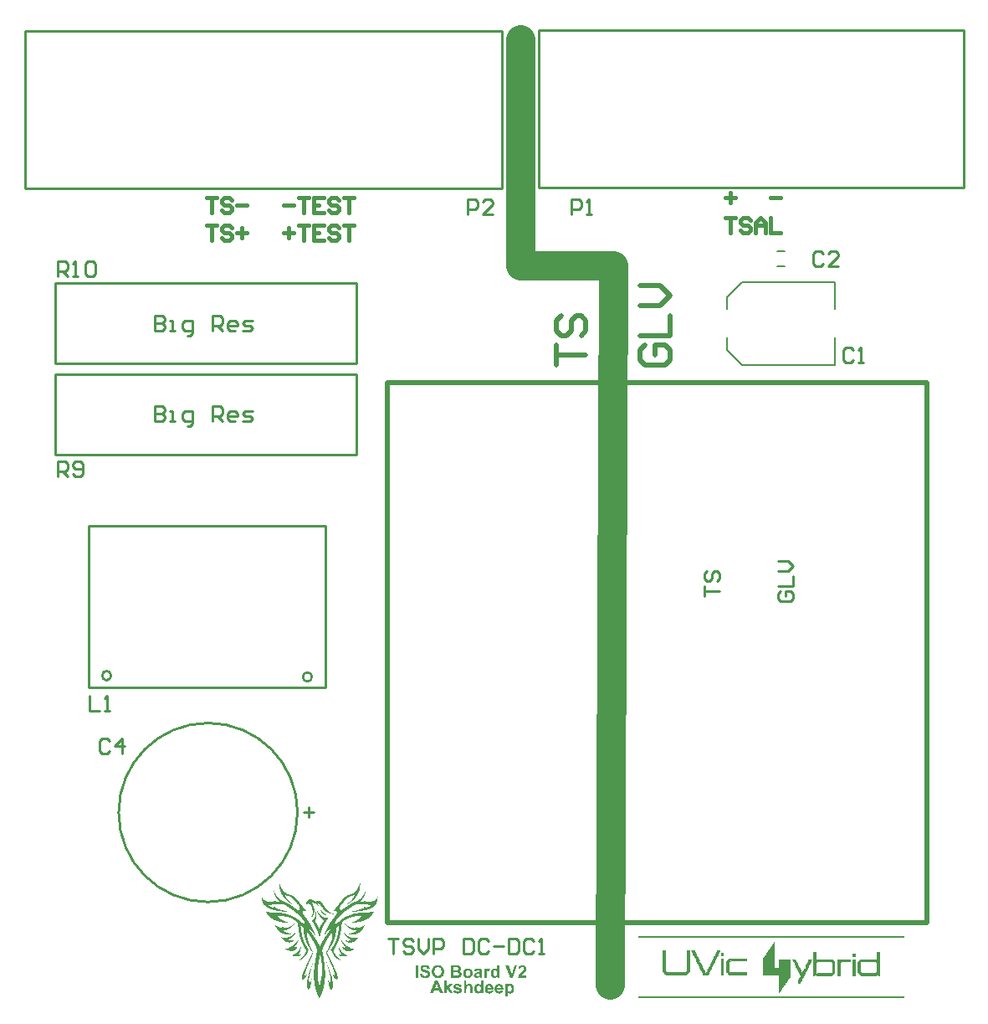
<source format=gto>
G04*
G04 #@! TF.GenerationSoftware,Altium Limited,Altium Designer,18.1.9 (240)*
G04*
G04 Layer_Color=65535*
%FSLAX25Y25*%
%MOIN*%
G70*
G01*
G75*
%ADD10C,0.01000*%
%ADD11C,0.01968*%
%ADD12C,0.00787*%
%ADD13C,0.11811*%
%ADD14C,0.01500*%
G36*
X150309Y44977D02*
Y44865D01*
X150197D01*
Y44977D01*
Y45089D01*
X150309D01*
Y44977D01*
D02*
G37*
G36*
X123756Y44081D02*
X124092D01*
Y43969D01*
X124429D01*
Y43857D01*
X124653D01*
Y43745D01*
X124877D01*
Y43633D01*
X124989D01*
Y43521D01*
X125213D01*
Y43409D01*
X125325D01*
Y43297D01*
X125661D01*
Y43409D01*
X125997D01*
Y43521D01*
X126333D01*
Y43633D01*
X126893D01*
Y43521D01*
X127229D01*
Y43409D01*
X127454D01*
Y43297D01*
X127566D01*
Y43185D01*
X127790D01*
Y43073D01*
X127902D01*
Y42961D01*
X128014D01*
Y42848D01*
X128126D01*
Y42736D01*
Y42624D01*
X128238D01*
Y42512D01*
X128350D01*
Y42400D01*
Y42288D01*
X128462D01*
Y42176D01*
Y42064D01*
X128574D01*
Y41952D01*
X128686D01*
Y41840D01*
Y41728D01*
X128798D01*
Y41616D01*
Y41504D01*
X128910D01*
Y41392D01*
X129022D01*
Y41280D01*
Y41168D01*
X129134D01*
Y41056D01*
X129246D01*
Y40944D01*
X129358D01*
Y40832D01*
Y40720D01*
X129470D01*
Y40608D01*
X129582D01*
Y40496D01*
X129694D01*
Y40384D01*
X129806D01*
Y40272D01*
X129918D01*
Y40159D01*
X130031D01*
Y40047D01*
X130142D01*
Y39935D01*
X130255D01*
Y39823D01*
X130367D01*
Y39711D01*
X130479D01*
Y39599D01*
X130591D01*
Y39487D01*
X130703D01*
Y39375D01*
X130815D01*
Y39263D01*
X130927D01*
Y39151D01*
X131151D01*
Y39039D01*
X131263D01*
Y38927D01*
X131487D01*
Y38815D01*
X131599D01*
Y38703D01*
X131823D01*
Y38591D01*
X132047D01*
Y38479D01*
X132271D01*
Y38367D01*
X132607D01*
Y38255D01*
X132159D01*
Y38367D01*
X131711D01*
Y38479D01*
X131263D01*
Y38591D01*
X130927D01*
Y38703D01*
X130703D01*
Y38815D01*
X130367D01*
Y38927D01*
X130142D01*
Y39039D01*
X129918D01*
Y39151D01*
X129806D01*
Y39263D01*
X129582D01*
Y39375D01*
X129470D01*
Y39487D01*
X129358D01*
Y39599D01*
X129246D01*
Y39711D01*
X129022D01*
Y39823D01*
X128910D01*
Y39935D01*
X128798D01*
Y40047D01*
Y40159D01*
X128686D01*
Y40272D01*
X128574D01*
Y40384D01*
X128462D01*
Y40496D01*
Y40608D01*
X128350D01*
Y40720D01*
X128238D01*
Y40832D01*
Y40944D01*
X128126D01*
Y41056D01*
X128014D01*
Y41168D01*
X127902D01*
Y41280D01*
Y41392D01*
X127790D01*
Y41504D01*
X127678D01*
Y41616D01*
X127566D01*
Y41728D01*
Y41840D01*
X127454D01*
Y41952D01*
X127342D01*
Y42064D01*
X127118D01*
Y42176D01*
X127006D01*
Y42288D01*
X126781D01*
Y42400D01*
X126445D01*
Y42288D01*
Y42176D01*
X126557D01*
Y42064D01*
Y41952D01*
Y41840D01*
Y41728D01*
X126669D01*
Y41616D01*
Y41504D01*
Y41392D01*
X126557D01*
Y41504D01*
X126445D01*
Y41616D01*
X126333D01*
Y41728D01*
X126221D01*
Y41840D01*
X126109D01*
Y41952D01*
X125997D01*
Y42064D01*
Y42176D01*
X125885D01*
Y42288D01*
Y42400D01*
X125773D01*
Y42512D01*
X125101D01*
Y42624D01*
X124765D01*
Y42736D01*
X124541D01*
Y42848D01*
X124317D01*
Y42961D01*
X124205D01*
Y43073D01*
X124092D01*
Y43185D01*
X123980D01*
Y43073D01*
X124092D01*
Y42961D01*
Y42848D01*
X124205D01*
Y42736D01*
Y42624D01*
Y42512D01*
X124317D01*
Y42400D01*
Y42288D01*
X124429D01*
Y42176D01*
Y42064D01*
Y41952D01*
X124541D01*
Y41840D01*
Y41728D01*
Y41616D01*
X124653D01*
Y41504D01*
Y41392D01*
Y41280D01*
X124765D01*
Y41168D01*
Y41056D01*
Y40944D01*
Y40832D01*
X124877D01*
Y40720D01*
Y40608D01*
Y40496D01*
Y40384D01*
X124989D01*
Y40272D01*
Y40159D01*
Y40047D01*
Y39935D01*
Y39823D01*
Y39711D01*
Y39599D01*
Y39487D01*
Y39375D01*
Y39263D01*
Y39151D01*
Y39039D01*
Y38927D01*
Y38815D01*
X124877D01*
Y38703D01*
Y38591D01*
Y38479D01*
X124765D01*
Y38367D01*
Y38255D01*
Y38143D01*
Y38031D01*
X124653D01*
Y37919D01*
Y37807D01*
X124541D01*
Y37695D01*
Y37583D01*
X124429D01*
Y37471D01*
X124317D01*
Y37359D01*
X124205D01*
Y37247D01*
X123980D01*
Y37135D01*
X123420D01*
Y37247D01*
X123644D01*
Y37359D01*
X123756D01*
Y37471D01*
X123868D01*
Y37583D01*
X123980D01*
Y37695D01*
X124092D01*
Y37807D01*
X124205D01*
Y37919D01*
Y38031D01*
Y38143D01*
X124317D01*
Y38255D01*
Y38367D01*
Y38479D01*
Y38591D01*
Y38703D01*
Y38815D01*
Y38927D01*
Y39039D01*
Y39151D01*
Y39263D01*
Y39375D01*
Y39487D01*
Y39599D01*
Y39711D01*
Y39823D01*
X124205D01*
Y39935D01*
Y40047D01*
Y40159D01*
Y40272D01*
Y40384D01*
X124092D01*
Y40496D01*
Y40608D01*
Y40720D01*
X123980D01*
Y40832D01*
Y40944D01*
Y41056D01*
X123868D01*
Y41168D01*
Y41280D01*
X123756D01*
Y41392D01*
Y41504D01*
X123644D01*
Y41616D01*
Y41728D01*
X123532D01*
Y41840D01*
X123420D01*
Y41952D01*
Y42064D01*
X123196D01*
Y42176D01*
X123084D01*
Y42288D01*
X122860D01*
Y42400D01*
X122300D01*
Y42288D01*
X121964D01*
Y42176D01*
X121740D01*
Y42288D01*
Y42400D01*
Y42512D01*
Y42624D01*
Y42736D01*
Y42848D01*
Y42961D01*
X121852D01*
Y43073D01*
Y43185D01*
X121964D01*
Y43297D01*
Y43409D01*
X122076D01*
Y43521D01*
X122188D01*
Y43633D01*
X122300D01*
Y43745D01*
X122412D01*
Y43857D01*
X122524D01*
Y43969D01*
X122748D01*
Y44081D01*
X123084D01*
Y44193D01*
X123756D01*
Y44081D01*
D02*
G37*
G36*
X127454Y40159D02*
X127566D01*
Y40047D01*
Y39935D01*
X127678D01*
Y39823D01*
X127790D01*
Y39711D01*
X127902D01*
Y39599D01*
X128014D01*
Y39487D01*
X128126D01*
Y39375D01*
X128238D01*
Y39263D01*
Y39151D01*
X128350D01*
Y39039D01*
X128574D01*
Y38927D01*
X128686D01*
Y38815D01*
X128798D01*
Y38703D01*
X128910D01*
Y38591D01*
X129134D01*
Y38479D01*
X129246D01*
Y38367D01*
X129470D01*
Y38255D01*
X129582D01*
Y38143D01*
X129806D01*
Y38031D01*
X130142D01*
Y37919D01*
X130255D01*
Y37807D01*
X129694D01*
Y37919D01*
X129246D01*
Y38031D01*
X129022D01*
Y38143D01*
X128798D01*
Y38255D01*
X128574D01*
Y38367D01*
X128462D01*
Y38479D01*
X128350D01*
Y38591D01*
X128238D01*
Y38703D01*
X128126D01*
Y38815D01*
X128014D01*
Y38927D01*
X127902D01*
Y39039D01*
X127790D01*
Y39151D01*
Y39263D01*
X127678D01*
Y39375D01*
X127566D01*
Y39487D01*
Y39599D01*
X127454D01*
Y39711D01*
Y39823D01*
Y39935D01*
X127342D01*
Y40047D01*
Y40159D01*
Y40272D01*
X127454D01*
Y40159D01*
D02*
G37*
G36*
X117258Y34558D02*
Y34446D01*
X117146D01*
Y34334D01*
X117034D01*
Y34222D01*
Y34110D01*
X116922D01*
Y33997D01*
X116810D01*
Y33885D01*
X116698D01*
Y33773D01*
X116586D01*
Y33661D01*
X116474D01*
Y33549D01*
Y33437D01*
X116250D01*
Y33325D01*
X116138D01*
Y33213D01*
X116026D01*
Y33101D01*
X115914D01*
Y32989D01*
X115802D01*
Y32877D01*
X115578D01*
Y32765D01*
X115466D01*
Y32653D01*
X115242D01*
Y32541D01*
X115129D01*
Y32429D01*
X114905D01*
Y32317D01*
X114681D01*
Y32205D01*
X114345D01*
Y32093D01*
X114009D01*
Y31981D01*
X113449D01*
Y31869D01*
X112553D01*
Y31757D01*
X112665D01*
Y31645D01*
X112889D01*
Y31533D01*
X113001D01*
Y31421D01*
X113225D01*
Y31308D01*
X113449D01*
Y31196D01*
X113673D01*
Y31084D01*
X113897D01*
Y30972D01*
X114233D01*
Y30860D01*
X114457D01*
Y30748D01*
X114793D01*
Y30636D01*
X115242D01*
Y30524D01*
X115578D01*
Y30412D01*
X115914D01*
Y30300D01*
X115242D01*
Y30188D01*
X113561D01*
Y30300D01*
X113001D01*
Y30412D01*
X112553D01*
Y30524D01*
X112329D01*
Y30636D01*
X111992D01*
Y30748D01*
X111880D01*
Y30860D01*
X111656D01*
Y30972D01*
X111432D01*
Y31084D01*
X111320D01*
Y31196D01*
X111208D01*
Y31308D01*
X111096D01*
Y31421D01*
X110872D01*
Y31533D01*
X110760D01*
Y31645D01*
X110648D01*
Y31757D01*
Y31869D01*
X110536D01*
Y31981D01*
X110424D01*
Y32093D01*
X110312D01*
Y32205D01*
X110200D01*
Y32317D01*
Y32429D01*
X110088D01*
Y32541D01*
X109976D01*
Y32653D01*
Y32765D01*
X109864D01*
Y32877D01*
X109752D01*
Y32989D01*
Y33101D01*
X109640D01*
Y33213D01*
Y33325D01*
X109528D01*
Y33437D01*
Y33549D01*
X109415D01*
Y33661D01*
Y33773D01*
X109303D01*
Y33885D01*
Y33997D01*
Y34110D01*
X109191D01*
Y34222D01*
X109303D01*
Y34110D01*
X109415D01*
Y33997D01*
X109528D01*
Y33885D01*
X109752D01*
Y33773D01*
X109864D01*
Y33661D01*
X110088D01*
Y33549D01*
X110200D01*
Y33437D01*
X110424D01*
Y33325D01*
X110648D01*
Y33213D01*
X110872D01*
Y33101D01*
X111096D01*
Y32989D01*
X111432D01*
Y32877D01*
X112104D01*
Y32989D01*
X112216D01*
Y33101D01*
X112329D01*
Y33213D01*
Y33325D01*
X112553D01*
Y33213D01*
Y33101D01*
X112665D01*
Y32989D01*
X112777D01*
Y32877D01*
X113113D01*
Y32765D01*
X113897D01*
Y32877D01*
X114457D01*
Y32989D01*
X114793D01*
Y33101D01*
X115017D01*
Y33213D01*
X115354D01*
Y33325D01*
X115466D01*
Y33437D01*
X115690D01*
Y33549D01*
X115914D01*
Y33661D01*
X116026D01*
Y33773D01*
X116250D01*
Y33885D01*
X116362D01*
Y33997D01*
X116474D01*
Y34110D01*
X116586D01*
Y34222D01*
X116810D01*
Y34334D01*
X116922D01*
Y34446D01*
X117034D01*
Y34558D01*
X117146D01*
Y34670D01*
X117258D01*
Y34558D01*
D02*
G37*
G36*
X126109Y39487D02*
X126221D01*
Y39375D01*
X126333D01*
Y39263D01*
Y39151D01*
X126445D01*
Y39039D01*
X126557D01*
Y38927D01*
X126669D01*
Y38815D01*
Y38703D01*
X126781D01*
Y38591D01*
X126893D01*
Y38479D01*
X127006D01*
Y38367D01*
X127118D01*
Y38255D01*
X127229D01*
Y38143D01*
X127342D01*
Y38031D01*
X127454D01*
Y37919D01*
X127566D01*
Y37807D01*
X127790D01*
Y37695D01*
X127902D01*
Y37583D01*
X128126D01*
Y37471D01*
X128238D01*
Y37359D01*
X128462D01*
Y37247D01*
X128686D01*
Y37135D01*
X128910D01*
Y37023D01*
X129246D01*
Y36910D01*
X129694D01*
Y36798D01*
X130591D01*
Y36686D01*
Y36574D01*
X130479D01*
Y36462D01*
X130367D01*
Y36350D01*
X130255D01*
Y36238D01*
Y36126D01*
X130142D01*
Y36014D01*
X130031D01*
Y35902D01*
Y35790D01*
X129918D01*
Y35678D01*
X129806D01*
Y35566D01*
Y35454D01*
X129694D01*
Y35342D01*
X129582D01*
Y35230D01*
Y35118D01*
X129470D01*
Y35006D01*
X129358D01*
Y34894D01*
Y34782D01*
X129246D01*
Y34670D01*
Y34558D01*
X129134D01*
Y34446D01*
X129022D01*
Y34334D01*
Y34222D01*
X128910D01*
Y34110D01*
Y33997D01*
X128798D01*
Y33885D01*
Y33773D01*
X128686D01*
Y33661D01*
Y33549D01*
X128574D01*
Y33437D01*
Y33325D01*
X128462D01*
Y33213D01*
Y33101D01*
X128350D01*
Y32989D01*
Y32877D01*
X128238D01*
Y32765D01*
Y32653D01*
Y32541D01*
X128126D01*
Y32429D01*
Y32317D01*
X128014D01*
Y32205D01*
Y32093D01*
Y31981D01*
X127902D01*
Y31869D01*
Y31757D01*
X127790D01*
Y31645D01*
Y31533D01*
Y31421D01*
Y31308D01*
X127678D01*
Y31196D01*
Y31084D01*
Y30972D01*
X127566D01*
Y30860D01*
Y30748D01*
Y30636D01*
X127454D01*
Y30524D01*
Y30412D01*
Y30300D01*
Y30188D01*
X127342D01*
Y30076D01*
Y29964D01*
Y29852D01*
Y29740D01*
Y29628D01*
X127229D01*
Y29516D01*
Y29404D01*
Y29292D01*
Y29180D01*
Y29068D01*
X127118D01*
Y29180D01*
Y29292D01*
X127006D01*
Y29404D01*
Y29516D01*
Y29628D01*
X126893D01*
Y29740D01*
Y29852D01*
Y29964D01*
X126781D01*
Y30076D01*
Y30188D01*
Y30300D01*
X126669D01*
Y30412D01*
Y30524D01*
X126557D01*
Y30636D01*
Y30748D01*
Y30860D01*
X126445D01*
Y30972D01*
Y31084D01*
Y31196D01*
X126333D01*
Y31308D01*
Y31421D01*
X126221D01*
Y31533D01*
Y31645D01*
Y31757D01*
X126109D01*
Y31869D01*
Y31981D01*
X125997D01*
Y32093D01*
Y32205D01*
X125885D01*
Y32317D01*
Y32429D01*
X125773D01*
Y32541D01*
Y32653D01*
Y32765D01*
X125661D01*
Y32877D01*
Y32989D01*
X125549D01*
Y33101D01*
Y33213D01*
X125437D01*
Y33325D01*
Y33437D01*
X125325D01*
Y33549D01*
Y33661D01*
X125213D01*
Y33773D01*
Y33885D01*
X125101D01*
Y33997D01*
Y34110D01*
X124989D01*
Y34222D01*
X124877D01*
Y34334D01*
Y34446D01*
X124765D01*
Y34558D01*
Y34670D01*
X124653D01*
Y34782D01*
X124541D01*
Y34894D01*
Y35006D01*
X124429D01*
Y35118D01*
X124317D01*
Y35230D01*
Y35342D01*
X124205D01*
Y35454D01*
X124092D01*
Y35566D01*
Y35678D01*
X124205D01*
Y35790D01*
X124317D01*
Y35902D01*
X124429D01*
Y36014D01*
X124541D01*
Y36126D01*
X124653D01*
Y36238D01*
X124765D01*
Y36350D01*
Y36462D01*
X124877D01*
Y36574D01*
X124989D01*
Y36686D01*
X125101D01*
Y36798D01*
Y36910D01*
X125213D01*
Y37023D01*
Y37135D01*
Y37247D01*
X125325D01*
Y37359D01*
Y37471D01*
X125437D01*
Y37583D01*
Y37695D01*
Y37807D01*
Y37919D01*
Y38031D01*
Y38143D01*
X125549D01*
Y38255D01*
Y38367D01*
Y38479D01*
Y38591D01*
Y38703D01*
Y38815D01*
Y38927D01*
X125437D01*
Y39039D01*
Y39151D01*
Y39263D01*
Y39375D01*
Y39487D01*
Y39599D01*
X125549D01*
Y39487D01*
Y39375D01*
Y39263D01*
X125661D01*
Y39151D01*
Y39039D01*
Y38927D01*
Y38815D01*
X125773D01*
Y38703D01*
Y38591D01*
Y38479D01*
Y38367D01*
Y38255D01*
X125885D01*
Y38143D01*
Y38031D01*
Y37919D01*
Y37807D01*
Y37695D01*
Y37583D01*
Y37471D01*
Y37359D01*
Y37247D01*
Y37135D01*
X125773D01*
Y37023D01*
Y36910D01*
Y36798D01*
Y36686D01*
Y36574D01*
X125661D01*
Y36462D01*
Y36350D01*
Y36238D01*
Y36126D01*
X125549D01*
Y36014D01*
Y35902D01*
X125437D01*
Y35790D01*
Y35678D01*
Y35566D01*
X125325D01*
Y35454D01*
Y35342D01*
X125437D01*
Y35230D01*
X125549D01*
Y35118D01*
Y35006D01*
X125661D01*
Y34894D01*
X125773D01*
Y34782D01*
Y34670D01*
X125885D01*
Y34558D01*
X125997D01*
Y34446D01*
Y34334D01*
X126109D01*
Y34222D01*
Y34110D01*
X126221D01*
Y33997D01*
Y33885D01*
X126333D01*
Y33773D01*
Y33661D01*
X126445D01*
Y33549D01*
Y33437D01*
X126557D01*
Y33325D01*
Y33213D01*
X126669D01*
Y33101D01*
Y32989D01*
Y32877D01*
X126781D01*
Y32765D01*
Y32653D01*
Y32541D01*
X127006D01*
Y32653D01*
Y32765D01*
X127118D01*
Y32877D01*
Y32989D01*
X127229D01*
Y33101D01*
Y33213D01*
X127342D01*
Y33325D01*
Y33437D01*
X127454D01*
Y33549D01*
Y33661D01*
X127566D01*
Y33773D01*
Y33885D01*
X127678D01*
Y33997D01*
X127790D01*
Y34110D01*
Y34222D01*
X127902D01*
Y34334D01*
X128014D01*
Y34446D01*
Y34558D01*
X128126D01*
Y34670D01*
X128238D01*
Y34782D01*
X128350D01*
Y34894D01*
Y35006D01*
X128462D01*
Y35118D01*
X128574D01*
Y35230D01*
X128686D01*
Y35342D01*
X128798D01*
Y35454D01*
X128910D01*
Y35566D01*
X128798D01*
Y35678D01*
X128686D01*
Y35790D01*
X128574D01*
Y35902D01*
X128462D01*
Y36014D01*
X128350D01*
Y36126D01*
X128238D01*
Y36238D01*
X128126D01*
Y36350D01*
X128014D01*
Y36462D01*
Y36574D01*
X127902D01*
Y36686D01*
X127790D01*
Y36798D01*
X127678D01*
Y36910D01*
X127566D01*
Y37023D01*
X127454D01*
Y37135D01*
Y37247D01*
X127342D01*
Y37359D01*
X127229D01*
Y37471D01*
X127118D01*
Y37583D01*
Y37695D01*
X127006D01*
Y37807D01*
X126893D01*
Y37919D01*
X126781D01*
Y38031D01*
Y38143D01*
X126669D01*
Y38255D01*
X126557D01*
Y38367D01*
Y38479D01*
X126445D01*
Y38591D01*
Y38703D01*
X126333D01*
Y38815D01*
Y38927D01*
X126221D01*
Y39039D01*
Y39151D01*
X126109D01*
Y39263D01*
Y39375D01*
X125997D01*
Y39487D01*
Y39599D01*
X126109D01*
Y39487D01*
D02*
G37*
G36*
X137089Y34670D02*
X137201D01*
Y34558D01*
X137313D01*
Y34446D01*
X137425D01*
Y34334D01*
X137537D01*
Y34222D01*
X137649D01*
Y34110D01*
X137761D01*
Y33997D01*
X137985D01*
Y33885D01*
X138097D01*
Y33773D01*
X138209D01*
Y33661D01*
X138433D01*
Y33549D01*
X138545D01*
Y33437D01*
X138769D01*
Y33325D01*
X138994D01*
Y33213D01*
X139106D01*
Y33101D01*
X139442D01*
Y32989D01*
X139666D01*
Y32877D01*
X140002D01*
Y32765D01*
X140898D01*
Y32653D01*
X141010D01*
Y32765D01*
X141570D01*
Y32877D01*
X141682D01*
Y32989D01*
X141795D01*
Y33101D01*
X141906D01*
Y33213D01*
Y33325D01*
X142018D01*
Y33213D01*
Y33101D01*
X142131D01*
Y32989D01*
X142243D01*
Y32877D01*
X142355D01*
Y32765D01*
X142915D01*
Y32877D01*
X143251D01*
Y32989D01*
X143475D01*
Y33101D01*
X143699D01*
Y33213D01*
X143923D01*
Y33325D01*
X144147D01*
Y33437D01*
X144371D01*
Y33549D01*
X144483D01*
Y33661D01*
X144707D01*
Y33773D01*
X144819D01*
Y33885D01*
X144931D01*
Y33997D01*
X145156D01*
Y33885D01*
X145044D01*
Y33773D01*
Y33661D01*
Y33549D01*
X144931D01*
Y33437D01*
Y33325D01*
X144819D01*
Y33213D01*
Y33101D01*
X144707D01*
Y32989D01*
Y32877D01*
X144595D01*
Y32765D01*
X144483D01*
Y32653D01*
Y32541D01*
X144371D01*
Y32429D01*
Y32317D01*
X144259D01*
Y32205D01*
X144147D01*
Y32093D01*
X144035D01*
Y31981D01*
Y31869D01*
X143923D01*
Y31757D01*
X143811D01*
Y31645D01*
X143699D01*
Y31533D01*
X143587D01*
Y31421D01*
X143475D01*
Y31308D01*
X143363D01*
Y31196D01*
X143251D01*
Y31084D01*
X143027D01*
Y30972D01*
X142915D01*
Y30860D01*
X142691D01*
Y30748D01*
X142579D01*
Y30636D01*
X142355D01*
Y30524D01*
X142131D01*
Y30412D01*
X141795D01*
Y30300D01*
X141346D01*
Y30188D01*
X140674D01*
Y30076D01*
X139442D01*
Y30188D01*
X138657D01*
Y30300D01*
X138769D01*
Y30412D01*
X139106D01*
Y30524D01*
X139554D01*
Y30636D01*
X139890D01*
Y30748D01*
X140226D01*
Y30860D01*
X140450D01*
Y30972D01*
X140674D01*
Y31084D01*
X140898D01*
Y31196D01*
X141122D01*
Y31308D01*
X141346D01*
Y31421D01*
X141458D01*
Y31533D01*
X141682D01*
Y31645D01*
X141795D01*
Y31757D01*
X141010D01*
Y31869D01*
X140450D01*
Y31981D01*
X140114D01*
Y32093D01*
X139778D01*
Y32205D01*
X139554D01*
Y32317D01*
X139330D01*
Y32429D01*
X139218D01*
Y32541D01*
X138994D01*
Y32653D01*
X138769D01*
Y32765D01*
X138657D01*
Y32877D01*
X138545D01*
Y32989D01*
X138433D01*
Y33101D01*
X138209D01*
Y33213D01*
X138097D01*
Y33325D01*
X137985D01*
Y33437D01*
X137873D01*
Y33549D01*
X137761D01*
Y33661D01*
Y33773D01*
X137649D01*
Y33885D01*
X137537D01*
Y33997D01*
X137425D01*
Y34110D01*
X137313D01*
Y34222D01*
Y34334D01*
X137201D01*
Y34446D01*
X137089D01*
Y34558D01*
Y34670D01*
X136977D01*
Y34782D01*
X137089D01*
Y34670D01*
D02*
G37*
G36*
X143363Y50579D02*
Y50467D01*
Y50355D01*
Y50243D01*
Y50131D01*
Y50019D01*
Y49907D01*
X143251D01*
Y49795D01*
Y49683D01*
Y49571D01*
Y49459D01*
Y49347D01*
Y49235D01*
Y49123D01*
Y49011D01*
Y48899D01*
Y48787D01*
Y48674D01*
X143139D01*
Y48562D01*
Y48450D01*
Y48338D01*
Y48226D01*
Y48114D01*
X143027D01*
Y48002D01*
Y47890D01*
Y47778D01*
Y47666D01*
X142915D01*
Y47554D01*
Y47442D01*
Y47330D01*
X142803D01*
Y47218D01*
Y47106D01*
X142691D01*
Y46994D01*
Y46882D01*
Y46770D01*
X142579D01*
Y46658D01*
Y46546D01*
X142467D01*
Y46434D01*
Y46322D01*
X142355D01*
Y46210D01*
Y46097D01*
X142243D01*
Y45985D01*
Y45873D01*
X142131D01*
Y45761D01*
X142018D01*
Y45649D01*
Y45537D01*
X141906D01*
Y45425D01*
X141795D01*
Y45313D01*
Y45201D01*
X141682D01*
Y45089D01*
X141570D01*
Y44977D01*
X141458D01*
Y44865D01*
Y44753D01*
X141346D01*
Y44641D01*
X141234D01*
Y44529D01*
X141122D01*
Y44417D01*
X141010D01*
Y44305D01*
X140898D01*
Y44193D01*
X140786D01*
Y44081D01*
X140674D01*
Y43969D01*
X140562D01*
Y43857D01*
X140450D01*
Y43745D01*
X140338D01*
Y43633D01*
X140226D01*
Y43521D01*
X140002D01*
Y43409D01*
X139890D01*
Y43297D01*
X139778D01*
Y43185D01*
X139666D01*
Y43073D01*
X139442D01*
Y42961D01*
X139330D01*
Y42848D01*
X139218D01*
Y42736D01*
X138994D01*
Y42624D01*
X138882D01*
Y42512D01*
X138657D01*
Y42400D01*
X138545D01*
Y42288D01*
X138321D01*
Y42176D01*
X138097D01*
Y42288D01*
X138209D01*
Y42400D01*
X138321D01*
Y42512D01*
X138433D01*
Y42624D01*
X138545D01*
Y42736D01*
X138657D01*
Y42848D01*
X138769D01*
Y42961D01*
X138994D01*
Y43073D01*
X139106D01*
Y43185D01*
X139218D01*
Y43297D01*
X139330D01*
Y43409D01*
X139442D01*
Y43521D01*
X139554D01*
Y43633D01*
X139666D01*
Y43745D01*
X139778D01*
Y43857D01*
X139890D01*
Y43969D01*
X140002D01*
Y44081D01*
X140114D01*
Y44193D01*
Y44305D01*
X140226D01*
Y44417D01*
X140338D01*
Y44529D01*
X140450D01*
Y44641D01*
Y44753D01*
X140562D01*
Y44865D01*
X140674D01*
Y44977D01*
Y45089D01*
X140786D01*
Y45201D01*
Y45313D01*
X140898D01*
Y45425D01*
Y45537D01*
Y45649D01*
X141010D01*
Y45761D01*
Y45873D01*
X140786D01*
Y45761D01*
X140562D01*
Y45649D01*
X140226D01*
Y45537D01*
X139890D01*
Y45425D01*
X139330D01*
Y45313D01*
X138882D01*
Y45201D01*
X138769D01*
Y45089D01*
X138657D01*
Y44977D01*
X138545D01*
Y44865D01*
X138321D01*
Y44753D01*
X138209D01*
Y44641D01*
X138097D01*
Y44529D01*
X137985D01*
Y44417D01*
X137873D01*
Y44305D01*
X137761D01*
Y44193D01*
X137649D01*
Y44081D01*
X137537D01*
Y43969D01*
X137425D01*
Y43857D01*
X137313D01*
Y43745D01*
X137201D01*
Y43633D01*
X137089D01*
Y43521D01*
X136977D01*
Y43409D01*
X136865D01*
Y43297D01*
Y43185D01*
X136753D01*
Y43073D01*
X136641D01*
Y42961D01*
X136529D01*
Y42848D01*
X136417D01*
Y42736D01*
X136305D01*
Y42624D01*
X136193D01*
Y42512D01*
Y42400D01*
X136081D01*
Y42288D01*
X135968D01*
Y42176D01*
X135856D01*
Y42064D01*
X135744D01*
Y41952D01*
Y41840D01*
X135632D01*
Y41728D01*
X135520D01*
Y41616D01*
X135408D01*
Y41504D01*
X135296D01*
Y41392D01*
Y41280D01*
X135184D01*
Y41168D01*
Y41056D01*
Y40944D01*
Y40832D01*
Y40720D01*
Y40608D01*
Y40496D01*
Y40384D01*
Y40272D01*
X135296D01*
Y40159D01*
Y40047D01*
X135408D01*
Y39935D01*
X135520D01*
Y39823D01*
X135632D01*
Y39711D01*
X135856D01*
Y39823D01*
X135968D01*
Y39935D01*
X136081D01*
Y40047D01*
X136305D01*
Y40159D01*
X136417D01*
Y40272D01*
X136529D01*
Y40384D01*
X136753D01*
Y40496D01*
X136865D01*
Y40608D01*
X137089D01*
Y40720D01*
X137201D01*
Y40832D01*
X137313D01*
Y40944D01*
X137537D01*
Y41056D01*
X137649D01*
Y41168D01*
X137873D01*
Y41280D01*
X137985D01*
Y41392D01*
X138097D01*
Y41504D01*
X138321D01*
Y41616D01*
X138433D01*
Y41728D01*
X138657D01*
Y41840D01*
X138882D01*
Y41952D01*
X138994D01*
Y42064D01*
X139218D01*
Y42176D01*
X139442D01*
Y42288D01*
X139554D01*
Y42400D01*
X139778D01*
Y42512D01*
X140002D01*
Y42624D01*
X140226D01*
Y42736D01*
X140450D01*
Y42848D01*
X140674D01*
Y42961D01*
X140898D01*
Y43073D01*
X141234D01*
Y43185D01*
X141458D01*
Y43297D01*
X141682D01*
Y43409D01*
X141906D01*
Y43521D01*
X142131D01*
Y43633D01*
X142355D01*
Y43745D01*
X142579D01*
Y43857D01*
X142803D01*
Y43969D01*
X142915D01*
Y44081D01*
X143139D01*
Y44193D01*
X143251D01*
Y44305D01*
X143363D01*
Y44417D01*
X143475D01*
Y44529D01*
X143587D01*
Y44641D01*
X143699D01*
Y44753D01*
X143811D01*
Y44865D01*
X143923D01*
Y44977D01*
X144035D01*
Y45089D01*
X144147D01*
Y45201D01*
X144259D01*
Y45313D01*
Y45425D01*
X144371D01*
Y45537D01*
X144483D01*
Y45649D01*
Y45761D01*
X144595D01*
Y45873D01*
X144707D01*
Y45985D01*
Y46097D01*
X144819D01*
Y46210D01*
Y46322D01*
X144931D01*
Y46434D01*
Y46546D01*
X145044D01*
Y46658D01*
Y46770D01*
X145156D01*
Y46882D01*
Y46994D01*
X145268D01*
Y47106D01*
Y47218D01*
X145380D01*
Y47330D01*
Y47442D01*
X145492D01*
Y47330D01*
Y47218D01*
Y47106D01*
X145380D01*
Y46994D01*
Y46882D01*
Y46770D01*
Y46658D01*
X145268D01*
Y46546D01*
Y46434D01*
Y46322D01*
Y46210D01*
X145156D01*
Y46097D01*
Y45985D01*
X145044D01*
Y45873D01*
Y45761D01*
Y45649D01*
X144931D01*
Y45537D01*
Y45425D01*
X144819D01*
Y45313D01*
Y45201D01*
X144707D01*
Y45089D01*
Y44977D01*
X144595D01*
Y44865D01*
Y44753D01*
X144483D01*
Y44641D01*
X144371D01*
Y44529D01*
Y44417D01*
X144259D01*
Y44305D01*
X144147D01*
Y44193D01*
X144035D01*
Y44081D01*
Y43969D01*
X143923D01*
Y43857D01*
X143811D01*
Y43745D01*
X143699D01*
Y43633D01*
X143587D01*
Y43521D01*
X143475D01*
Y43409D01*
X143363D01*
Y43297D01*
X143251D01*
Y43185D01*
X143699D01*
Y43297D01*
X144707D01*
Y43409D01*
X145492D01*
Y43297D01*
X146500D01*
Y43185D01*
X147732D01*
Y43297D01*
X148181D01*
Y43409D01*
X148517D01*
Y43521D01*
X148741D01*
Y43633D01*
X148965D01*
Y43745D01*
X149077D01*
Y43857D01*
X149301D01*
Y43969D01*
X149413D01*
Y44081D01*
X149525D01*
Y44193D01*
X149637D01*
Y44305D01*
X149749D01*
Y44417D01*
X149861D01*
Y44529D01*
X149973D01*
Y44641D01*
Y44753D01*
X150085D01*
Y44865D01*
X150197D01*
Y44753D01*
Y44641D01*
Y44529D01*
Y44417D01*
Y44305D01*
Y44193D01*
X150085D01*
Y44081D01*
Y43969D01*
Y43857D01*
Y43745D01*
Y43633D01*
X149973D01*
Y43521D01*
Y43409D01*
Y43297D01*
Y43185D01*
X149861D01*
Y43073D01*
Y42961D01*
Y42848D01*
X149749D01*
Y42736D01*
Y42624D01*
Y42512D01*
X149637D01*
Y42400D01*
Y42288D01*
X149525D01*
Y42176D01*
X149413D01*
Y42064D01*
Y41952D01*
X149301D01*
Y41840D01*
X149189D01*
Y41728D01*
X149077D01*
Y41616D01*
X148965D01*
Y41504D01*
X148853D01*
Y41392D01*
X148741D01*
Y41280D01*
X148629D01*
Y41168D01*
X148405D01*
Y41056D01*
X148293D01*
Y40944D01*
X148069D01*
Y40832D01*
X147845D01*
Y40720D01*
X147620D01*
Y40608D01*
X147396D01*
Y40496D01*
X147172D01*
Y40384D01*
X146948D01*
Y40272D01*
X146612D01*
Y40159D01*
X146276D01*
Y40047D01*
X145940D01*
Y39935D01*
X145492D01*
Y39823D01*
X145044D01*
Y39711D01*
X144595D01*
Y39599D01*
X144035D01*
Y39487D01*
X143251D01*
Y39375D01*
X142243D01*
Y39263D01*
X140786D01*
Y39151D01*
X139554D01*
Y39263D01*
X140114D01*
Y39375D01*
X140674D01*
Y39487D01*
X141122D01*
Y39599D01*
X141682D01*
Y39711D01*
X142131D01*
Y39823D01*
X142467D01*
Y39935D01*
X142915D01*
Y40047D01*
X143251D01*
Y40159D01*
X143587D01*
Y40272D01*
X143923D01*
Y40384D01*
X144259D01*
Y40496D01*
X144595D01*
Y40608D01*
X144707D01*
Y40720D01*
Y40832D01*
X144819D01*
Y40944D01*
X144931D01*
Y41056D01*
X145492D01*
Y40944D01*
X145604D01*
Y40832D01*
X145828D01*
Y40944D01*
X146164D01*
Y41056D01*
X146500D01*
Y41168D01*
X146724D01*
Y41280D01*
X146948D01*
Y41392D01*
X147172D01*
Y41504D01*
X147284D01*
Y41616D01*
X147508D01*
Y41728D01*
X147620D01*
Y41840D01*
X147060D01*
Y41952D01*
X146276D01*
Y42064D01*
X145380D01*
Y42176D01*
X144035D01*
Y42288D01*
X142803D01*
Y42176D01*
X141795D01*
Y42064D01*
X141346D01*
Y41952D01*
X141010D01*
Y41840D01*
X140786D01*
Y41728D01*
X140674D01*
Y41616D01*
X140450D01*
Y41504D01*
X140338D01*
Y41392D01*
X140114D01*
Y41280D01*
X140002D01*
Y41168D01*
X139778D01*
Y41056D01*
X139666D01*
Y40944D01*
X139442D01*
Y40832D01*
X139330D01*
Y40720D01*
X139106D01*
Y40608D01*
X138994D01*
Y40496D01*
X138769D01*
Y40384D01*
X138657D01*
Y40272D01*
X138433D01*
Y40159D01*
X138321D01*
Y40047D01*
X138209D01*
Y39935D01*
X137985D01*
Y39823D01*
X137873D01*
Y39711D01*
X137649D01*
Y39599D01*
X137537D01*
Y39487D01*
X137425D01*
Y39375D01*
X137201D01*
Y39263D01*
X137089D01*
Y39151D01*
X136977D01*
Y39039D01*
X136865D01*
Y38927D01*
X136641D01*
Y38815D01*
X136529D01*
Y38703D01*
X136417D01*
Y38591D01*
X136305D01*
Y38479D01*
X136193D01*
Y38367D01*
X135968D01*
Y38255D01*
X135856D01*
Y38143D01*
X135744D01*
Y38031D01*
X135632D01*
Y37919D01*
X135520D01*
Y37807D01*
X135408D01*
Y37695D01*
X135296D01*
Y37583D01*
X135184D01*
Y37471D01*
X135072D01*
Y37359D01*
X134960D01*
Y37247D01*
X134848D01*
Y37135D01*
X134736D01*
Y37023D01*
X134624D01*
Y36910D01*
X134512D01*
Y36798D01*
X134400D01*
Y36686D01*
X134288D01*
Y36574D01*
X134176D01*
Y36462D01*
Y36350D01*
X134064D01*
Y36238D01*
X133952D01*
Y36126D01*
X133840D01*
Y36014D01*
X133728D01*
Y35902D01*
Y35790D01*
X133616D01*
Y35678D01*
X133504D01*
Y35566D01*
Y35454D01*
X133392D01*
Y35342D01*
Y35230D01*
X133280D01*
Y35118D01*
Y35006D01*
Y34894D01*
X133168D01*
Y34782D01*
Y34670D01*
Y34558D01*
Y34446D01*
X133504D01*
Y34558D01*
X133728D01*
Y34670D01*
X133952D01*
Y34782D01*
X134176D01*
Y34894D01*
X134288D01*
Y35006D01*
X134512D01*
Y35118D01*
X134624D01*
Y35230D01*
X134848D01*
Y35342D01*
X134960D01*
Y35454D01*
X135072D01*
Y35566D01*
X135184D01*
Y35678D01*
X135408D01*
Y35790D01*
X135520D01*
Y35902D01*
X135632D01*
Y36014D01*
X135744D01*
Y36126D01*
X135856D01*
Y36238D01*
X136081D01*
Y36350D01*
X136193D01*
Y36462D01*
X136305D01*
Y36574D01*
X136417D01*
Y36686D01*
X136641D01*
Y36798D01*
X136753D01*
Y36910D01*
X136977D01*
Y37023D01*
X137089D01*
Y37135D01*
X137313D01*
Y37247D01*
X137537D01*
Y37359D01*
X137873D01*
Y37471D01*
X138097D01*
Y37583D01*
X138321D01*
Y37695D01*
X138657D01*
Y37807D01*
X138994D01*
Y37919D01*
X139330D01*
Y38031D01*
X139666D01*
Y38143D01*
X140114D01*
Y38255D01*
X140562D01*
Y38367D01*
X141010D01*
Y38479D01*
X141682D01*
Y38591D01*
X142355D01*
Y38703D01*
X143139D01*
Y38815D01*
X143475D01*
Y38703D01*
X145828D01*
Y38815D01*
X146612D01*
Y38927D01*
X147172D01*
Y39039D01*
X147845D01*
Y39151D01*
X148293D01*
Y39263D01*
X148741D01*
Y39151D01*
Y39039D01*
X148629D01*
Y38927D01*
X148517D01*
Y38815D01*
Y38703D01*
X148405D01*
Y38591D01*
X148293D01*
Y38479D01*
Y38367D01*
X148181D01*
Y38255D01*
X148069D01*
Y38143D01*
X147957D01*
Y38031D01*
Y37919D01*
X147845D01*
Y37807D01*
X147732D01*
Y37695D01*
X147620D01*
Y37583D01*
X147508D01*
Y37471D01*
X147396D01*
Y37359D01*
X147284D01*
Y37247D01*
X147172D01*
Y37135D01*
X147060D01*
Y37023D01*
X146836D01*
Y36910D01*
X146724D01*
Y36798D01*
X146612D01*
Y36686D01*
X146388D01*
Y36574D01*
X146276D01*
Y36462D01*
X146052D01*
Y36350D01*
X145828D01*
Y36238D01*
X145716D01*
Y36126D01*
X145492D01*
Y36014D01*
X145268D01*
Y35902D01*
X145044D01*
Y35790D01*
X144707D01*
Y35678D01*
X144371D01*
Y35566D01*
X144147D01*
Y35454D01*
X143699D01*
Y35342D01*
X143363D01*
Y35230D01*
X142803D01*
Y35118D01*
X142243D01*
Y35006D01*
X141458D01*
Y34894D01*
X140450D01*
Y34782D01*
X139106D01*
Y34894D01*
X139554D01*
Y35006D01*
X140002D01*
Y35118D01*
X140338D01*
Y35230D01*
X140674D01*
Y35342D01*
X141010D01*
Y35454D01*
X141234D01*
Y35566D01*
X141458D01*
Y35678D01*
X141682D01*
Y35790D01*
X141906D01*
Y35902D01*
X142131D01*
Y36014D01*
X142243D01*
Y36126D01*
X142467D01*
Y36238D01*
X142579D01*
Y36350D01*
X142803D01*
Y36462D01*
X142915D01*
Y36574D01*
X143027D01*
Y36686D01*
X143251D01*
Y36798D01*
X143363D01*
Y36910D01*
X143475D01*
Y37023D01*
X143587D01*
Y37135D01*
X143699D01*
Y37247D01*
X143811D01*
Y37359D01*
X143923D01*
Y37471D01*
X143251D01*
Y37583D01*
X142131D01*
Y37471D01*
X141122D01*
Y37359D01*
X140562D01*
Y37247D01*
X140114D01*
Y37135D01*
X139666D01*
Y37023D01*
X139330D01*
Y36910D01*
X138994D01*
Y36798D01*
X138657D01*
Y36686D01*
X138433D01*
Y36574D01*
X138209D01*
Y36462D01*
X137985D01*
Y36350D01*
X137761D01*
Y36238D01*
X137537D01*
Y36126D01*
X137425D01*
Y36014D01*
X137201D01*
Y35902D01*
X137089D01*
Y35790D01*
X136865D01*
Y35678D01*
X136753D01*
Y35566D01*
X136641D01*
Y35454D01*
X136529D01*
Y35342D01*
X136417D01*
Y35230D01*
X136305D01*
Y35118D01*
X136193D01*
Y35006D01*
X136081D01*
Y34894D01*
X135968D01*
Y34782D01*
Y34670D01*
Y34558D01*
Y34446D01*
Y34334D01*
Y34222D01*
Y34110D01*
X135856D01*
Y33997D01*
Y33885D01*
Y33773D01*
Y33661D01*
Y33549D01*
Y33437D01*
Y33325D01*
Y33213D01*
Y33101D01*
X135744D01*
Y32989D01*
Y32877D01*
Y32765D01*
Y32653D01*
Y32541D01*
Y32429D01*
Y32317D01*
Y32205D01*
X135632D01*
Y32093D01*
Y31981D01*
Y31869D01*
Y31757D01*
Y31645D01*
Y31533D01*
X135520D01*
Y31421D01*
Y31308D01*
Y31196D01*
Y31084D01*
Y30972D01*
Y30860D01*
X135408D01*
Y30748D01*
Y30636D01*
Y30524D01*
Y30412D01*
Y30300D01*
X135296D01*
Y30188D01*
Y30076D01*
Y29964D01*
Y29852D01*
Y29740D01*
X135184D01*
Y29628D01*
Y29516D01*
Y29404D01*
Y29292D01*
X135072D01*
Y29180D01*
Y29068D01*
Y28956D01*
X134960D01*
Y28844D01*
Y28732D01*
Y28620D01*
Y28508D01*
X134848D01*
Y28396D01*
Y28284D01*
Y28172D01*
X134736D01*
Y28059D01*
Y27947D01*
Y27835D01*
X134624D01*
Y27723D01*
Y27611D01*
X134512D01*
Y27499D01*
Y27387D01*
Y27275D01*
X134400D01*
Y27163D01*
Y27051D01*
X134288D01*
Y26939D01*
Y26827D01*
Y26715D01*
X134176D01*
Y26603D01*
Y26491D01*
X134064D01*
Y26379D01*
Y26267D01*
X133952D01*
Y26155D01*
Y26043D01*
X133840D01*
Y25931D01*
Y25819D01*
X133728D01*
Y25707D01*
Y25595D01*
X133616D01*
Y25483D01*
Y25370D01*
X133504D01*
Y25258D01*
X133392D01*
Y25146D01*
Y25034D01*
X133280D01*
Y24922D01*
Y24810D01*
X133168D01*
Y24698D01*
X133055D01*
Y24586D01*
Y24474D01*
X132943D01*
Y24362D01*
X132831D01*
Y24250D01*
Y24138D01*
X132719D01*
Y24026D01*
X132607D01*
Y23914D01*
X132495D01*
Y23802D01*
X132607D01*
Y23690D01*
Y23578D01*
Y23466D01*
X132719D01*
Y23354D01*
Y23242D01*
X132831D01*
Y23130D01*
Y23018D01*
X132943D01*
Y22906D01*
Y22794D01*
X133055D01*
Y22682D01*
Y22570D01*
X133168D01*
Y22457D01*
X133280D01*
Y22345D01*
Y22233D01*
X133392D01*
Y22121D01*
Y22009D01*
X133504D01*
Y21897D01*
X133616D01*
Y21785D01*
X133728D01*
Y21673D01*
Y21561D01*
X133840D01*
Y21449D01*
X133952D01*
Y21337D01*
X134064D01*
Y21225D01*
X134176D01*
Y21113D01*
X134288D01*
Y21001D01*
X134400D01*
Y20889D01*
X134512D01*
Y20777D01*
X134624D01*
Y20665D01*
X134736D01*
Y20553D01*
X134848D01*
Y20441D01*
X134960D01*
Y20329D01*
X135072D01*
Y20217D01*
X135184D01*
Y20105D01*
X135296D01*
Y19993D01*
X135408D01*
Y19881D01*
X135184D01*
Y19993D01*
X134960D01*
Y20105D01*
X134736D01*
Y20217D01*
X134512D01*
Y20329D01*
X134288D01*
Y20441D01*
X134176D01*
Y20553D01*
X133952D01*
Y20665D01*
X133840D01*
Y20777D01*
X133728D01*
Y20889D01*
X133616D01*
Y21001D01*
X133504D01*
Y21113D01*
X133392D01*
Y21225D01*
X133280D01*
Y21337D01*
X133168D01*
Y21449D01*
X133055D01*
Y21561D01*
X132943D01*
Y21673D01*
X132831D01*
Y21785D01*
Y21897D01*
X132719D01*
Y22009D01*
X132607D01*
Y22121D01*
Y22233D01*
X132495D01*
Y22345D01*
X132383D01*
Y22457D01*
Y22570D01*
X132271D01*
Y22682D01*
Y22794D01*
X132159D01*
Y22906D01*
Y23018D01*
X132047D01*
Y23130D01*
Y23242D01*
X131935D01*
Y23354D01*
Y23466D01*
X131823D01*
Y23578D01*
Y23690D01*
Y23802D01*
X131711D01*
Y23914D01*
Y24026D01*
X131599D01*
Y24138D01*
X131711D01*
Y24250D01*
Y24362D01*
X131823D01*
Y24474D01*
X131935D01*
Y24586D01*
Y24698D01*
X132047D01*
Y24810D01*
X132159D01*
Y24922D01*
Y25034D01*
X132271D01*
Y25146D01*
X132383D01*
Y25258D01*
Y25370D01*
X132495D01*
Y25483D01*
X132607D01*
Y25595D01*
Y25707D01*
X132719D01*
Y25819D01*
Y25931D01*
X132831D01*
Y26043D01*
Y26155D01*
X132943D01*
Y26267D01*
Y26379D01*
X133055D01*
Y26491D01*
Y26603D01*
X133168D01*
Y26715D01*
Y26827D01*
X133280D01*
Y26939D01*
Y27051D01*
X133392D01*
Y27163D01*
Y27275D01*
X133504D01*
Y27387D01*
Y27499D01*
Y27611D01*
X133616D01*
Y27723D01*
Y27835D01*
X133728D01*
Y27947D01*
Y28059D01*
Y28172D01*
X133840D01*
Y28284D01*
Y28396D01*
Y28508D01*
X133952D01*
Y28620D01*
Y28732D01*
Y28844D01*
X134064D01*
Y28956D01*
Y29068D01*
Y29180D01*
Y29292D01*
X134176D01*
Y29404D01*
Y29516D01*
Y29628D01*
Y29740D01*
X134288D01*
Y29852D01*
Y29964D01*
Y30076D01*
Y30188D01*
X134400D01*
Y30300D01*
Y30412D01*
Y30524D01*
Y30636D01*
Y30748D01*
X134512D01*
Y30860D01*
Y30972D01*
Y31084D01*
Y31196D01*
Y31308D01*
Y31421D01*
X134624D01*
Y31533D01*
Y31645D01*
Y31757D01*
Y31869D01*
Y31981D01*
Y32093D01*
Y32205D01*
X134736D01*
Y32317D01*
Y32429D01*
Y32541D01*
Y32653D01*
Y32765D01*
Y32877D01*
Y32989D01*
Y33101D01*
Y33213D01*
Y33325D01*
X134848D01*
Y33437D01*
Y33549D01*
Y33661D01*
X134736D01*
Y33549D01*
X134624D01*
Y33437D01*
X134400D01*
Y33325D01*
X134288D01*
Y33213D01*
X134176D01*
Y33101D01*
X134064D01*
Y32989D01*
X133840D01*
Y32877D01*
X133728D01*
Y32765D01*
X133616D01*
Y32653D01*
Y32541D01*
Y32429D01*
Y32317D01*
Y32205D01*
Y32093D01*
Y31981D01*
Y31869D01*
Y31757D01*
Y31645D01*
Y31533D01*
Y31421D01*
Y31308D01*
Y31196D01*
Y31084D01*
Y30972D01*
Y30860D01*
X133504D01*
Y30748D01*
Y30636D01*
Y30524D01*
Y30412D01*
Y30300D01*
Y30188D01*
X133392D01*
Y30076D01*
Y29964D01*
Y29852D01*
Y29740D01*
Y29628D01*
X133280D01*
Y29516D01*
Y29404D01*
Y29292D01*
Y29180D01*
X133168D01*
Y29068D01*
Y28956D01*
Y28844D01*
Y28732D01*
X133055D01*
Y28620D01*
Y28508D01*
Y28396D01*
X132943D01*
Y28284D01*
Y28172D01*
Y28059D01*
X132831D01*
Y27947D01*
Y27835D01*
Y27723D01*
X132719D01*
Y27611D01*
Y27499D01*
X132607D01*
Y27387D01*
Y27275D01*
X132495D01*
Y27163D01*
Y27051D01*
Y26939D01*
X132383D01*
Y26827D01*
Y26715D01*
X132271D01*
Y26603D01*
Y26491D01*
X132159D01*
Y26379D01*
Y26267D01*
X132047D01*
Y26155D01*
Y26043D01*
X131935D01*
Y25931D01*
Y25819D01*
X131823D01*
Y25707D01*
Y25595D01*
X131711D01*
Y25483D01*
X131599D01*
Y25370D01*
Y25258D01*
X131487D01*
Y25146D01*
Y25034D01*
X131375D01*
Y24922D01*
X131263D01*
Y24810D01*
Y24698D01*
X131151D01*
Y24586D01*
Y24474D01*
X131039D01*
Y24362D01*
X130927D01*
Y24250D01*
Y24138D01*
X130815D01*
Y24026D01*
X130703D01*
Y23914D01*
Y23802D01*
X130591D01*
Y23690D01*
X130479D01*
Y23578D01*
X130367D01*
Y23466D01*
Y23354D01*
X130255D01*
Y23242D01*
X130142D01*
Y23130D01*
X130031D01*
Y23018D01*
Y22906D01*
X130142D01*
Y22794D01*
Y22682D01*
X130255D01*
Y22570D01*
Y22457D01*
X130367D01*
Y22345D01*
Y22233D01*
X130479D01*
Y22121D01*
Y22009D01*
X130591D01*
Y21897D01*
Y21785D01*
X130703D01*
Y21673D01*
Y21561D01*
X130815D01*
Y21449D01*
Y21337D01*
X130927D01*
Y21225D01*
Y21113D01*
X131039D01*
Y21001D01*
Y20889D01*
X131151D01*
Y20777D01*
Y20665D01*
X131263D01*
Y20553D01*
Y20441D01*
X131375D01*
Y20329D01*
Y20217D01*
X131487D01*
Y20105D01*
Y19993D01*
X131599D01*
Y19881D01*
Y19769D01*
X131711D01*
Y19657D01*
Y19545D01*
X131823D01*
Y19433D01*
Y19320D01*
X131935D01*
Y19208D01*
Y19096D01*
X132047D01*
Y18984D01*
Y18872D01*
X132159D01*
Y18760D01*
Y18648D01*
Y18536D01*
X132271D01*
Y18424D01*
Y18312D01*
X132383D01*
Y18200D01*
Y18088D01*
X132495D01*
Y17976D01*
Y17864D01*
X132607D01*
Y17752D01*
Y17640D01*
Y17528D01*
X132719D01*
Y17416D01*
Y17304D01*
X132831D01*
Y17192D01*
Y17080D01*
Y16968D01*
X132943D01*
Y16856D01*
Y16744D01*
X133055D01*
Y16632D01*
Y16520D01*
X133168D01*
Y16408D01*
Y16295D01*
X133280D01*
Y16183D01*
Y16071D01*
X133392D01*
Y15959D01*
Y15847D01*
X133504D01*
Y15735D01*
Y15623D01*
X133616D01*
Y15511D01*
Y15399D01*
Y15287D01*
X133728D01*
Y15175D01*
Y15063D01*
X133840D01*
Y14951D01*
Y14839D01*
Y14727D01*
X133952D01*
Y14615D01*
Y14503D01*
X134064D01*
Y14391D01*
Y14279D01*
Y14167D01*
Y14055D01*
X134176D01*
Y13943D01*
Y13831D01*
Y13719D01*
Y13607D01*
X134288D01*
Y13495D01*
Y13383D01*
Y13270D01*
Y13158D01*
Y13046D01*
Y12934D01*
Y12822D01*
Y12710D01*
Y12598D01*
Y12486D01*
X134176D01*
Y12374D01*
Y12262D01*
X133728D01*
Y12374D01*
X133504D01*
Y12486D01*
X133280D01*
Y12598D01*
X133168D01*
Y12710D01*
X133055D01*
Y12822D01*
X132943D01*
Y12934D01*
X132831D01*
Y13046D01*
X132719D01*
Y13158D01*
Y13270D01*
X132607D01*
Y13383D01*
Y13495D01*
X132495D01*
Y13607D01*
Y13719D01*
X132383D01*
Y13831D01*
Y13943D01*
X132271D01*
Y14055D01*
Y14167D01*
Y14279D01*
X132383D01*
Y14167D01*
X132495D01*
Y14055D01*
X132607D01*
Y13943D01*
X132831D01*
Y13831D01*
X133168D01*
Y13943D01*
Y14055D01*
Y14167D01*
Y14279D01*
Y14391D01*
Y14503D01*
Y14615D01*
X133055D01*
Y14727D01*
Y14839D01*
Y14951D01*
X132943D01*
Y15063D01*
Y15175D01*
Y15287D01*
X132831D01*
Y15399D01*
Y15511D01*
Y15623D01*
X132719D01*
Y15735D01*
Y15847D01*
Y15959D01*
X132607D01*
Y16071D01*
Y16183D01*
Y16295D01*
X132495D01*
Y16408D01*
Y16520D01*
Y16632D01*
X132383D01*
Y16744D01*
Y16856D01*
Y16968D01*
X132271D01*
Y17080D01*
Y17192D01*
X132159D01*
Y17304D01*
Y17416D01*
Y17528D01*
X132047D01*
Y17640D01*
Y17752D01*
X131935D01*
Y17864D01*
Y17976D01*
X131823D01*
Y18088D01*
Y18200D01*
Y18312D01*
X131711D01*
Y18424D01*
Y18536D01*
X131599D01*
Y18648D01*
Y18760D01*
Y18872D01*
X131487D01*
Y18984D01*
Y19096D01*
X131375D01*
Y19208D01*
Y19320D01*
X131263D01*
Y19433D01*
Y19545D01*
X131151D01*
Y19657D01*
Y19769D01*
Y19881D01*
X131039D01*
Y19993D01*
Y20105D01*
X130927D01*
Y20217D01*
Y20329D01*
X130815D01*
Y20441D01*
Y20553D01*
X130703D01*
Y20665D01*
Y20777D01*
X130591D01*
Y20889D01*
Y21001D01*
Y21113D01*
X130479D01*
Y21225D01*
Y21337D01*
X130367D01*
Y21449D01*
Y21561D01*
X130255D01*
Y21673D01*
Y21785D01*
X130142D01*
Y21897D01*
Y22009D01*
Y22121D01*
X130031D01*
Y22233D01*
Y22345D01*
X129918D01*
Y22457D01*
Y22570D01*
X129806D01*
Y22682D01*
Y22794D01*
Y22906D01*
X129694D01*
Y23018D01*
X129806D01*
Y23130D01*
Y23242D01*
X129918D01*
Y23354D01*
Y23466D01*
X130031D01*
Y23578D01*
Y23690D01*
X130142D01*
Y23802D01*
X130255D01*
Y23914D01*
Y24026D01*
X130367D01*
Y24138D01*
Y24250D01*
X130479D01*
Y24362D01*
Y24474D01*
X130591D01*
Y24586D01*
Y24698D01*
X130703D01*
Y24810D01*
Y24922D01*
X130815D01*
Y25034D01*
Y25146D01*
X130927D01*
Y25258D01*
Y25370D01*
X131039D01*
Y25483D01*
Y25595D01*
X131151D01*
Y25707D01*
Y25819D01*
X131263D01*
Y25931D01*
Y26043D01*
Y26155D01*
X131375D01*
Y26267D01*
Y26379D01*
X131487D01*
Y26491D01*
Y26603D01*
Y26715D01*
X131599D01*
Y26827D01*
Y26939D01*
Y27051D01*
X131711D01*
Y27163D01*
Y27275D01*
Y27387D01*
X131823D01*
Y27499D01*
Y27611D01*
Y27723D01*
X131935D01*
Y27835D01*
Y27947D01*
Y28059D01*
Y28172D01*
X132047D01*
Y28284D01*
Y28396D01*
Y28508D01*
Y28620D01*
Y28732D01*
Y28844D01*
X132159D01*
Y28956D01*
Y29068D01*
Y29180D01*
Y29292D01*
Y29404D01*
Y29516D01*
Y29628D01*
Y29740D01*
Y29852D01*
Y29964D01*
Y30076D01*
X132271D01*
Y30188D01*
X132159D01*
Y30300D01*
Y30412D01*
Y30524D01*
Y30636D01*
Y30748D01*
Y30860D01*
Y30972D01*
X132047D01*
Y30860D01*
Y30748D01*
X131935D01*
Y30636D01*
X131823D01*
Y30524D01*
X131711D01*
Y30412D01*
X131599D01*
Y30300D01*
Y30188D01*
X131487D01*
Y30076D01*
X131375D01*
Y29964D01*
X131263D01*
Y29852D01*
Y29740D01*
X131151D01*
Y29628D01*
X131039D01*
Y29516D01*
Y29404D01*
X130927D01*
Y29292D01*
X130815D01*
Y29180D01*
Y29068D01*
X130703D01*
Y28956D01*
X130591D01*
Y28844D01*
Y28732D01*
X130479D01*
Y28620D01*
X130367D01*
Y28508D01*
Y28396D01*
X130255D01*
Y28284D01*
Y28172D01*
X130142D01*
Y28059D01*
Y27947D01*
X130031D01*
Y27835D01*
X129918D01*
Y27723D01*
Y27611D01*
X129806D01*
Y27499D01*
Y27387D01*
X129694D01*
Y27275D01*
Y27163D01*
X129582D01*
Y27051D01*
Y26939D01*
X129470D01*
Y26827D01*
Y26715D01*
X129358D01*
Y26603D01*
Y26491D01*
X129246D01*
Y26379D01*
Y26267D01*
X129134D01*
Y26155D01*
Y26043D01*
X129022D01*
Y25931D01*
Y25819D01*
X128910D01*
Y25707D01*
Y25595D01*
X128798D01*
Y25483D01*
Y25370D01*
X128686D01*
Y25258D01*
Y25146D01*
Y25034D01*
X128574D01*
Y24922D01*
Y24810D01*
X128462D01*
Y24698D01*
Y24586D01*
X128350D01*
Y24474D01*
Y24362D01*
X128238D01*
Y24250D01*
Y24138D01*
Y24026D01*
X128126D01*
Y23914D01*
X128238D01*
Y23802D01*
Y23690D01*
Y23578D01*
Y23466D01*
Y23354D01*
X128350D01*
Y23242D01*
Y23130D01*
Y23018D01*
Y22906D01*
Y22794D01*
X128462D01*
Y22682D01*
Y22570D01*
Y22457D01*
Y22345D01*
Y22233D01*
Y22121D01*
X128574D01*
Y22009D01*
Y21897D01*
Y21785D01*
Y21673D01*
Y21561D01*
X128686D01*
Y21449D01*
Y21337D01*
Y21225D01*
Y21113D01*
Y21001D01*
Y20889D01*
X128798D01*
Y20777D01*
Y20665D01*
Y20553D01*
Y20441D01*
Y20329D01*
Y20217D01*
Y20105D01*
X128910D01*
Y19993D01*
Y19881D01*
Y19769D01*
Y19657D01*
Y19545D01*
Y19433D01*
Y19320D01*
X129022D01*
Y19208D01*
Y19096D01*
Y18984D01*
Y18872D01*
Y18760D01*
Y18648D01*
Y18536D01*
X129134D01*
Y18424D01*
Y18312D01*
Y18200D01*
Y18088D01*
Y17976D01*
Y17864D01*
Y17752D01*
Y17640D01*
Y17528D01*
Y17416D01*
X129246D01*
Y17304D01*
Y17192D01*
Y17080D01*
Y16968D01*
Y16856D01*
Y16744D01*
Y16632D01*
Y16520D01*
Y16408D01*
Y16295D01*
Y16183D01*
Y16071D01*
Y15959D01*
X129358D01*
Y15847D01*
Y15735D01*
Y15623D01*
Y15511D01*
Y15399D01*
Y15287D01*
Y15175D01*
Y15063D01*
Y14951D01*
Y14839D01*
Y14727D01*
Y14615D01*
Y14503D01*
Y14391D01*
Y14279D01*
Y14167D01*
Y14055D01*
Y13943D01*
Y13831D01*
Y13719D01*
Y13607D01*
Y13495D01*
Y13383D01*
Y13270D01*
Y13158D01*
Y13046D01*
Y12934D01*
X129246D01*
Y12822D01*
Y12710D01*
Y12598D01*
Y12486D01*
Y12374D01*
Y12262D01*
Y12150D01*
Y12038D01*
Y11926D01*
Y11814D01*
Y11702D01*
Y11590D01*
X129134D01*
Y11478D01*
Y11366D01*
Y11254D01*
Y11142D01*
Y11030D01*
Y10918D01*
Y10806D01*
X129022D01*
Y10694D01*
Y10582D01*
Y10469D01*
Y10357D01*
Y10245D01*
Y10133D01*
X128910D01*
Y10021D01*
Y9909D01*
Y9797D01*
Y9685D01*
Y9573D01*
X128798D01*
Y9461D01*
Y9349D01*
Y9237D01*
Y9125D01*
X128686D01*
Y9013D01*
Y8901D01*
Y8789D01*
Y8677D01*
X128574D01*
Y8565D01*
Y8453D01*
Y8341D01*
Y8229D01*
X128462D01*
Y8117D01*
Y8005D01*
Y7893D01*
X128350D01*
Y7781D01*
Y7668D01*
Y7557D01*
X128238D01*
Y7444D01*
Y7332D01*
Y7220D01*
X128126D01*
Y7108D01*
Y6996D01*
Y6884D01*
X128014D01*
Y6772D01*
Y6660D01*
Y6548D01*
X127902D01*
Y6436D01*
Y6324D01*
X127790D01*
Y6212D01*
Y6100D01*
Y5988D01*
X127678D01*
Y5876D01*
Y5764D01*
X127566D01*
Y5652D01*
Y5540D01*
X127454D01*
Y5428D01*
Y5316D01*
X127342D01*
Y5204D01*
Y5092D01*
X127229D01*
Y4980D01*
Y4868D01*
X127118D01*
Y4755D01*
Y4643D01*
X127006D01*
Y4755D01*
X126893D01*
Y4868D01*
Y4980D01*
X126781D01*
Y5092D01*
Y5204D01*
X126669D01*
Y5316D01*
Y5428D01*
X126557D01*
Y5540D01*
Y5652D01*
X126445D01*
Y5764D01*
Y5876D01*
X126333D01*
Y5988D01*
Y6100D01*
Y6212D01*
X126221D01*
Y6324D01*
Y6436D01*
X126109D01*
Y6548D01*
Y6660D01*
Y6772D01*
X125997D01*
Y6884D01*
Y6996D01*
Y7108D01*
X125885D01*
Y7220D01*
Y7332D01*
X125773D01*
Y7444D01*
Y7557D01*
Y7668D01*
X125661D01*
Y7781D01*
Y7893D01*
Y8005D01*
Y8117D01*
X125549D01*
Y8229D01*
Y8341D01*
Y8453D01*
X125437D01*
Y8565D01*
Y8677D01*
Y8789D01*
Y8901D01*
X125325D01*
Y9013D01*
Y9125D01*
Y9237D01*
Y9349D01*
Y9461D01*
X125213D01*
Y9573D01*
Y9685D01*
Y9797D01*
Y9909D01*
Y10021D01*
X125101D01*
Y10133D01*
Y10245D01*
Y10357D01*
Y10469D01*
Y10582D01*
Y10694D01*
X124989D01*
Y10806D01*
Y10918D01*
Y11030D01*
Y11142D01*
Y11254D01*
Y11366D01*
Y11478D01*
Y11590D01*
Y11702D01*
X124877D01*
Y11814D01*
Y11926D01*
Y12038D01*
Y12150D01*
Y12262D01*
Y12374D01*
Y12486D01*
Y12598D01*
Y12710D01*
Y12822D01*
Y12934D01*
Y13046D01*
Y13158D01*
Y13270D01*
Y13383D01*
Y13495D01*
Y13607D01*
Y13719D01*
Y13831D01*
Y13943D01*
Y14055D01*
Y14167D01*
Y14279D01*
Y14391D01*
Y14503D01*
Y14615D01*
Y14727D01*
Y14839D01*
Y14951D01*
Y15063D01*
Y15175D01*
Y15287D01*
Y15399D01*
Y15511D01*
Y15623D01*
Y15735D01*
Y15847D01*
Y15959D01*
Y16071D01*
X124989D01*
Y16183D01*
Y16295D01*
Y16408D01*
Y16520D01*
Y16632D01*
Y16744D01*
Y16856D01*
Y16968D01*
Y17080D01*
Y17192D01*
Y17304D01*
X125101D01*
Y17416D01*
Y17528D01*
Y17640D01*
Y17752D01*
Y17864D01*
Y17976D01*
Y18088D01*
Y18200D01*
X125213D01*
Y18312D01*
Y18424D01*
Y18536D01*
Y18648D01*
Y18760D01*
Y18872D01*
Y18984D01*
X125325D01*
Y19096D01*
Y19208D01*
Y19320D01*
Y19433D01*
Y19545D01*
Y19657D01*
X125437D01*
Y19769D01*
Y19881D01*
Y19993D01*
Y20105D01*
Y20217D01*
Y20329D01*
X125549D01*
Y20441D01*
Y20553D01*
Y20665D01*
Y20777D01*
Y20889D01*
Y21001D01*
X125661D01*
Y21113D01*
Y21225D01*
Y21337D01*
Y21449D01*
Y21561D01*
X125773D01*
Y21673D01*
Y21785D01*
Y21897D01*
Y22009D01*
Y22121D01*
Y22233D01*
X125885D01*
Y22345D01*
Y22457D01*
Y22570D01*
Y22682D01*
Y22794D01*
X125997D01*
Y22906D01*
Y23018D01*
Y23130D01*
Y23242D01*
Y23354D01*
X126109D01*
Y23466D01*
Y23578D01*
Y23690D01*
Y23802D01*
Y23914D01*
X126221D01*
Y24026D01*
X126109D01*
Y24138D01*
Y24250D01*
Y24362D01*
X125997D01*
Y24474D01*
Y24586D01*
X125885D01*
Y24698D01*
Y24810D01*
X125773D01*
Y24922D01*
Y25034D01*
X125661D01*
Y25146D01*
Y25258D01*
Y25370D01*
X125549D01*
Y25483D01*
Y25595D01*
X125437D01*
Y25707D01*
Y25819D01*
X125325D01*
Y25931D01*
Y26043D01*
X125213D01*
Y26155D01*
Y26267D01*
X125101D01*
Y26379D01*
Y26491D01*
X124989D01*
Y26603D01*
Y26715D01*
X124877D01*
Y26827D01*
Y26939D01*
X124765D01*
Y27051D01*
Y27163D01*
X124653D01*
Y27275D01*
Y27387D01*
X124541D01*
Y27499D01*
Y27611D01*
X124429D01*
Y27723D01*
Y27835D01*
X124317D01*
Y27947D01*
X124205D01*
Y28059D01*
Y28172D01*
X124092D01*
Y28284D01*
Y28396D01*
X123980D01*
Y28508D01*
Y28620D01*
X123868D01*
Y28732D01*
X123756D01*
Y28844D01*
Y28956D01*
X123644D01*
Y29068D01*
X123532D01*
Y29180D01*
Y29292D01*
X123420D01*
Y29404D01*
Y29516D01*
X123308D01*
Y29628D01*
X123196D01*
Y29740D01*
X123084D01*
Y29852D01*
Y29964D01*
X122972D01*
Y30076D01*
X122860D01*
Y30188D01*
X122748D01*
Y30300D01*
Y30412D01*
X122636D01*
Y30524D01*
X122524D01*
Y30636D01*
X122412D01*
Y30748D01*
X122300D01*
Y30860D01*
Y30972D01*
X122188D01*
Y30860D01*
Y30748D01*
Y30636D01*
Y30524D01*
Y30412D01*
Y30300D01*
Y30188D01*
X122076D01*
Y30076D01*
X122188D01*
Y29964D01*
Y29852D01*
Y29740D01*
Y29628D01*
Y29516D01*
Y29404D01*
Y29292D01*
Y29180D01*
Y29068D01*
Y28956D01*
Y28844D01*
X122300D01*
Y28732D01*
Y28620D01*
Y28508D01*
Y28396D01*
Y28284D01*
X122412D01*
Y28172D01*
Y28059D01*
Y27947D01*
Y27835D01*
Y27723D01*
X122524D01*
Y27611D01*
Y27499D01*
Y27387D01*
X122636D01*
Y27275D01*
Y27163D01*
Y27051D01*
X122748D01*
Y26939D01*
Y26827D01*
Y26715D01*
X122860D01*
Y26603D01*
Y26491D01*
Y26379D01*
X122972D01*
Y26267D01*
Y26155D01*
X123084D01*
Y26043D01*
Y25931D01*
Y25819D01*
X123196D01*
Y25707D01*
Y25595D01*
X123308D01*
Y25483D01*
Y25370D01*
X123420D01*
Y25258D01*
Y25146D01*
X123532D01*
Y25034D01*
Y24922D01*
X123644D01*
Y24810D01*
Y24698D01*
X123756D01*
Y24586D01*
Y24474D01*
X123868D01*
Y24362D01*
Y24250D01*
X123980D01*
Y24138D01*
Y24026D01*
X124092D01*
Y23914D01*
Y23802D01*
X124205D01*
Y23690D01*
X124317D01*
Y23578D01*
Y23466D01*
X124429D01*
Y23354D01*
Y23242D01*
X124541D01*
Y23130D01*
Y23018D01*
X124653D01*
Y22906D01*
X124541D01*
Y22794D01*
Y22682D01*
Y22570D01*
X124429D01*
Y22457D01*
Y22345D01*
X124317D01*
Y22233D01*
Y22121D01*
X124205D01*
Y22009D01*
Y21897D01*
Y21785D01*
X124092D01*
Y21673D01*
Y21561D01*
X123980D01*
Y21449D01*
Y21337D01*
X123868D01*
Y21225D01*
Y21113D01*
X123756D01*
Y21001D01*
Y20889D01*
Y20777D01*
X123644D01*
Y20665D01*
Y20553D01*
X123532D01*
Y20441D01*
Y20329D01*
X123420D01*
Y20217D01*
Y20105D01*
X123308D01*
Y19993D01*
Y19881D01*
X123196D01*
Y19769D01*
Y19657D01*
Y19545D01*
X123084D01*
Y19433D01*
Y19320D01*
X122972D01*
Y19208D01*
Y19096D01*
X122860D01*
Y18984D01*
Y18872D01*
Y18760D01*
X122748D01*
Y18648D01*
Y18536D01*
X122636D01*
Y18424D01*
Y18312D01*
X122524D01*
Y18200D01*
Y18088D01*
Y17976D01*
X122412D01*
Y17864D01*
Y17752D01*
X122300D01*
Y17640D01*
Y17528D01*
X122188D01*
Y17416D01*
Y17304D01*
Y17192D01*
X122076D01*
Y17080D01*
Y16968D01*
Y16856D01*
X121964D01*
Y16744D01*
Y16632D01*
X121852D01*
Y16520D01*
Y16408D01*
Y16295D01*
X121740D01*
Y16183D01*
Y16071D01*
Y15959D01*
X121628D01*
Y15847D01*
Y15735D01*
Y15623D01*
X121516D01*
Y15511D01*
Y15399D01*
Y15287D01*
X121404D01*
Y15175D01*
Y15063D01*
Y14951D01*
X121291D01*
Y14839D01*
Y14727D01*
Y14615D01*
X121179D01*
Y14503D01*
Y14391D01*
Y14279D01*
Y14167D01*
Y14055D01*
Y13943D01*
Y13831D01*
X121516D01*
Y13943D01*
X121740D01*
Y14055D01*
X121852D01*
Y14167D01*
X121964D01*
Y14279D01*
X122188D01*
Y14167D01*
X122076D01*
Y14055D01*
Y13943D01*
X121964D01*
Y13831D01*
Y13719D01*
X121852D01*
Y13607D01*
Y13495D01*
X121740D01*
Y13383D01*
Y13270D01*
X121628D01*
Y13158D01*
Y13046D01*
X121516D01*
Y12934D01*
X121404D01*
Y12822D01*
X121291D01*
Y12710D01*
X121179D01*
Y12598D01*
X121068D01*
Y12486D01*
X120843D01*
Y12374D01*
X120619D01*
Y12262D01*
X120171D01*
Y12374D01*
Y12486D01*
X120059D01*
Y12598D01*
Y12710D01*
Y12822D01*
Y12934D01*
Y13046D01*
Y13158D01*
Y13270D01*
Y13383D01*
Y13495D01*
Y13607D01*
X120171D01*
Y13719D01*
Y13831D01*
Y13943D01*
Y14055D01*
X120283D01*
Y14167D01*
Y14279D01*
Y14391D01*
Y14503D01*
X120395D01*
Y14615D01*
Y14727D01*
X120507D01*
Y14839D01*
Y14951D01*
Y15063D01*
X120619D01*
Y15175D01*
Y15287D01*
X120731D01*
Y15399D01*
Y15511D01*
Y15623D01*
X120843D01*
Y15735D01*
Y15847D01*
X120955D01*
Y15959D01*
Y16071D01*
X121068D01*
Y16183D01*
Y16295D01*
X121179D01*
Y16408D01*
Y16520D01*
X121291D01*
Y16632D01*
Y16744D01*
X121404D01*
Y16856D01*
Y16968D01*
X121516D01*
Y17080D01*
Y17192D01*
Y17304D01*
X121628D01*
Y17416D01*
Y17528D01*
X121740D01*
Y17640D01*
Y17752D01*
Y17864D01*
X121852D01*
Y17976D01*
Y18088D01*
X121964D01*
Y18200D01*
Y18312D01*
X122076D01*
Y18424D01*
Y18536D01*
X122188D01*
Y18648D01*
Y18760D01*
Y18872D01*
X122300D01*
Y18984D01*
Y19096D01*
X122412D01*
Y19208D01*
Y19320D01*
X122524D01*
Y19433D01*
Y19545D01*
X122636D01*
Y19657D01*
Y19769D01*
X122748D01*
Y19881D01*
Y19993D01*
X122860D01*
Y20105D01*
Y20217D01*
X122972D01*
Y20329D01*
Y20441D01*
X123084D01*
Y20553D01*
Y20665D01*
X123196D01*
Y20777D01*
Y20889D01*
X123308D01*
Y21001D01*
Y21113D01*
X123420D01*
Y21225D01*
Y21337D01*
X123532D01*
Y21449D01*
Y21561D01*
X123644D01*
Y21673D01*
Y21785D01*
X123756D01*
Y21897D01*
Y22009D01*
X123868D01*
Y22121D01*
Y22233D01*
X123980D01*
Y22345D01*
Y22457D01*
X124092D01*
Y22570D01*
Y22682D01*
X124205D01*
Y22794D01*
Y22906D01*
X124317D01*
Y23018D01*
Y23130D01*
X124205D01*
Y23242D01*
X124092D01*
Y23354D01*
X123980D01*
Y23466D01*
Y23578D01*
X123868D01*
Y23690D01*
X123756D01*
Y23802D01*
X123644D01*
Y23914D01*
Y24026D01*
X123532D01*
Y24138D01*
X123420D01*
Y24250D01*
Y24362D01*
X123308D01*
Y24474D01*
X123196D01*
Y24586D01*
Y24698D01*
X123084D01*
Y24810D01*
Y24922D01*
X122972D01*
Y25034D01*
X122860D01*
Y25146D01*
Y25258D01*
X122748D01*
Y25370D01*
Y25483D01*
X122636D01*
Y25595D01*
X122524D01*
Y25707D01*
Y25819D01*
X122412D01*
Y25931D01*
Y26043D01*
X122300D01*
Y26155D01*
Y26267D01*
X122188D01*
Y26379D01*
Y26491D01*
X122076D01*
Y26603D01*
Y26715D01*
X121964D01*
Y26827D01*
Y26939D01*
X121852D01*
Y27051D01*
Y27163D01*
Y27275D01*
X121740D01*
Y27387D01*
Y27499D01*
X121628D01*
Y27611D01*
Y27723D01*
X121516D01*
Y27835D01*
Y27947D01*
Y28059D01*
X121404D01*
Y28172D01*
Y28284D01*
Y28396D01*
X121291D01*
Y28508D01*
Y28620D01*
Y28732D01*
X121179D01*
Y28844D01*
Y28956D01*
Y29068D01*
Y29180D01*
X121068D01*
Y29292D01*
Y29404D01*
Y29516D01*
Y29628D01*
X120955D01*
Y29740D01*
Y29852D01*
Y29964D01*
Y30076D01*
Y30188D01*
X120843D01*
Y30300D01*
Y30412D01*
Y30524D01*
Y30636D01*
Y30748D01*
Y30860D01*
X120731D01*
Y30972D01*
Y31084D01*
Y31196D01*
Y31308D01*
Y31421D01*
Y31533D01*
Y31645D01*
Y31757D01*
Y31869D01*
Y31981D01*
Y32093D01*
Y32205D01*
Y32317D01*
Y32429D01*
Y32541D01*
Y32653D01*
Y32765D01*
X120619D01*
Y32877D01*
X120507D01*
Y32989D01*
X120283D01*
Y33101D01*
X120171D01*
Y33213D01*
X120059D01*
Y33325D01*
X119947D01*
Y33437D01*
X119723D01*
Y33549D01*
X119611D01*
Y33661D01*
X119499D01*
Y33549D01*
Y33437D01*
Y33325D01*
X119611D01*
Y33213D01*
Y33101D01*
Y32989D01*
Y32877D01*
Y32765D01*
Y32653D01*
Y32541D01*
Y32429D01*
Y32317D01*
Y32205D01*
X119723D01*
Y32093D01*
Y31981D01*
Y31869D01*
Y31757D01*
Y31645D01*
Y31533D01*
Y31421D01*
X119835D01*
Y31308D01*
Y31196D01*
Y31084D01*
Y30972D01*
Y30860D01*
Y30748D01*
X119947D01*
Y30636D01*
Y30524D01*
Y30412D01*
Y30300D01*
Y30188D01*
X120059D01*
Y30076D01*
Y29964D01*
Y29852D01*
Y29740D01*
X120171D01*
Y29628D01*
Y29516D01*
Y29404D01*
Y29292D01*
X120283D01*
Y29180D01*
Y29068D01*
Y28956D01*
Y28844D01*
X120395D01*
Y28732D01*
Y28620D01*
Y28508D01*
X120507D01*
Y28396D01*
Y28284D01*
Y28172D01*
X120619D01*
Y28059D01*
Y27947D01*
Y27835D01*
X120731D01*
Y27723D01*
Y27611D01*
X120843D01*
Y27499D01*
Y27387D01*
Y27275D01*
X120955D01*
Y27163D01*
Y27051D01*
X121068D01*
Y26939D01*
Y26827D01*
X121179D01*
Y26715D01*
Y26603D01*
X121291D01*
Y26491D01*
Y26379D01*
X121404D01*
Y26267D01*
Y26155D01*
X121516D01*
Y26043D01*
Y25931D01*
X121628D01*
Y25819D01*
Y25707D01*
X121740D01*
Y25595D01*
X121852D01*
Y25483D01*
Y25370D01*
X121964D01*
Y25258D01*
Y25146D01*
X122076D01*
Y25034D01*
X122188D01*
Y24922D01*
Y24810D01*
X122300D01*
Y24698D01*
X122412D01*
Y24586D01*
Y24474D01*
X122524D01*
Y24362D01*
X122636D01*
Y24250D01*
Y24138D01*
X122748D01*
Y24026D01*
X122636D01*
Y23914D01*
Y23802D01*
X122524D01*
Y23690D01*
Y23578D01*
Y23466D01*
X122412D01*
Y23354D01*
Y23242D01*
X122300D01*
Y23130D01*
Y23018D01*
X122188D01*
Y22906D01*
Y22794D01*
X122076D01*
Y22682D01*
Y22570D01*
X121964D01*
Y22457D01*
Y22345D01*
X121852D01*
Y22233D01*
X121740D01*
Y22121D01*
Y22009D01*
X121628D01*
Y21897D01*
X121516D01*
Y21785D01*
Y21673D01*
X121404D01*
Y21561D01*
X121291D01*
Y21449D01*
X121179D01*
Y21337D01*
X121068D01*
Y21225D01*
X120955D01*
Y21113D01*
X120843D01*
Y21001D01*
X120731D01*
Y20889D01*
X120619D01*
Y20777D01*
X120507D01*
Y20665D01*
X120395D01*
Y20553D01*
X120171D01*
Y20441D01*
X120059D01*
Y20329D01*
X119835D01*
Y20217D01*
X119611D01*
Y20105D01*
X119387D01*
Y19993D01*
X119163D01*
Y19881D01*
X118939D01*
Y19993D01*
X119051D01*
Y20105D01*
X119163D01*
Y20217D01*
X119275D01*
Y20329D01*
X119387D01*
Y20441D01*
X119499D01*
Y20553D01*
X119611D01*
Y20665D01*
X119723D01*
Y20777D01*
X119835D01*
Y20889D01*
X119947D01*
Y21001D01*
X120059D01*
Y21113D01*
X120171D01*
Y21225D01*
X120283D01*
Y21337D01*
X120395D01*
Y21449D01*
X120507D01*
Y21561D01*
X120619D01*
Y21673D01*
Y21785D01*
X120731D01*
Y21897D01*
X120843D01*
Y22009D01*
X120955D01*
Y22121D01*
Y22233D01*
X121068D01*
Y22345D01*
Y22457D01*
X121179D01*
Y22570D01*
X121291D01*
Y22682D01*
Y22794D01*
X121404D01*
Y22906D01*
Y23018D01*
X121516D01*
Y23130D01*
Y23242D01*
X121628D01*
Y23354D01*
Y23466D01*
X121740D01*
Y23578D01*
Y23690D01*
Y23802D01*
X121852D01*
Y23914D01*
X121740D01*
Y24026D01*
X121628D01*
Y24138D01*
X121516D01*
Y24250D01*
Y24362D01*
X121404D01*
Y24474D01*
X121291D01*
Y24586D01*
Y24698D01*
X121179D01*
Y24810D01*
X121068D01*
Y24922D01*
Y25034D01*
X120955D01*
Y25146D01*
Y25258D01*
X120843D01*
Y25370D01*
Y25483D01*
X120731D01*
Y25595D01*
X120619D01*
Y25707D01*
Y25819D01*
X120507D01*
Y25931D01*
Y26043D01*
X120395D01*
Y26155D01*
Y26267D01*
X120283D01*
Y26379D01*
Y26491D01*
X120171D01*
Y26603D01*
Y26715D01*
X120059D01*
Y26827D01*
Y26939D01*
Y27051D01*
X119947D01*
Y27163D01*
Y27275D01*
X119835D01*
Y27387D01*
Y27499D01*
Y27611D01*
X119723D01*
Y27723D01*
Y27835D01*
X119611D01*
Y27947D01*
Y28059D01*
Y28172D01*
X119499D01*
Y28284D01*
Y28396D01*
Y28508D01*
X119387D01*
Y28620D01*
Y28732D01*
Y28844D01*
Y28956D01*
X119275D01*
Y29068D01*
Y29180D01*
Y29292D01*
X119163D01*
Y29404D01*
Y29516D01*
Y29628D01*
Y29740D01*
X119051D01*
Y29852D01*
Y29964D01*
Y30076D01*
Y30188D01*
Y30300D01*
X118939D01*
Y30412D01*
Y30524D01*
Y30636D01*
Y30748D01*
Y30860D01*
X118827D01*
Y30972D01*
Y31084D01*
Y31196D01*
Y31308D01*
Y31421D01*
Y31533D01*
X118715D01*
Y31645D01*
Y31757D01*
Y31869D01*
Y31981D01*
Y32093D01*
Y32205D01*
X118603D01*
Y32317D01*
Y32429D01*
Y32541D01*
Y32653D01*
Y32765D01*
Y32877D01*
Y32989D01*
Y33101D01*
X118491D01*
Y33213D01*
Y33325D01*
Y33437D01*
Y33549D01*
Y33661D01*
Y33773D01*
Y33885D01*
Y33997D01*
Y34110D01*
X118378D01*
Y34222D01*
Y34334D01*
Y34446D01*
Y34558D01*
Y34670D01*
Y34782D01*
Y34894D01*
X118266D01*
Y35006D01*
X118155D01*
Y35118D01*
X118042D01*
Y35230D01*
X117930D01*
Y35342D01*
X117818D01*
Y35454D01*
X117706D01*
Y35566D01*
X117594D01*
Y35678D01*
X117482D01*
Y35790D01*
X117258D01*
Y35902D01*
X117146D01*
Y36014D01*
X116922D01*
Y36126D01*
X116810D01*
Y36238D01*
X116586D01*
Y36350D01*
X116362D01*
Y36462D01*
X116138D01*
Y36574D01*
X115914D01*
Y36686D01*
X115690D01*
Y36798D01*
X115354D01*
Y36910D01*
X115017D01*
Y37023D01*
X114681D01*
Y37135D01*
X114233D01*
Y37247D01*
X113785D01*
Y37359D01*
X113225D01*
Y37471D01*
X112216D01*
Y37583D01*
X111096D01*
Y37471D01*
X110424D01*
Y37359D01*
X110536D01*
Y37247D01*
X110648D01*
Y37135D01*
X110760D01*
Y37023D01*
X110872D01*
Y36910D01*
X110984D01*
Y36798D01*
X111096D01*
Y36686D01*
X111320D01*
Y36574D01*
X111432D01*
Y36462D01*
X111544D01*
Y36350D01*
X111768D01*
Y36238D01*
X111880D01*
Y36126D01*
X112104D01*
Y36014D01*
X112216D01*
Y35902D01*
X112441D01*
Y35790D01*
X112665D01*
Y35678D01*
X112889D01*
Y35566D01*
X113113D01*
Y35454D01*
X113337D01*
Y35342D01*
X113673D01*
Y35230D01*
X114009D01*
Y35118D01*
X114345D01*
Y35006D01*
X114793D01*
Y34894D01*
X115242D01*
Y34782D01*
X113897D01*
Y34894D01*
X112889D01*
Y35006D01*
X112104D01*
Y35118D01*
X111544D01*
Y35230D01*
X110984D01*
Y35342D01*
X110648D01*
Y35454D01*
X110200D01*
Y35566D01*
X109976D01*
Y35678D01*
X109640D01*
Y35790D01*
X109415D01*
Y35902D01*
X109079D01*
Y36014D01*
X108855D01*
Y36126D01*
X108631D01*
Y36238D01*
X108519D01*
Y36350D01*
X108295D01*
Y36462D01*
X108071D01*
Y36574D01*
X107959D01*
Y36686D01*
X107735D01*
Y36798D01*
X107623D01*
Y36910D01*
X107511D01*
Y37023D01*
X107399D01*
Y37135D01*
X107175D01*
Y37247D01*
X107063D01*
Y37359D01*
X106951D01*
Y37471D01*
X106839D01*
Y37583D01*
X106727D01*
Y37695D01*
X106615D01*
Y37807D01*
X106502D01*
Y37919D01*
X106391D01*
Y38031D01*
Y38143D01*
X106278D01*
Y38255D01*
X106166D01*
Y38367D01*
X106054D01*
Y38479D01*
Y38591D01*
X105942D01*
Y38703D01*
X105830D01*
Y38815D01*
Y38927D01*
X105718D01*
Y39039D01*
X105606D01*
Y39151D01*
Y39263D01*
X106054D01*
Y39151D01*
X106502D01*
Y39039D01*
X107175D01*
Y38927D01*
X107735D01*
Y38815D01*
X108519D01*
Y38703D01*
X110872D01*
Y38815D01*
X111208D01*
Y38703D01*
X111992D01*
Y38591D01*
X112777D01*
Y38479D01*
X113337D01*
Y38367D01*
X113785D01*
Y38255D01*
X114233D01*
Y38143D01*
X114681D01*
Y38031D01*
X115017D01*
Y37919D01*
X115354D01*
Y37807D01*
X115690D01*
Y37695D01*
X116026D01*
Y37583D01*
X116250D01*
Y37471D01*
X116474D01*
Y37359D01*
X116810D01*
Y37247D01*
X117034D01*
Y37135D01*
X117258D01*
Y37023D01*
X117370D01*
Y36910D01*
X117594D01*
Y36798D01*
X117706D01*
Y36686D01*
X117930D01*
Y36574D01*
X118042D01*
Y36462D01*
X118155D01*
Y36350D01*
X118266D01*
Y36238D01*
X118491D01*
Y36126D01*
X118603D01*
Y36014D01*
X118715D01*
Y35902D01*
X118827D01*
Y35790D01*
X118939D01*
Y35678D01*
X119163D01*
Y35566D01*
X119275D01*
Y35454D01*
X119387D01*
Y35342D01*
X119499D01*
Y35230D01*
X119723D01*
Y35118D01*
X119835D01*
Y35006D01*
X120059D01*
Y34894D01*
X120171D01*
Y34782D01*
X120395D01*
Y34670D01*
X120619D01*
Y34558D01*
X120843D01*
Y34446D01*
X121179D01*
Y34558D01*
Y34670D01*
Y34782D01*
Y34894D01*
X121068D01*
Y35006D01*
Y35118D01*
Y35230D01*
X120955D01*
Y35342D01*
Y35454D01*
X120843D01*
Y35566D01*
Y35678D01*
X120731D01*
Y35790D01*
X120619D01*
Y35902D01*
Y36014D01*
X120507D01*
Y36126D01*
X120395D01*
Y36238D01*
X120283D01*
Y36350D01*
X120171D01*
Y36462D01*
Y36574D01*
X120059D01*
Y36686D01*
X119947D01*
Y36798D01*
X119835D01*
Y36910D01*
X119723D01*
Y37023D01*
X119611D01*
Y37135D01*
X119499D01*
Y37247D01*
X119387D01*
Y37359D01*
X119275D01*
Y37471D01*
X119163D01*
Y37583D01*
X119051D01*
Y37695D01*
X118939D01*
Y37807D01*
X118827D01*
Y37919D01*
X118715D01*
Y38031D01*
X118603D01*
Y38143D01*
X118491D01*
Y38255D01*
X118378D01*
Y38367D01*
X118155D01*
Y38479D01*
X118042D01*
Y38591D01*
X117930D01*
Y38703D01*
X117818D01*
Y38815D01*
X117706D01*
Y38927D01*
X117482D01*
Y39039D01*
X117370D01*
Y39151D01*
X117258D01*
Y39263D01*
X117146D01*
Y39375D01*
X116922D01*
Y39487D01*
X116810D01*
Y39599D01*
X116698D01*
Y39711D01*
X116474D01*
Y39823D01*
X116362D01*
Y39935D01*
X116138D01*
Y40047D01*
X116026D01*
Y40159D01*
X115914D01*
Y40272D01*
X115690D01*
Y40384D01*
X115578D01*
Y40496D01*
X115354D01*
Y40608D01*
X115242D01*
Y40720D01*
X115017D01*
Y40832D01*
X114905D01*
Y40944D01*
X114681D01*
Y41056D01*
X114569D01*
Y41168D01*
X114345D01*
Y41280D01*
X114233D01*
Y41392D01*
X114009D01*
Y41504D01*
X113897D01*
Y41616D01*
X113673D01*
Y41728D01*
X113561D01*
Y41840D01*
X113337D01*
Y41952D01*
X113001D01*
Y42064D01*
X112553D01*
Y42176D01*
X111544D01*
Y42288D01*
X110312D01*
Y42176D01*
X108967D01*
Y42064D01*
X108071D01*
Y41952D01*
X107287D01*
Y41840D01*
X106727D01*
Y41728D01*
X106839D01*
Y41616D01*
X107063D01*
Y41504D01*
X107175D01*
Y41392D01*
X107399D01*
Y41280D01*
X107623D01*
Y41168D01*
X107847D01*
Y41056D01*
X108183D01*
Y40944D01*
X108519D01*
Y40832D01*
X108743D01*
Y40944D01*
X108855D01*
Y41056D01*
X109415D01*
Y40944D01*
X109528D01*
Y40832D01*
X109640D01*
Y40720D01*
Y40608D01*
X109752D01*
Y40496D01*
X110088D01*
Y40384D01*
X110424D01*
Y40272D01*
X110760D01*
Y40159D01*
X111096D01*
Y40047D01*
X111432D01*
Y39935D01*
X111880D01*
Y39823D01*
X112216D01*
Y39711D01*
X112665D01*
Y39599D01*
X113225D01*
Y39487D01*
X113673D01*
Y39375D01*
X114233D01*
Y39263D01*
X114793D01*
Y39151D01*
X113561D01*
Y39263D01*
X112104D01*
Y39375D01*
X111096D01*
Y39487D01*
X110312D01*
Y39599D01*
X109752D01*
Y39711D01*
X109303D01*
Y39823D01*
X108855D01*
Y39935D01*
X108407D01*
Y40047D01*
X108071D01*
Y40159D01*
X107735D01*
Y40272D01*
X107399D01*
Y40384D01*
X107175D01*
Y40496D01*
X106951D01*
Y40608D01*
X106727D01*
Y40720D01*
X106502D01*
Y40832D01*
X106278D01*
Y40944D01*
X106054D01*
Y41056D01*
X105942D01*
Y41168D01*
X105718D01*
Y41280D01*
X105606D01*
Y41392D01*
X105494D01*
Y41504D01*
X105382D01*
Y41616D01*
X105270D01*
Y41728D01*
X105158D01*
Y41840D01*
X105046D01*
Y41952D01*
X104934D01*
Y42064D01*
Y42176D01*
X104822D01*
Y42288D01*
X104710D01*
Y42400D01*
Y42512D01*
X104598D01*
Y42624D01*
Y42736D01*
Y42848D01*
X104486D01*
Y42961D01*
Y43073D01*
Y43185D01*
X104374D01*
Y43297D01*
Y43409D01*
Y43521D01*
Y43633D01*
X104262D01*
Y43745D01*
Y43857D01*
Y43969D01*
Y44081D01*
Y44193D01*
X104150D01*
Y44305D01*
Y44417D01*
Y44529D01*
Y44641D01*
Y44753D01*
Y44865D01*
X104038D01*
Y44977D01*
Y45089D01*
X104150D01*
Y44977D01*
Y44865D01*
X104262D01*
Y44753D01*
X104374D01*
Y44641D01*
Y44529D01*
X104486D01*
Y44417D01*
X104598D01*
Y44305D01*
X104710D01*
Y44193D01*
X104822D01*
Y44081D01*
X104934D01*
Y43969D01*
X105046D01*
Y43857D01*
X105270D01*
Y43745D01*
X105382D01*
Y43633D01*
X105606D01*
Y43521D01*
X105830D01*
Y43409D01*
X106166D01*
Y43297D01*
X106615D01*
Y43185D01*
X107847D01*
Y43297D01*
X108855D01*
Y43409D01*
X109640D01*
Y43297D01*
X110648D01*
Y43185D01*
X111096D01*
Y43297D01*
X110984D01*
Y43409D01*
X110872D01*
Y43521D01*
X110760D01*
Y43633D01*
X110648D01*
Y43745D01*
X110536D01*
Y43857D01*
X110424D01*
Y43969D01*
X110312D01*
Y44081D01*
Y44193D01*
X110200D01*
Y44305D01*
X110088D01*
Y44417D01*
X109976D01*
Y44529D01*
Y44641D01*
X109864D01*
Y44753D01*
X109752D01*
Y44865D01*
Y44977D01*
X109640D01*
Y45089D01*
Y45201D01*
X109528D01*
Y45313D01*
Y45425D01*
X109415D01*
Y45537D01*
Y45649D01*
X109303D01*
Y45761D01*
Y45873D01*
Y45985D01*
X109191D01*
Y46097D01*
Y46210D01*
X109079D01*
Y46322D01*
Y46434D01*
Y46546D01*
Y46658D01*
X108967D01*
Y46770D01*
Y46882D01*
Y46994D01*
Y47106D01*
X108855D01*
Y47218D01*
Y47330D01*
Y47442D01*
X108967D01*
Y47330D01*
Y47218D01*
X109079D01*
Y47106D01*
Y46994D01*
X109191D01*
Y46882D01*
Y46770D01*
X109303D01*
Y46658D01*
Y46546D01*
X109415D01*
Y46434D01*
Y46322D01*
X109528D01*
Y46210D01*
Y46097D01*
X109640D01*
Y45985D01*
Y45873D01*
X109752D01*
Y45761D01*
X109864D01*
Y45649D01*
Y45537D01*
X109976D01*
Y45425D01*
X110088D01*
Y45313D01*
Y45201D01*
X110200D01*
Y45089D01*
X110312D01*
Y44977D01*
X110424D01*
Y44865D01*
X110536D01*
Y44753D01*
X110648D01*
Y44641D01*
X110760D01*
Y44529D01*
X110872D01*
Y44417D01*
X110984D01*
Y44305D01*
X111096D01*
Y44193D01*
X111208D01*
Y44081D01*
X111432D01*
Y43969D01*
X111544D01*
Y43857D01*
X111768D01*
Y43745D01*
X111992D01*
Y43633D01*
X112216D01*
Y43521D01*
X112441D01*
Y43409D01*
X112665D01*
Y43297D01*
X112889D01*
Y43185D01*
X113113D01*
Y43073D01*
X113449D01*
Y42961D01*
X113673D01*
Y42848D01*
X113897D01*
Y42736D01*
X114121D01*
Y42624D01*
X114345D01*
Y42512D01*
X114569D01*
Y42400D01*
X114793D01*
Y42288D01*
X114905D01*
Y42176D01*
X115129D01*
Y42064D01*
X115354D01*
Y41952D01*
X115466D01*
Y41840D01*
X115690D01*
Y41728D01*
X115914D01*
Y41616D01*
X116026D01*
Y41504D01*
X116250D01*
Y41392D01*
X116362D01*
Y41280D01*
X116474D01*
Y41168D01*
X116698D01*
Y41056D01*
X116810D01*
Y40944D01*
X117034D01*
Y40832D01*
X117146D01*
Y40720D01*
X117258D01*
Y40608D01*
X117482D01*
Y40496D01*
X117594D01*
Y40384D01*
X117818D01*
Y40272D01*
X117930D01*
Y40159D01*
X118042D01*
Y40047D01*
X118266D01*
Y39935D01*
X118378D01*
Y39823D01*
X118491D01*
Y39711D01*
X118715D01*
Y39823D01*
X118827D01*
Y39935D01*
X118939D01*
Y40047D01*
X119051D01*
Y40159D01*
Y40272D01*
X119163D01*
Y40384D01*
Y40496D01*
Y40608D01*
Y40720D01*
Y40832D01*
Y40944D01*
Y41056D01*
Y41168D01*
Y41280D01*
X119051D01*
Y41392D01*
Y41504D01*
X118939D01*
Y41616D01*
X118827D01*
Y41728D01*
X118715D01*
Y41840D01*
X118603D01*
Y41952D01*
Y42064D01*
X118491D01*
Y42176D01*
X118378D01*
Y42288D01*
X118266D01*
Y42400D01*
X118155D01*
Y42512D01*
Y42624D01*
X118042D01*
Y42736D01*
X117930D01*
Y42848D01*
X117818D01*
Y42961D01*
X117706D01*
Y43073D01*
X117594D01*
Y43185D01*
X117482D01*
Y43297D01*
Y43409D01*
X117370D01*
Y43521D01*
X117258D01*
Y43633D01*
X117146D01*
Y43745D01*
X117034D01*
Y43857D01*
X116922D01*
Y43969D01*
X116810D01*
Y44081D01*
X116698D01*
Y44193D01*
X116586D01*
Y44305D01*
X116474D01*
Y44417D01*
X116362D01*
Y44529D01*
X116250D01*
Y44641D01*
X116138D01*
Y44753D01*
X116026D01*
Y44865D01*
X115802D01*
Y44977D01*
X115690D01*
Y45089D01*
X115578D01*
Y45201D01*
X115466D01*
Y45313D01*
X115017D01*
Y45425D01*
X114457D01*
Y45537D01*
X114121D01*
Y45649D01*
X113785D01*
Y45761D01*
X113561D01*
Y45873D01*
X113337D01*
Y45761D01*
Y45649D01*
X113449D01*
Y45537D01*
Y45425D01*
Y45313D01*
X113561D01*
Y45201D01*
Y45089D01*
X113673D01*
Y44977D01*
Y44865D01*
X113785D01*
Y44753D01*
X113897D01*
Y44641D01*
Y44529D01*
X114009D01*
Y44417D01*
X114121D01*
Y44305D01*
X114233D01*
Y44193D01*
Y44081D01*
X114345D01*
Y43969D01*
X114457D01*
Y43857D01*
X114569D01*
Y43745D01*
X114681D01*
Y43633D01*
X114793D01*
Y43521D01*
X114905D01*
Y43409D01*
X115017D01*
Y43297D01*
X115129D01*
Y43185D01*
X115242D01*
Y43073D01*
X115354D01*
Y42961D01*
X115578D01*
Y42848D01*
X115690D01*
Y42736D01*
X115802D01*
Y42624D01*
X115914D01*
Y42512D01*
X116026D01*
Y42400D01*
X116138D01*
Y42288D01*
X116250D01*
Y42176D01*
X116362D01*
Y42064D01*
X116474D01*
Y41952D01*
X116362D01*
Y42064D01*
X116250D01*
Y42176D01*
X116026D01*
Y42288D01*
X115802D01*
Y42400D01*
X115690D01*
Y42512D01*
X115466D01*
Y42624D01*
X115354D01*
Y42736D01*
X115129D01*
Y42848D01*
X115017D01*
Y42961D01*
X114905D01*
Y43073D01*
X114681D01*
Y43185D01*
X114569D01*
Y43297D01*
X114457D01*
Y43409D01*
X114345D01*
Y43521D01*
X114121D01*
Y43633D01*
X114009D01*
Y43745D01*
X113897D01*
Y43857D01*
X113785D01*
Y43969D01*
X113673D01*
Y44081D01*
X113561D01*
Y44193D01*
X113449D01*
Y44305D01*
X113337D01*
Y44417D01*
X113225D01*
Y44529D01*
X113113D01*
Y44641D01*
X113001D01*
Y44753D01*
X112889D01*
Y44865D01*
Y44977D01*
X112777D01*
Y45089D01*
X112665D01*
Y45201D01*
X112553D01*
Y45313D01*
Y45425D01*
X112441D01*
Y45537D01*
X112329D01*
Y45649D01*
Y45761D01*
X112216D01*
Y45873D01*
X112104D01*
Y45985D01*
Y46097D01*
X111992D01*
Y46210D01*
Y46322D01*
X111880D01*
Y46434D01*
Y46546D01*
X111768D01*
Y46658D01*
Y46770D01*
X111656D01*
Y46882D01*
Y46994D01*
Y47106D01*
X111544D01*
Y47218D01*
Y47330D01*
X111432D01*
Y47442D01*
Y47554D01*
Y47666D01*
X111320D01*
Y47778D01*
Y47890D01*
Y48002D01*
Y48114D01*
X111208D01*
Y48226D01*
Y48338D01*
Y48450D01*
Y48562D01*
Y48674D01*
X111096D01*
Y48787D01*
Y48899D01*
Y49011D01*
Y49123D01*
Y49235D01*
Y49347D01*
Y49459D01*
Y49571D01*
Y49683D01*
Y49795D01*
Y49907D01*
X110984D01*
Y50019D01*
Y50131D01*
Y50243D01*
Y50355D01*
Y50467D01*
Y50579D01*
Y50691D01*
X111096D01*
Y50579D01*
Y50467D01*
X111208D01*
Y50355D01*
Y50243D01*
Y50131D01*
X111320D01*
Y50019D01*
Y49907D01*
X111432D01*
Y49795D01*
Y49683D01*
X111544D01*
Y49571D01*
Y49459D01*
Y49347D01*
X111656D01*
Y49235D01*
Y49123D01*
X111768D01*
Y49011D01*
Y48899D01*
X111880D01*
Y48787D01*
Y48674D01*
X111992D01*
Y48562D01*
Y48450D01*
X112104D01*
Y48338D01*
X112216D01*
Y48226D01*
Y48114D01*
X112329D01*
Y48002D01*
X112441D01*
Y47890D01*
Y47778D01*
X112553D01*
Y47666D01*
X112665D01*
Y47554D01*
X112777D01*
Y47442D01*
X112889D01*
Y47330D01*
X113001D01*
Y47218D01*
X113113D01*
Y47106D01*
X113225D01*
Y46994D01*
X113337D01*
Y46882D01*
X113449D01*
Y46770D01*
X113673D01*
Y46658D01*
X113785D01*
Y46546D01*
X114009D01*
Y46434D01*
X114233D01*
Y46322D01*
X114457D01*
Y46210D01*
X114793D01*
Y46097D01*
X115242D01*
Y45985D01*
X115914D01*
Y45873D01*
X116026D01*
Y45761D01*
X116250D01*
Y45649D01*
X116362D01*
Y45537D01*
X116586D01*
Y45425D01*
X116698D01*
Y45313D01*
X116810D01*
Y45201D01*
X116922D01*
Y45089D01*
X117146D01*
Y44977D01*
X117258D01*
Y44865D01*
X117370D01*
Y44753D01*
X117482D01*
Y44641D01*
X117594D01*
Y44529D01*
X117706D01*
Y44417D01*
X117818D01*
Y44305D01*
X117930D01*
Y44193D01*
X118042D01*
Y44081D01*
X118155D01*
Y43969D01*
Y43857D01*
X118266D01*
Y43745D01*
X118378D01*
Y43633D01*
X118491D01*
Y43521D01*
X118603D01*
Y43409D01*
X118715D01*
Y43297D01*
Y43185D01*
X118827D01*
Y43073D01*
X118939D01*
Y42961D01*
X119051D01*
Y42848D01*
X119163D01*
Y42736D01*
Y42624D01*
X119275D01*
Y42512D01*
X119387D01*
Y42400D01*
X119499D01*
Y42288D01*
X119611D01*
Y42176D01*
Y42064D01*
X119723D01*
Y41952D01*
X119835D01*
Y41840D01*
X119947D01*
Y41728D01*
Y41616D01*
X120059D01*
Y41504D01*
X120171D01*
Y41392D01*
X120283D01*
Y41280D01*
X120395D01*
Y41168D01*
Y41056D01*
X120507D01*
Y40944D01*
X120619D01*
Y40832D01*
X120731D01*
Y40720D01*
X120843D01*
Y40608D01*
X120955D01*
Y40496D01*
X121068D01*
Y40384D01*
Y40272D01*
X121179D01*
Y40159D01*
X121291D01*
Y40047D01*
X121404D01*
Y39935D01*
X121516D01*
Y39823D01*
X121628D01*
Y39711D01*
X121740D01*
Y39599D01*
X121179D01*
Y39487D01*
X120731D01*
Y39375D01*
X120507D01*
Y39263D01*
X120395D01*
Y39151D01*
X120283D01*
Y39039D01*
Y38927D01*
Y38815D01*
Y38703D01*
Y38591D01*
Y38479D01*
X120395D01*
Y38367D01*
X120507D01*
Y38255D01*
X120619D01*
Y38143D01*
Y38031D01*
X120731D01*
Y37919D01*
X120843D01*
Y37807D01*
X120955D01*
Y37695D01*
X121068D01*
Y37583D01*
Y37471D01*
X121179D01*
Y37359D01*
X121291D01*
Y37247D01*
X121404D01*
Y37135D01*
Y37023D01*
X121516D01*
Y36910D01*
X121628D01*
Y36798D01*
X121740D01*
Y36686D01*
Y36574D01*
X121852D01*
Y36462D01*
X121964D01*
Y36350D01*
Y36238D01*
X122076D01*
Y36126D01*
X122188D01*
Y36014D01*
X122300D01*
Y35902D01*
Y35790D01*
X122412D01*
Y35678D01*
X122524D01*
Y35566D01*
Y35454D01*
X122636D01*
Y35342D01*
X122748D01*
Y35230D01*
Y35118D01*
X122860D01*
Y35006D01*
X122972D01*
Y34894D01*
Y34782D01*
X123084D01*
Y34670D01*
Y34558D01*
X123196D01*
Y34446D01*
X123308D01*
Y34334D01*
Y34222D01*
X123420D01*
Y34110D01*
Y33997D01*
X123532D01*
Y33885D01*
X123644D01*
Y33773D01*
Y33661D01*
X123756D01*
Y33549D01*
Y33437D01*
X123868D01*
Y33325D01*
Y33213D01*
X123980D01*
Y33101D01*
Y32989D01*
X124092D01*
Y32877D01*
X124205D01*
Y32765D01*
Y32653D01*
X124317D01*
Y32541D01*
Y32429D01*
Y32317D01*
X124429D01*
Y32205D01*
Y32093D01*
X124541D01*
Y31981D01*
Y31869D01*
X124653D01*
Y31757D01*
Y31645D01*
X124765D01*
Y31533D01*
Y31421D01*
Y31308D01*
X124877D01*
Y31196D01*
Y31084D01*
X124989D01*
Y30972D01*
Y30860D01*
Y30748D01*
X125101D01*
Y30636D01*
Y30524D01*
X125213D01*
Y30412D01*
Y30300D01*
Y30188D01*
X125325D01*
Y30076D01*
Y29964D01*
Y29852D01*
X125213D01*
Y29964D01*
X125101D01*
Y30076D01*
Y30188D01*
X124989D01*
Y30300D01*
X124877D01*
Y30412D01*
X124765D01*
Y30524D01*
Y30636D01*
X124653D01*
Y30748D01*
X124541D01*
Y30860D01*
X124429D01*
Y30972D01*
Y31084D01*
X124317D01*
Y31196D01*
X124205D01*
Y31308D01*
X124092D01*
Y31421D01*
X123980D01*
Y31533D01*
X123868D01*
Y31645D01*
X123756D01*
Y31757D01*
X123644D01*
Y31869D01*
X123532D01*
Y31981D01*
X123308D01*
Y32093D01*
X123196D01*
Y32205D01*
X122972D01*
Y32317D01*
X122860D01*
Y32429D01*
X122748D01*
Y32317D01*
X122860D01*
Y32205D01*
X122972D01*
Y32093D01*
Y31981D01*
X123084D01*
Y31869D01*
X123196D01*
Y31757D01*
Y31645D01*
X123308D01*
Y31533D01*
X123420D01*
Y31421D01*
Y31308D01*
X123532D01*
Y31196D01*
X123644D01*
Y31084D01*
Y30972D01*
X123756D01*
Y30860D01*
X123868D01*
Y30748D01*
X123980D01*
Y30636D01*
Y30524D01*
X124092D01*
Y30412D01*
X124205D01*
Y30300D01*
Y30188D01*
X124317D01*
Y30076D01*
X124429D01*
Y29964D01*
Y29852D01*
X124541D01*
Y29740D01*
X124653D01*
Y29628D01*
Y29516D01*
X124765D01*
Y29404D01*
X124877D01*
Y29292D01*
X124989D01*
Y29180D01*
Y29068D01*
X125101D01*
Y28956D01*
X125213D01*
Y28844D01*
Y28732D01*
X125325D01*
Y28620D01*
X125437D01*
Y28508D01*
Y28396D01*
X125549D01*
Y28284D01*
X125661D01*
Y28172D01*
Y28059D01*
X125773D01*
Y27947D01*
X125885D01*
Y27835D01*
Y27723D01*
X125997D01*
Y27611D01*
Y27499D01*
X126109D01*
Y27387D01*
X126221D01*
Y27275D01*
Y27163D01*
X126333D01*
Y27051D01*
X126445D01*
Y26939D01*
Y26827D01*
X126557D01*
Y26715D01*
Y26603D01*
X126669D01*
Y26491D01*
Y26379D01*
X126781D01*
Y26267D01*
X126893D01*
Y26155D01*
Y26043D01*
X127006D01*
Y25931D01*
Y25819D01*
X127118D01*
Y25707D01*
Y25595D01*
X127342D01*
Y25707D01*
Y25819D01*
X127454D01*
Y25931D01*
Y26043D01*
X127566D01*
Y26155D01*
Y26267D01*
X127678D01*
Y26379D01*
Y26491D01*
X127790D01*
Y26603D01*
Y26715D01*
X127902D01*
Y26827D01*
X128014D01*
Y26939D01*
Y27051D01*
X128126D01*
Y27163D01*
Y27275D01*
X128238D01*
Y27387D01*
X128350D01*
Y27499D01*
Y27611D01*
X128462D01*
Y27723D01*
Y27835D01*
X128574D01*
Y27947D01*
X128686D01*
Y28059D01*
Y28172D01*
X128798D01*
Y28284D01*
X128910D01*
Y28396D01*
Y28508D01*
X129022D01*
Y28620D01*
X129134D01*
Y28732D01*
Y28844D01*
X129246D01*
Y28956D01*
Y29068D01*
X129358D01*
Y29180D01*
X129470D01*
Y29292D01*
Y29404D01*
X129582D01*
Y29516D01*
X129694D01*
Y29628D01*
Y29740D01*
X129806D01*
Y29852D01*
X129918D01*
Y29964D01*
X130031D01*
Y30076D01*
Y30188D01*
X130142D01*
Y30300D01*
X130255D01*
Y30412D01*
Y30524D01*
X130367D01*
Y30636D01*
X130479D01*
Y30748D01*
Y30860D01*
X130591D01*
Y30972D01*
X130703D01*
Y31084D01*
Y31196D01*
X130815D01*
Y31308D01*
X130927D01*
Y31421D01*
Y31533D01*
X131039D01*
Y31645D01*
X131151D01*
Y31757D01*
Y31869D01*
X131263D01*
Y31981D01*
X131375D01*
Y32093D01*
Y32205D01*
X131151D01*
Y32093D01*
X131039D01*
Y31981D01*
X130815D01*
Y31869D01*
X130703D01*
Y31757D01*
X130591D01*
Y31645D01*
X130479D01*
Y31533D01*
X130367D01*
Y31421D01*
X130255D01*
Y31308D01*
X130142D01*
Y31196D01*
X130031D01*
Y31084D01*
X129918D01*
Y30972D01*
Y30860D01*
X129806D01*
Y30748D01*
X129694D01*
Y30636D01*
X129582D01*
Y30524D01*
Y30412D01*
X129470D01*
Y30300D01*
X129358D01*
Y30188D01*
X129246D01*
Y30076D01*
Y29964D01*
X129134D01*
Y29852D01*
X129022D01*
Y29964D01*
Y30076D01*
Y30188D01*
X129134D01*
Y30300D01*
Y30412D01*
Y30524D01*
X129246D01*
Y30636D01*
Y30748D01*
X129358D01*
Y30860D01*
Y30972D01*
Y31084D01*
X129470D01*
Y31196D01*
Y31308D01*
X129582D01*
Y31421D01*
Y31533D01*
Y31645D01*
X129694D01*
Y31757D01*
Y31869D01*
X129806D01*
Y31981D01*
Y32093D01*
X129918D01*
Y32205D01*
Y32317D01*
X130031D01*
Y32429D01*
Y32541D01*
Y32653D01*
X130142D01*
Y32765D01*
Y32877D01*
X130255D01*
Y32989D01*
X130367D01*
Y33101D01*
Y33213D01*
X130479D01*
Y33325D01*
Y33437D01*
X130591D01*
Y33549D01*
Y33661D01*
X130703D01*
Y33773D01*
Y33885D01*
X130815D01*
Y33997D01*
X130927D01*
Y34110D01*
Y34222D01*
X131039D01*
Y34334D01*
Y34446D01*
X131151D01*
Y34558D01*
X131263D01*
Y34670D01*
Y34782D01*
X131375D01*
Y34894D01*
Y35006D01*
X131487D01*
Y35118D01*
X131599D01*
Y35230D01*
Y35342D01*
X131711D01*
Y35454D01*
X131823D01*
Y35566D01*
Y35678D01*
X131935D01*
Y35790D01*
X132047D01*
Y35902D01*
Y36014D01*
X132159D01*
Y36126D01*
X132271D01*
Y36238D01*
X132383D01*
Y36350D01*
Y36462D01*
X132495D01*
Y36574D01*
X132607D01*
Y36686D01*
Y36798D01*
X132719D01*
Y36910D01*
X132831D01*
Y37023D01*
X132943D01*
Y37135D01*
Y37247D01*
X133055D01*
Y37359D01*
X133168D01*
Y37471D01*
X133280D01*
Y37583D01*
Y37695D01*
X133392D01*
Y37807D01*
X133504D01*
Y37919D01*
X133616D01*
Y38031D01*
X133728D01*
Y38143D01*
Y38255D01*
X133840D01*
Y38367D01*
X133952D01*
Y38479D01*
X134064D01*
Y38591D01*
Y38703D01*
Y38815D01*
Y38927D01*
Y39039D01*
Y39151D01*
X133952D01*
Y39263D01*
X133840D01*
Y39375D01*
X133616D01*
Y39487D01*
X133168D01*
Y39599D01*
X132607D01*
Y39711D01*
X132719D01*
Y39823D01*
X132831D01*
Y39935D01*
X132943D01*
Y40047D01*
X133055D01*
Y40159D01*
X133168D01*
Y40272D01*
X133280D01*
Y40384D01*
Y40496D01*
X133392D01*
Y40608D01*
X133504D01*
Y40720D01*
X133616D01*
Y40832D01*
X133728D01*
Y40944D01*
X133840D01*
Y41056D01*
X133952D01*
Y41168D01*
Y41280D01*
X134064D01*
Y41392D01*
X134176D01*
Y41504D01*
X134288D01*
Y41616D01*
X134400D01*
Y41728D01*
Y41840D01*
X134512D01*
Y41952D01*
X134624D01*
Y42064D01*
X134736D01*
Y42176D01*
Y42288D01*
X134848D01*
Y42400D01*
X134960D01*
Y42512D01*
X135072D01*
Y42624D01*
X135184D01*
Y42736D01*
Y42848D01*
X135296D01*
Y42961D01*
X135408D01*
Y43073D01*
X135520D01*
Y43185D01*
X135632D01*
Y43297D01*
Y43409D01*
X135744D01*
Y43521D01*
X135856D01*
Y43633D01*
X135968D01*
Y43745D01*
X136081D01*
Y43857D01*
X136193D01*
Y43969D01*
Y44081D01*
X136305D01*
Y44193D01*
X136417D01*
Y44305D01*
X136529D01*
Y44417D01*
X136641D01*
Y44529D01*
X136753D01*
Y44641D01*
X136865D01*
Y44753D01*
X136977D01*
Y44865D01*
X137089D01*
Y44977D01*
X137201D01*
Y45089D01*
X137425D01*
Y45201D01*
X137537D01*
Y45313D01*
X137649D01*
Y45425D01*
X137761D01*
Y45537D01*
X137985D01*
Y45649D01*
X138097D01*
Y45761D01*
X138321D01*
Y45873D01*
X138433D01*
Y45985D01*
X139106D01*
Y46097D01*
X139554D01*
Y46210D01*
X139890D01*
Y46322D01*
X140114D01*
Y46434D01*
X140338D01*
Y46546D01*
X140562D01*
Y46658D01*
X140674D01*
Y46770D01*
X140898D01*
Y46882D01*
X141010D01*
Y46994D01*
X141122D01*
Y47106D01*
X141234D01*
Y47218D01*
X141346D01*
Y47330D01*
X141458D01*
Y47442D01*
X141570D01*
Y47554D01*
X141682D01*
Y47666D01*
X141795D01*
Y47778D01*
X141906D01*
Y47890D01*
Y48002D01*
X142018D01*
Y48114D01*
X142131D01*
Y48226D01*
Y48338D01*
X142243D01*
Y48450D01*
X142355D01*
Y48562D01*
Y48674D01*
X142467D01*
Y48787D01*
Y48899D01*
X142579D01*
Y49011D01*
Y49123D01*
X142691D01*
Y49235D01*
Y49347D01*
X142803D01*
Y49459D01*
Y49571D01*
Y49683D01*
X142915D01*
Y49795D01*
Y49907D01*
X143027D01*
Y50019D01*
Y50131D01*
X143139D01*
Y50243D01*
Y50355D01*
Y50467D01*
X143251D01*
Y50579D01*
Y50691D01*
X143363D01*
Y50579D01*
D02*
G37*
G36*
X360075Y29248D02*
Y29058D01*
Y28867D01*
X254084D01*
Y29058D01*
Y29248D01*
Y29439D01*
X360075D01*
Y29248D01*
D02*
G37*
G36*
X117594Y30972D02*
Y30860D01*
Y30748D01*
X117482D01*
Y30636D01*
Y30524D01*
X117370D01*
Y30412D01*
Y30300D01*
X117258D01*
Y30188D01*
X117146D01*
Y30076D01*
Y29964D01*
X117034D01*
Y29852D01*
X116922D01*
Y29740D01*
Y29628D01*
X116810D01*
Y29516D01*
X116698D01*
Y29404D01*
X116586D01*
Y29292D01*
X116474D01*
Y29180D01*
X116362D01*
Y29068D01*
X116250D01*
Y28956D01*
X116138D01*
Y28844D01*
X115914D01*
Y28732D01*
X115802D01*
Y28620D01*
X115578D01*
Y28508D01*
X115354D01*
Y28396D01*
X115129D01*
Y28284D01*
X114905D01*
Y28172D01*
X114793D01*
Y28059D01*
X114905D01*
Y27947D01*
X115129D01*
Y27835D01*
X115466D01*
Y27723D01*
X116586D01*
Y27835D01*
X116810D01*
Y27947D01*
X117034D01*
Y27835D01*
X116922D01*
Y27723D01*
Y27611D01*
X116698D01*
Y27499D01*
X116586D01*
Y27387D01*
X116474D01*
Y27275D01*
X116250D01*
Y27163D01*
X115914D01*
Y27051D01*
X115466D01*
Y26939D01*
X114681D01*
Y27051D01*
X114121D01*
Y27163D01*
X113897D01*
Y27275D01*
X113561D01*
Y27387D01*
X113449D01*
Y27499D01*
X113225D01*
Y27611D01*
X113001D01*
Y27723D01*
X112889D01*
Y27835D01*
X112777D01*
Y27947D01*
X112665D01*
Y28059D01*
X112553D01*
Y28172D01*
X112441D01*
Y28284D01*
X112329D01*
Y28396D01*
X112216D01*
Y28508D01*
X112104D01*
Y28620D01*
Y28732D01*
X111992D01*
Y28844D01*
X111880D01*
Y28956D01*
Y29068D01*
X112104D01*
Y28956D01*
X112553D01*
Y28844D01*
X114009D01*
Y28956D01*
X114569D01*
Y29068D01*
X114905D01*
Y29180D01*
X115129D01*
Y29292D01*
X115466D01*
Y29404D01*
X115690D01*
Y29516D01*
X115802D01*
Y29628D01*
X116026D01*
Y29740D01*
X116250D01*
Y29852D01*
X116362D01*
Y29964D01*
X116474D01*
Y30076D01*
X116698D01*
Y30188D01*
X116810D01*
Y30300D01*
X116922D01*
Y30412D01*
X117034D01*
Y30524D01*
X117146D01*
Y30636D01*
X117258D01*
Y30748D01*
X117370D01*
Y30860D01*
X117482D01*
Y30972D01*
Y31084D01*
X117594D01*
Y30972D01*
D02*
G37*
G36*
X136753Y31084D02*
X136865D01*
Y30972D01*
Y30860D01*
X136977D01*
Y30748D01*
X137089D01*
Y30636D01*
X137201D01*
Y30524D01*
X137313D01*
Y30412D01*
X137425D01*
Y30300D01*
X137537D01*
Y30188D01*
X137649D01*
Y30076D01*
X137761D01*
Y29964D01*
X137985D01*
Y29852D01*
X138097D01*
Y29740D01*
X138209D01*
Y29628D01*
X138433D01*
Y29516D01*
X138545D01*
Y29404D01*
X138769D01*
Y29292D01*
X138994D01*
Y29180D01*
X139330D01*
Y29068D01*
X139554D01*
Y28956D01*
X140002D01*
Y28844D01*
X140562D01*
Y28732D01*
X141682D01*
Y28844D01*
X142243D01*
Y28956D01*
X142579D01*
Y28844D01*
X142467D01*
Y28732D01*
Y28620D01*
X142355D01*
Y28508D01*
X142243D01*
Y28396D01*
X142131D01*
Y28284D01*
Y28172D01*
X142018D01*
Y28059D01*
X141906D01*
Y27947D01*
X141795D01*
Y27835D01*
X141570D01*
Y27723D01*
X141458D01*
Y27611D01*
X141346D01*
Y27499D01*
X141122D01*
Y27387D01*
X141010D01*
Y27275D01*
X140786D01*
Y27163D01*
X140562D01*
Y27051D01*
X140226D01*
Y26939D01*
X139554D01*
Y26827D01*
X139106D01*
Y26939D01*
X138545D01*
Y27051D01*
X138209D01*
Y27163D01*
X137985D01*
Y27275D01*
X137873D01*
Y27387D01*
X137649D01*
Y27499D01*
X137537D01*
Y27611D01*
X137425D01*
Y27723D01*
X137313D01*
Y27835D01*
Y27947D01*
X137425D01*
Y27835D01*
X137649D01*
Y27723D01*
X137985D01*
Y27611D01*
X138882D01*
Y27723D01*
X139218D01*
Y27835D01*
X139442D01*
Y27947D01*
X139554D01*
Y28059D01*
Y28172D01*
X139330D01*
Y28284D01*
X139106D01*
Y28396D01*
X138882D01*
Y28508D01*
X138657D01*
Y28620D01*
X138545D01*
Y28732D01*
X138321D01*
Y28844D01*
X138209D01*
Y28956D01*
X138097D01*
Y29068D01*
X137985D01*
Y29180D01*
X137873D01*
Y29292D01*
X137761D01*
Y29404D01*
X137649D01*
Y29516D01*
X137537D01*
Y29628D01*
X137425D01*
Y29740D01*
Y29852D01*
X137313D01*
Y29964D01*
X137201D01*
Y30076D01*
Y30188D01*
X137089D01*
Y30300D01*
Y30412D01*
X136977D01*
Y30524D01*
Y30636D01*
X136865D01*
Y30748D01*
Y30860D01*
X136753D01*
Y30972D01*
Y31084D01*
X136641D01*
Y31196D01*
X136753D01*
Y31084D01*
D02*
G37*
G36*
X135856Y27835D02*
Y27723D01*
X135968D01*
Y27611D01*
X136081D01*
Y27499D01*
Y27387D01*
X136193D01*
Y27275D01*
X136305D01*
Y27163D01*
Y27051D01*
X136417D01*
Y26939D01*
X136529D01*
Y26827D01*
X136641D01*
Y26715D01*
X136753D01*
Y26603D01*
X136865D01*
Y26491D01*
X136977D01*
Y26379D01*
X137089D01*
Y26267D01*
X137201D01*
Y26155D01*
X137313D01*
Y26043D01*
X137425D01*
Y25931D01*
X137649D01*
Y25819D01*
X137761D01*
Y25707D01*
X137873D01*
Y25595D01*
X138097D01*
Y25483D01*
X138209D01*
Y25370D01*
X138433D01*
Y25258D01*
X138545D01*
Y25146D01*
X138769D01*
Y25034D01*
X138994D01*
Y24922D01*
X139218D01*
Y24810D01*
X139554D01*
Y24698D01*
X139778D01*
Y24586D01*
X140114D01*
Y24474D01*
X140674D01*
Y24362D01*
X140786D01*
Y24250D01*
X140674D01*
Y24138D01*
X140450D01*
Y24026D01*
X140226D01*
Y23914D01*
X140002D01*
Y23802D01*
X139666D01*
Y23690D01*
X139330D01*
Y23578D01*
X138657D01*
Y23466D01*
X138433D01*
Y23578D01*
X137761D01*
Y23690D01*
X137537D01*
Y23802D01*
X137313D01*
Y23914D01*
X137089D01*
Y24026D01*
X136977D01*
Y24138D01*
X136753D01*
Y24250D01*
X136641D01*
Y24362D01*
X136529D01*
Y24474D01*
X136417D01*
Y24586D01*
X136305D01*
Y24698D01*
Y24810D01*
X136193D01*
Y24922D01*
X136081D01*
Y25034D01*
X135968D01*
Y25146D01*
X136193D01*
Y25034D01*
X136641D01*
Y24922D01*
X136977D01*
Y25034D01*
X137201D01*
Y25146D01*
X137313D01*
Y25258D01*
Y25370D01*
X137201D01*
Y25483D01*
X136977D01*
Y25595D01*
X136865D01*
Y25707D01*
X136753D01*
Y25819D01*
X136641D01*
Y25931D01*
Y26043D01*
X136529D01*
Y26155D01*
X136417D01*
Y26267D01*
X136305D01*
Y26379D01*
Y26491D01*
X136193D01*
Y26603D01*
Y26715D01*
X136081D01*
Y26827D01*
Y26939D01*
X135968D01*
Y27051D01*
Y27163D01*
Y27275D01*
X135856D01*
Y27387D01*
Y27499D01*
Y27611D01*
X135744D01*
Y27723D01*
Y27835D01*
Y27947D01*
X135856D01*
Y27835D01*
D02*
G37*
G36*
X118603D02*
Y27723D01*
Y27611D01*
Y27499D01*
X118491D01*
Y27387D01*
Y27275D01*
Y27163D01*
X118378D01*
Y27051D01*
Y26939D01*
Y26827D01*
X118266D01*
Y26715D01*
Y26603D01*
X118155D01*
Y26491D01*
X118042D01*
Y26379D01*
Y26267D01*
X117930D01*
Y26155D01*
X117818D01*
Y26043D01*
X117706D01*
Y25931D01*
Y25819D01*
X117594D01*
Y25707D01*
X117370D01*
Y25595D01*
X117258D01*
Y25483D01*
X117146D01*
Y25370D01*
X117034D01*
Y25258D01*
X117146D01*
Y25146D01*
X117370D01*
Y25034D01*
X117930D01*
Y25146D01*
X118266D01*
Y25258D01*
X118378D01*
Y25146D01*
Y25034D01*
X118266D01*
Y24922D01*
X118155D01*
Y24810D01*
X118042D01*
Y24698D01*
X117930D01*
Y24586D01*
X117818D01*
Y24474D01*
X117706D01*
Y24362D01*
X117594D01*
Y24250D01*
X117482D01*
Y24138D01*
X117370D01*
Y24026D01*
X117146D01*
Y23914D01*
X116922D01*
Y23802D01*
X116698D01*
Y23690D01*
X116250D01*
Y23578D01*
X115578D01*
Y23690D01*
X115017D01*
Y23802D01*
X114681D01*
Y23914D01*
X114457D01*
Y24026D01*
X114121D01*
Y24138D01*
X114009D01*
Y24250D01*
X113785D01*
Y24362D01*
X113561D01*
Y24474D01*
X113785D01*
Y24586D01*
X114345D01*
Y24698D01*
X114681D01*
Y24810D01*
X115017D01*
Y24922D01*
X115242D01*
Y25034D01*
X115466D01*
Y25146D01*
X115690D01*
Y25258D01*
X115914D01*
Y25370D01*
X116026D01*
Y25483D01*
X116250D01*
Y25595D01*
X116362D01*
Y25707D01*
X116586D01*
Y25819D01*
X116698D01*
Y25931D01*
X116810D01*
Y26043D01*
X117034D01*
Y26155D01*
X117146D01*
Y26267D01*
X117258D01*
Y26379D01*
X117370D01*
Y26491D01*
X117482D01*
Y26603D01*
X117594D01*
Y26715D01*
X117706D01*
Y26827D01*
X117818D01*
Y26939D01*
X117930D01*
Y27051D01*
X118042D01*
Y27163D01*
Y27275D01*
X118155D01*
Y27387D01*
X118266D01*
Y27499D01*
X118378D01*
Y27611D01*
Y27723D01*
X118491D01*
Y27835D01*
Y27947D01*
X118603D01*
Y27835D01*
D02*
G37*
G36*
X134960Y24810D02*
Y24698D01*
X135072D01*
Y24586D01*
Y24474D01*
X135184D01*
Y24362D01*
Y24250D01*
X135296D01*
Y24138D01*
X135408D01*
Y24026D01*
Y23914D01*
X135520D01*
Y23802D01*
X135632D01*
Y23690D01*
X135744D01*
Y23578D01*
Y23466D01*
X135856D01*
Y23354D01*
X135968D01*
Y23242D01*
X136081D01*
Y23130D01*
X136193D01*
Y23018D01*
X136305D01*
Y22906D01*
X136417D01*
Y22794D01*
X136641D01*
Y22682D01*
X136753D01*
Y22570D01*
X136865D01*
Y22457D01*
X137089D01*
Y22345D01*
X137313D01*
Y22233D01*
X137537D01*
Y22121D01*
X137761D01*
Y22009D01*
X138209D01*
Y21897D01*
X138433D01*
Y21785D01*
X138209D01*
Y21673D01*
X137873D01*
Y21561D01*
X137425D01*
Y21449D01*
X135744D01*
Y21561D01*
X135408D01*
Y21673D01*
X135184D01*
Y21785D01*
X134960D01*
Y21897D01*
X134736D01*
Y22009D01*
X134624D01*
Y22121D01*
X134400D01*
Y22233D01*
X134288D01*
Y22345D01*
X134512D01*
Y22233D01*
X134848D01*
Y22121D01*
X135968D01*
Y22233D01*
X135856D01*
Y22345D01*
X135744D01*
Y22457D01*
X135632D01*
Y22570D01*
X135520D01*
Y22682D01*
X135408D01*
Y22794D01*
Y22906D01*
X135296D01*
Y23018D01*
Y23130D01*
X135184D01*
Y23242D01*
Y23354D01*
X135072D01*
Y23466D01*
Y23578D01*
Y23690D01*
X134960D01*
Y23802D01*
Y23914D01*
Y24026D01*
X134848D01*
Y24138D01*
Y24250D01*
Y24362D01*
Y24474D01*
Y24586D01*
Y24698D01*
Y24810D01*
Y24922D01*
X134960D01*
Y24810D01*
D02*
G37*
G36*
X119611Y24922D02*
Y24810D01*
Y24698D01*
Y24586D01*
Y24474D01*
X119499D01*
Y24362D01*
Y24250D01*
Y24138D01*
Y24026D01*
Y23914D01*
X119387D01*
Y23802D01*
Y23690D01*
Y23578D01*
X119275D01*
Y23466D01*
Y23354D01*
Y23242D01*
X119163D01*
Y23130D01*
Y23018D01*
X119051D01*
Y22906D01*
X118939D01*
Y22794D01*
Y22682D01*
X118827D01*
Y22570D01*
X118715D01*
Y22457D01*
X118603D01*
Y22345D01*
X118378D01*
Y22233D01*
X118715D01*
Y22121D01*
X119163D01*
Y22233D01*
X119611D01*
Y22345D01*
X120059D01*
Y22233D01*
X119835D01*
Y22121D01*
X119723D01*
Y22009D01*
X119499D01*
Y21897D01*
X119275D01*
Y21785D01*
X119051D01*
Y21673D01*
X118715D01*
Y21561D01*
X116922D01*
Y21673D01*
X116474D01*
Y21785D01*
X116250D01*
Y21897D01*
X115914D01*
Y22009D01*
X116362D01*
Y22121D01*
X116698D01*
Y22233D01*
X116922D01*
Y22345D01*
X117146D01*
Y22457D01*
X117370D01*
Y22570D01*
X117594D01*
Y22682D01*
X117706D01*
Y22794D01*
X117818D01*
Y22906D01*
X118042D01*
Y23018D01*
X118155D01*
Y23130D01*
X118266D01*
Y23242D01*
X118378D01*
Y23354D01*
X118491D01*
Y23466D01*
X118603D01*
Y23578D01*
Y23690D01*
X118715D01*
Y23802D01*
X118827D01*
Y23914D01*
X118939D01*
Y24026D01*
Y24138D01*
X119051D01*
Y24250D01*
X119163D01*
Y24362D01*
Y24474D01*
X119275D01*
Y24586D01*
X119387D01*
Y24698D01*
Y24810D01*
X119499D01*
Y24922D01*
Y25034D01*
X119611D01*
Y24922D01*
D02*
G37*
G36*
X288268Y22564D02*
Y22373D01*
Y22183D01*
Y21992D01*
Y21801D01*
Y21610D01*
Y21418D01*
X287122D01*
Y21610D01*
Y21801D01*
Y21992D01*
Y22183D01*
Y22373D01*
Y22564D01*
Y22755D01*
X288268D01*
Y22564D01*
D02*
G37*
G36*
X340786Y22183D02*
Y21992D01*
Y21801D01*
Y21610D01*
Y21418D01*
Y21228D01*
X339450D01*
Y21418D01*
Y21610D01*
Y21801D01*
Y21992D01*
Y22183D01*
Y22373D01*
X340786D01*
Y22183D01*
D02*
G37*
G36*
X350335Y23137D02*
Y22946D01*
Y22755D01*
Y22564D01*
Y22373D01*
Y22183D01*
Y21992D01*
Y21801D01*
Y21610D01*
Y21418D01*
Y21228D01*
Y21037D01*
Y20846D01*
Y20655D01*
Y20464D01*
Y20273D01*
Y20082D01*
Y19891D01*
Y19700D01*
Y19509D01*
Y19318D01*
Y19127D01*
Y18936D01*
Y18745D01*
Y18554D01*
Y18363D01*
Y18172D01*
Y17981D01*
Y17790D01*
Y17599D01*
Y17408D01*
Y17217D01*
Y17026D01*
Y16835D01*
Y16644D01*
Y16453D01*
Y16262D01*
Y16071D01*
Y15880D01*
Y15689D01*
Y15498D01*
Y15307D01*
Y15116D01*
Y14925D01*
Y14734D01*
Y14543D01*
Y14352D01*
Y14162D01*
Y13971D01*
Y13780D01*
Y13589D01*
X349762D01*
Y13780D01*
X349571D01*
Y13971D01*
X349189D01*
Y13780D01*
Y13589D01*
X342887D01*
Y13780D01*
X342696D01*
Y13971D01*
X342314D01*
Y14162D01*
X342123D01*
Y14352D01*
Y14543D01*
X341741D01*
Y14734D01*
X341550D01*
Y14925D01*
Y15116D01*
Y15307D01*
Y15498D01*
Y15689D01*
Y15880D01*
Y16071D01*
Y16262D01*
Y16453D01*
Y16644D01*
Y16835D01*
Y17026D01*
Y17217D01*
Y17408D01*
Y17599D01*
Y17790D01*
Y17981D01*
Y18172D01*
Y18363D01*
Y18554D01*
Y18745D01*
Y18936D01*
Y19127D01*
X341741D01*
Y19318D01*
X341932D01*
Y19509D01*
X342123D01*
Y19700D01*
X342314D01*
Y19891D01*
X342505D01*
Y20082D01*
X342696D01*
Y20273D01*
X348807D01*
Y20082D01*
X349189D01*
Y20273D01*
Y20464D01*
Y20655D01*
Y20846D01*
Y21037D01*
Y21228D01*
Y21418D01*
Y21610D01*
Y21801D01*
Y21992D01*
Y22183D01*
Y22373D01*
Y22564D01*
Y22755D01*
Y22946D01*
Y23137D01*
Y23328D01*
X350335D01*
Y23137D01*
D02*
G37*
G36*
X338686Y20082D02*
Y19891D01*
Y19700D01*
Y19509D01*
Y19318D01*
Y19127D01*
X335057D01*
Y18936D01*
X334866D01*
Y18745D01*
X334675D01*
Y18554D01*
Y18363D01*
Y18172D01*
Y17981D01*
Y17790D01*
Y17599D01*
Y17408D01*
Y17217D01*
Y17026D01*
Y16835D01*
Y16644D01*
Y16453D01*
Y16262D01*
Y16071D01*
Y15880D01*
Y15689D01*
Y15498D01*
Y15307D01*
Y15116D01*
Y14925D01*
Y14734D01*
Y14543D01*
Y14352D01*
Y14162D01*
Y13971D01*
Y13780D01*
Y13589D01*
X333338D01*
Y13780D01*
Y13971D01*
Y14162D01*
Y14352D01*
Y14543D01*
Y14734D01*
Y14925D01*
Y15116D01*
Y15307D01*
Y15498D01*
Y15689D01*
Y15880D01*
Y16071D01*
Y16262D01*
Y16453D01*
Y16644D01*
Y16835D01*
Y17026D01*
Y17217D01*
Y17408D01*
Y17599D01*
Y17790D01*
Y17981D01*
Y18172D01*
Y18363D01*
Y18554D01*
Y18745D01*
Y18936D01*
Y19127D01*
Y19318D01*
Y19509D01*
Y19700D01*
Y19891D01*
Y20082D01*
Y20273D01*
X334102D01*
Y20082D01*
X334484D01*
Y20273D01*
X338686D01*
Y20082D01*
D02*
G37*
G36*
X297435Y20464D02*
Y20273D01*
Y20082D01*
Y19891D01*
Y19700D01*
Y19509D01*
X290942D01*
Y19700D01*
X290751D01*
Y19509D01*
X290942D01*
Y19318D01*
X290369D01*
Y19127D01*
X290560D01*
Y18936D01*
X290369D01*
Y18745D01*
Y18554D01*
Y18363D01*
Y18172D01*
Y17981D01*
Y17790D01*
Y17599D01*
Y17408D01*
Y17217D01*
Y17026D01*
Y16835D01*
Y16644D01*
Y16453D01*
Y16262D01*
Y16071D01*
Y15880D01*
Y15689D01*
Y15498D01*
X290560D01*
Y15307D01*
X290751D01*
Y15116D01*
X297435D01*
Y14925D01*
Y14734D01*
Y14543D01*
Y14352D01*
Y14162D01*
Y13971D01*
X290178D01*
Y14162D01*
X289987D01*
Y14352D01*
X289796D01*
Y14543D01*
X289605D01*
Y14734D01*
X289414D01*
Y14925D01*
X289223D01*
Y15116D01*
Y15307D01*
Y15498D01*
Y15689D01*
Y15880D01*
Y16071D01*
Y16262D01*
Y16453D01*
Y16644D01*
Y16835D01*
Y17026D01*
Y17217D01*
Y17408D01*
Y17599D01*
Y17790D01*
Y17981D01*
Y18172D01*
Y18363D01*
Y18554D01*
Y18745D01*
Y18936D01*
Y19127D01*
Y19318D01*
Y19509D01*
X289414D01*
Y19700D01*
X289796D01*
Y19891D01*
Y20082D01*
X289987D01*
Y20273D01*
X290178D01*
Y20464D01*
X290369D01*
Y20655D01*
X297435D01*
Y20464D01*
D02*
G37*
G36*
X129918Y19433D02*
Y19320D01*
X129806D01*
Y19433D01*
Y19545D01*
X129918D01*
Y19433D01*
D02*
G37*
G36*
X124541Y19208D02*
Y19096D01*
X124429D01*
Y19208D01*
Y19320D01*
X124541D01*
Y19208D01*
D02*
G37*
G36*
X130031Y18984D02*
Y18872D01*
X129918D01*
Y18984D01*
Y19096D01*
X130031D01*
Y18984D01*
D02*
G37*
G36*
X124429Y18872D02*
Y18760D01*
Y18648D01*
X124317D01*
Y18760D01*
Y18872D01*
Y18984D01*
X124429D01*
Y18872D01*
D02*
G37*
G36*
X130142Y18536D02*
Y18424D01*
X130031D01*
Y18536D01*
Y18648D01*
X130142D01*
Y18536D01*
D02*
G37*
G36*
X124317Y18424D02*
Y18312D01*
Y18200D01*
X124205D01*
Y18312D01*
Y18424D01*
Y18536D01*
X124317D01*
Y18424D01*
D02*
G37*
G36*
X124205Y18088D02*
Y17976D01*
Y17864D01*
X124092D01*
Y17976D01*
Y18088D01*
Y18200D01*
X124205D01*
Y18088D01*
D02*
G37*
G36*
X274709Y23519D02*
Y23328D01*
Y23137D01*
Y22946D01*
Y22755D01*
Y22564D01*
Y22373D01*
Y22183D01*
Y21992D01*
Y21801D01*
Y21610D01*
Y21418D01*
Y21228D01*
Y21037D01*
Y20846D01*
Y20655D01*
Y20464D01*
Y20273D01*
Y20082D01*
Y19891D01*
Y19700D01*
Y19509D01*
Y19318D01*
Y19127D01*
Y18936D01*
Y18745D01*
Y18554D01*
Y18363D01*
Y18172D01*
Y17981D01*
Y17790D01*
Y17599D01*
Y17408D01*
Y17217D01*
Y17026D01*
Y16835D01*
Y16644D01*
Y16453D01*
Y16262D01*
Y16071D01*
Y15880D01*
Y15689D01*
Y15498D01*
Y15307D01*
X274518D01*
Y15116D01*
Y14925D01*
X274327D01*
Y14734D01*
X274136D01*
Y14543D01*
X273754D01*
Y14352D01*
Y14162D01*
X273372D01*
Y13971D01*
X264969D01*
Y14162D01*
X264778D01*
Y14352D01*
X264587D01*
Y14543D01*
X264396D01*
Y14734D01*
X264205D01*
Y14925D01*
X264014D01*
Y15116D01*
X263823D01*
Y15307D01*
Y15498D01*
Y15689D01*
Y15880D01*
Y16071D01*
Y16262D01*
Y16453D01*
Y16644D01*
Y16835D01*
Y17026D01*
Y17217D01*
Y17408D01*
Y17599D01*
Y17790D01*
Y17981D01*
Y18172D01*
Y18363D01*
Y18554D01*
Y18745D01*
Y18936D01*
Y19127D01*
Y19318D01*
Y19509D01*
Y19700D01*
Y19891D01*
Y20082D01*
Y20273D01*
Y20464D01*
Y20655D01*
Y20846D01*
Y21037D01*
Y21228D01*
Y21418D01*
Y21610D01*
Y21801D01*
Y21992D01*
Y22183D01*
Y22373D01*
Y22564D01*
Y22755D01*
Y22946D01*
Y23137D01*
Y23328D01*
Y23519D01*
Y23710D01*
X264969D01*
Y23519D01*
Y23328D01*
Y23137D01*
Y22946D01*
Y22755D01*
Y22564D01*
Y22373D01*
Y22183D01*
Y21992D01*
Y21801D01*
Y21610D01*
Y21418D01*
Y21228D01*
Y21037D01*
Y20846D01*
Y20655D01*
Y20464D01*
Y20273D01*
Y20082D01*
Y19891D01*
Y19700D01*
Y19509D01*
Y19318D01*
Y19127D01*
Y18936D01*
Y18745D01*
Y18554D01*
Y18363D01*
Y18172D01*
Y17981D01*
Y17790D01*
Y17599D01*
Y17408D01*
Y17217D01*
Y17026D01*
Y16835D01*
Y16644D01*
Y16453D01*
Y16262D01*
Y16071D01*
Y15880D01*
Y15689D01*
X265160D01*
Y15498D01*
X265351D01*
Y15307D01*
Y15116D01*
X272990D01*
Y15307D01*
X273181D01*
Y15116D01*
X273372D01*
Y15307D01*
X273181D01*
Y15498D01*
X273372D01*
Y15689D01*
Y15880D01*
Y16071D01*
Y16262D01*
Y16453D01*
Y16644D01*
Y16835D01*
Y17026D01*
Y17217D01*
Y17408D01*
Y17599D01*
Y17790D01*
Y17981D01*
Y18172D01*
Y18363D01*
Y18554D01*
Y18745D01*
Y18936D01*
Y19127D01*
Y19318D01*
Y19509D01*
Y19700D01*
Y19891D01*
Y20082D01*
Y20273D01*
Y20464D01*
Y20655D01*
Y20846D01*
Y21037D01*
Y21228D01*
Y21418D01*
Y21610D01*
Y21801D01*
Y21992D01*
Y22183D01*
Y22373D01*
Y22564D01*
Y22755D01*
Y22946D01*
Y23137D01*
Y23328D01*
Y23519D01*
Y23710D01*
X274709D01*
Y23519D01*
D02*
G37*
G36*
X323599Y20082D02*
X323408D01*
Y19891D01*
Y19700D01*
X323217D01*
Y19509D01*
Y19318D01*
X323026D01*
Y19127D01*
Y18936D01*
X322835D01*
Y18745D01*
Y18554D01*
X322644D01*
Y18363D01*
Y18172D01*
X322453D01*
Y17981D01*
Y17790D01*
X322262D01*
Y17599D01*
Y17408D01*
X322071D01*
Y17217D01*
Y17026D01*
X321880D01*
Y16835D01*
Y16644D01*
X321689D01*
Y16453D01*
Y16262D01*
X321498D01*
Y16071D01*
Y15880D01*
X321307D01*
Y15689D01*
Y15498D01*
X321116D01*
Y15307D01*
Y15116D01*
X320925D01*
Y14925D01*
Y14734D01*
X320734D01*
Y14543D01*
Y14352D01*
X320352D01*
Y14162D01*
X320543D01*
Y13971D01*
X320352D01*
Y13780D01*
Y13589D01*
X320161D01*
Y13398D01*
Y13207D01*
X319970D01*
Y13016D01*
Y12825D01*
X319779D01*
Y12634D01*
Y12443D01*
X319588D01*
Y12252D01*
X319397D01*
Y12061D01*
Y11870D01*
Y11679D01*
X319206D01*
Y11488D01*
Y11297D01*
X318824D01*
Y11106D01*
Y10915D01*
Y10724D01*
Y10533D01*
X317678D01*
Y10724D01*
X317487D01*
Y10533D01*
X317296D01*
Y10724D01*
Y10915D01*
X317678D01*
Y11106D01*
Y11297D01*
Y11488D01*
Y11679D01*
X317869D01*
Y11870D01*
Y12061D01*
X318251D01*
Y12252D01*
X318060D01*
Y12443D01*
X318251D01*
Y12634D01*
Y12825D01*
X318442D01*
Y13016D01*
Y13207D01*
X318633D01*
Y13398D01*
Y13589D01*
Y13780D01*
Y13971D01*
X318442D01*
Y14162D01*
Y14352D01*
Y14543D01*
X318251D01*
Y14734D01*
X318060D01*
Y14925D01*
Y15116D01*
X317869D01*
Y15307D01*
Y15498D01*
Y15689D01*
X317678D01*
Y15880D01*
X317487D01*
Y16071D01*
Y16262D01*
X317296D01*
Y16453D01*
Y16644D01*
X317106D01*
Y16835D01*
Y17026D01*
X316915D01*
Y17217D01*
Y17408D01*
Y17599D01*
X316723D01*
Y17790D01*
X316532D01*
Y17981D01*
Y18172D01*
X316342D01*
Y18363D01*
Y18554D01*
Y18745D01*
X316151D01*
Y18936D01*
X315960D01*
Y19127D01*
Y19318D01*
X315769D01*
Y19509D01*
Y19700D01*
X315578D01*
Y19891D01*
Y20082D01*
X315387D01*
Y20273D01*
X316915D01*
Y20082D01*
Y19891D01*
X317106D01*
Y19700D01*
Y19509D01*
Y19318D01*
X317296D01*
Y19127D01*
X317487D01*
Y18936D01*
Y18745D01*
X317678D01*
Y18554D01*
Y18363D01*
X317869D01*
Y18172D01*
Y17981D01*
X318060D01*
Y17790D01*
Y17599D01*
X318251D01*
Y17408D01*
Y17217D01*
X318442D01*
Y17026D01*
Y16835D01*
X318633D01*
Y16644D01*
Y16453D01*
Y16262D01*
X318824D01*
Y16071D01*
X319015D01*
Y15880D01*
Y15689D01*
X319206D01*
Y15498D01*
Y15307D01*
X319397D01*
Y15116D01*
Y14925D01*
X319588D01*
Y15116D01*
X319779D01*
Y15307D01*
X319588D01*
Y15498D01*
X319779D01*
Y15689D01*
Y15880D01*
X319970D01*
Y16071D01*
Y16262D01*
X320161D01*
Y16453D01*
Y16644D01*
X320352D01*
Y16835D01*
Y17026D01*
X320734D01*
Y17217D01*
Y17408D01*
Y17599D01*
Y17790D01*
X320925D01*
Y17981D01*
Y18172D01*
X321307D01*
Y18363D01*
X321116D01*
Y18554D01*
X321307D01*
Y18745D01*
Y18936D01*
X321498D01*
Y19127D01*
Y19318D01*
X321689D01*
Y19509D01*
Y19700D01*
X321880D01*
Y19891D01*
Y20082D01*
X322262D01*
Y20273D01*
X323599D01*
Y20082D01*
D02*
G37*
G36*
X286931Y23519D02*
X286740D01*
Y23328D01*
X286549D01*
Y23137D01*
Y22946D01*
Y22755D01*
X286358D01*
Y22564D01*
Y22373D01*
X286167D01*
Y22183D01*
Y21992D01*
X285977D01*
Y21801D01*
Y21610D01*
X285786D01*
Y21418D01*
Y21228D01*
X285595D01*
Y21037D01*
Y20846D01*
X285403D01*
Y20655D01*
Y20464D01*
X285213D01*
Y20273D01*
X285022D01*
Y20082D01*
Y19891D01*
Y19700D01*
X284831D01*
Y19509D01*
Y19318D01*
X284640D01*
Y19127D01*
Y18936D01*
X284449D01*
Y18745D01*
Y18554D01*
X284258D01*
Y18363D01*
Y18172D01*
X284067D01*
Y17981D01*
Y17790D01*
X283876D01*
Y17599D01*
Y17408D01*
X283685D01*
Y17217D01*
X283494D01*
Y17026D01*
Y16835D01*
Y16644D01*
X283303D01*
Y16453D01*
Y16262D01*
X283112D01*
Y16071D01*
Y15880D01*
X282921D01*
Y15689D01*
Y15498D01*
X282730D01*
Y15307D01*
Y15116D01*
X282539D01*
Y14925D01*
Y14734D01*
X282348D01*
Y14543D01*
Y14352D01*
X282157D01*
Y14162D01*
X281966D01*
Y13971D01*
X279865D01*
Y14162D01*
X280056D01*
Y14352D01*
X279674D01*
Y14543D01*
Y14734D01*
X279483D01*
Y14925D01*
Y15116D01*
Y15307D01*
X279292D01*
Y15498D01*
X279101D01*
Y15689D01*
Y15880D01*
X278910D01*
Y16071D01*
Y16262D01*
X278719D01*
Y16453D01*
Y16644D01*
X278528D01*
Y16835D01*
Y17026D01*
X278338D01*
Y17217D01*
X278528D01*
Y17408D01*
X278147D01*
Y17599D01*
Y17790D01*
X277956D01*
Y17981D01*
Y18172D01*
Y18363D01*
X277765D01*
Y18554D01*
X277573D01*
Y18745D01*
Y18936D01*
X277383D01*
Y19127D01*
Y19318D01*
X277192D01*
Y19509D01*
Y19700D01*
X277001D01*
Y19891D01*
Y20082D01*
X276810D01*
Y20273D01*
X277001D01*
Y20464D01*
X276619D01*
Y20655D01*
Y20846D01*
X276428D01*
Y21037D01*
Y21228D01*
Y21418D01*
X276237D01*
Y21610D01*
X276046D01*
Y21801D01*
Y21992D01*
X275855D01*
Y22183D01*
Y22373D01*
X275664D01*
Y22564D01*
Y22755D01*
X275473D01*
Y22946D01*
Y23137D01*
X275282D01*
Y23328D01*
X275473D01*
Y23519D01*
X275091D01*
Y23710D01*
X276619D01*
Y23519D01*
X276810D01*
Y23328D01*
Y23137D01*
X277001D01*
Y22946D01*
Y22755D01*
X277192D01*
Y22564D01*
Y22373D01*
X277383D01*
Y22183D01*
Y21992D01*
X277573D01*
Y21801D01*
Y21610D01*
X277765D01*
Y21418D01*
Y21228D01*
Y21037D01*
X277956D01*
Y20846D01*
X278147D01*
Y20655D01*
Y20464D01*
X278338D01*
Y20273D01*
Y20082D01*
X278528D01*
Y19891D01*
Y19700D01*
X278719D01*
Y19509D01*
X278528D01*
Y19318D01*
X278910D01*
Y19127D01*
Y18936D01*
X279101D01*
Y18745D01*
Y18554D01*
X279292D01*
Y18363D01*
Y18172D01*
Y17981D01*
X279483D01*
Y17790D01*
X279674D01*
Y17599D01*
Y17408D01*
X279865D01*
Y17217D01*
Y17026D01*
X280056D01*
Y16835D01*
Y16644D01*
X280247D01*
Y16453D01*
Y16262D01*
X280438D01*
Y16071D01*
Y15880D01*
X280629D01*
Y15689D01*
Y15498D01*
X280820D01*
Y15307D01*
Y15116D01*
Y14925D01*
X281202D01*
Y15116D01*
Y15307D01*
X281393D01*
Y15498D01*
X281584D01*
Y15689D01*
X281775D01*
Y15880D01*
X281584D01*
Y16071D01*
X281775D01*
Y16262D01*
Y16453D01*
X281966D01*
Y16644D01*
Y16835D01*
X282157D01*
Y17026D01*
Y17217D01*
X282348D01*
Y17408D01*
Y17599D01*
X282730D01*
Y17790D01*
X282539D01*
Y17981D01*
X282730D01*
Y18172D01*
Y18363D01*
X282921D01*
Y18554D01*
X283112D01*
Y18745D01*
X283303D01*
Y18936D01*
X283112D01*
Y19127D01*
X283303D01*
Y19318D01*
Y19509D01*
X283494D01*
Y19700D01*
Y19891D01*
X283685D01*
Y20082D01*
Y20273D01*
X283876D01*
Y20464D01*
Y20655D01*
X284258D01*
Y20846D01*
X284067D01*
Y21037D01*
X284258D01*
Y21228D01*
Y21418D01*
X284449D01*
Y21610D01*
X284640D01*
Y21801D01*
X284831D01*
Y21992D01*
X284640D01*
Y22183D01*
X284831D01*
Y22373D01*
Y22564D01*
X285022D01*
Y22755D01*
Y22946D01*
X285213D01*
Y23137D01*
Y23328D01*
X285403D01*
Y23519D01*
Y23710D01*
X286931D01*
Y23519D01*
D02*
G37*
G36*
X288268Y20464D02*
Y20273D01*
Y20082D01*
Y19891D01*
Y19700D01*
Y19509D01*
Y19318D01*
Y19127D01*
Y18936D01*
Y18745D01*
Y18554D01*
Y18363D01*
Y18172D01*
Y17981D01*
Y17790D01*
Y17599D01*
Y17408D01*
Y17217D01*
Y17026D01*
Y16835D01*
Y16644D01*
Y16453D01*
Y16262D01*
Y16071D01*
Y15880D01*
Y15689D01*
Y15498D01*
Y15307D01*
Y15116D01*
Y14925D01*
Y14734D01*
Y14543D01*
Y14352D01*
Y14162D01*
Y13971D01*
X287122D01*
Y14162D01*
Y14352D01*
Y14543D01*
Y14734D01*
Y14925D01*
Y15116D01*
Y15307D01*
Y15498D01*
Y15689D01*
Y15880D01*
Y16071D01*
Y16262D01*
Y16453D01*
Y16644D01*
Y16835D01*
Y17026D01*
Y17217D01*
Y17408D01*
Y17599D01*
Y17790D01*
Y17981D01*
Y18172D01*
Y18363D01*
Y18554D01*
Y18745D01*
Y18936D01*
Y19127D01*
Y19318D01*
Y19509D01*
Y19700D01*
Y19891D01*
Y20082D01*
Y20273D01*
Y20464D01*
Y20655D01*
X288268D01*
Y20464D01*
D02*
G37*
G36*
X340786Y20082D02*
Y19891D01*
Y19700D01*
Y19509D01*
Y19318D01*
Y19127D01*
Y18936D01*
Y18745D01*
Y18554D01*
Y18363D01*
Y18172D01*
Y17981D01*
Y17790D01*
Y17599D01*
Y17408D01*
Y17217D01*
Y17026D01*
Y16835D01*
Y16644D01*
Y16453D01*
Y16262D01*
Y16071D01*
Y15880D01*
Y15689D01*
Y15498D01*
Y15307D01*
Y15116D01*
Y14925D01*
Y14734D01*
Y14543D01*
Y14352D01*
Y14162D01*
Y13971D01*
Y13780D01*
Y13589D01*
X339450D01*
Y13780D01*
Y13971D01*
Y14162D01*
Y14352D01*
Y14543D01*
Y14734D01*
Y14925D01*
Y15116D01*
Y15307D01*
Y15498D01*
Y15689D01*
Y15880D01*
Y16071D01*
Y16262D01*
Y16453D01*
Y16644D01*
Y16835D01*
Y17026D01*
Y17217D01*
Y17408D01*
Y17599D01*
Y17790D01*
Y17981D01*
Y18172D01*
Y18363D01*
Y18554D01*
Y18745D01*
Y18936D01*
Y19127D01*
Y19318D01*
Y19509D01*
Y19700D01*
Y19891D01*
Y20082D01*
Y20273D01*
X340786D01*
Y20082D01*
D02*
G37*
G36*
X324935Y23137D02*
Y22946D01*
Y22755D01*
Y22564D01*
Y22373D01*
Y22183D01*
Y21992D01*
Y21801D01*
Y21610D01*
Y21418D01*
Y21228D01*
Y21037D01*
Y20846D01*
Y20655D01*
Y20464D01*
Y20273D01*
Y20082D01*
X325126D01*
Y20273D01*
X331429D01*
Y20082D01*
X331620D01*
Y19891D01*
X331811D01*
Y19700D01*
X332001D01*
Y19509D01*
Y19318D01*
X332192D01*
Y19509D01*
X332383D01*
Y19318D01*
Y19127D01*
X332575D01*
Y18936D01*
Y18745D01*
Y18554D01*
Y18363D01*
Y18172D01*
Y17981D01*
Y17790D01*
Y17599D01*
Y17408D01*
Y17217D01*
Y17026D01*
Y16835D01*
Y16644D01*
Y16453D01*
Y16262D01*
Y16071D01*
Y15880D01*
Y15689D01*
Y15498D01*
Y15307D01*
Y15116D01*
Y14925D01*
Y14734D01*
X332383D01*
Y14543D01*
X332192D01*
Y14352D01*
X332001D01*
Y14162D01*
X331811D01*
Y13971D01*
X331429D01*
Y13780D01*
Y13589D01*
X324935D01*
Y13780D01*
X324745D01*
Y13971D01*
X324553D01*
Y13780D01*
X324362D01*
Y13589D01*
X323790D01*
Y13780D01*
Y13971D01*
Y14162D01*
Y14352D01*
Y14543D01*
Y14734D01*
Y14925D01*
Y15116D01*
Y15307D01*
Y15498D01*
Y15689D01*
Y15880D01*
Y16071D01*
Y16262D01*
Y16453D01*
Y16644D01*
Y16835D01*
Y17026D01*
Y17217D01*
Y17408D01*
Y17599D01*
Y17790D01*
Y17981D01*
Y18172D01*
Y18363D01*
Y18554D01*
Y18745D01*
Y18936D01*
Y19127D01*
Y19318D01*
Y19509D01*
Y19700D01*
Y19891D01*
Y20082D01*
Y20273D01*
Y20464D01*
Y20655D01*
Y20846D01*
Y21037D01*
Y21228D01*
Y21418D01*
Y21610D01*
Y21801D01*
Y21992D01*
Y22183D01*
Y22373D01*
Y22564D01*
Y22755D01*
Y22946D01*
Y23137D01*
Y23328D01*
X324935D01*
Y23137D01*
D02*
G37*
G36*
X123980Y12262D02*
Y12150D01*
Y12038D01*
X123868D01*
Y12150D01*
Y12262D01*
Y12374D01*
X123980D01*
Y12262D01*
D02*
G37*
G36*
X130255Y18200D02*
Y18088D01*
Y17976D01*
X130367D01*
Y17864D01*
Y17752D01*
Y17640D01*
X130479D01*
Y17528D01*
Y17416D01*
Y17304D01*
X130591D01*
Y17192D01*
Y17080D01*
X130703D01*
Y16968D01*
Y16856D01*
Y16744D01*
X130815D01*
Y16632D01*
Y16520D01*
Y16408D01*
X130927D01*
Y16295D01*
Y16183D01*
Y16071D01*
X131039D01*
Y15959D01*
Y15847D01*
X131151D01*
Y15735D01*
Y15623D01*
Y15511D01*
X131263D01*
Y15399D01*
Y15287D01*
Y15175D01*
X131375D01*
Y15063D01*
Y14951D01*
Y14839D01*
X131487D01*
Y14727D01*
Y14615D01*
Y14503D01*
X131599D01*
Y14391D01*
Y14279D01*
Y14167D01*
X131711D01*
Y14055D01*
Y13943D01*
Y13831D01*
X131823D01*
Y13719D01*
Y13607D01*
Y13495D01*
Y13383D01*
X131935D01*
Y13270D01*
Y13158D01*
Y13046D01*
Y12934D01*
X132047D01*
Y12822D01*
Y12710D01*
Y12598D01*
Y12486D01*
Y12374D01*
X132159D01*
Y12262D01*
Y12150D01*
Y12038D01*
Y11926D01*
Y11814D01*
Y11702D01*
Y11590D01*
X132271D01*
Y11478D01*
Y11366D01*
Y11254D01*
Y11142D01*
Y11030D01*
Y10918D01*
Y10806D01*
Y10694D01*
Y10582D01*
Y10469D01*
Y10357D01*
Y10245D01*
Y10133D01*
Y10021D01*
Y9909D01*
Y9797D01*
Y9685D01*
Y9573D01*
Y9461D01*
Y9349D01*
Y9237D01*
Y9125D01*
Y9013D01*
Y8901D01*
X132159D01*
Y8789D01*
Y8677D01*
Y8565D01*
Y8453D01*
X132047D01*
Y8341D01*
Y8229D01*
X131599D01*
Y8341D01*
X131487D01*
Y8453D01*
X131375D01*
Y8565D01*
X131263D01*
Y8677D01*
Y8789D01*
X131151D01*
Y8901D01*
Y9013D01*
Y9125D01*
X131039D01*
Y9237D01*
Y9349D01*
Y9461D01*
X130927D01*
Y9573D01*
Y9685D01*
Y9797D01*
Y9909D01*
X130815D01*
Y10021D01*
Y10133D01*
Y10245D01*
Y10357D01*
Y10469D01*
X130703D01*
Y10582D01*
Y10694D01*
Y10806D01*
Y10918D01*
Y11030D01*
Y11142D01*
X130591D01*
Y11254D01*
Y11366D01*
Y11478D01*
Y11590D01*
Y11702D01*
X130479D01*
Y11814D01*
Y11926D01*
Y12038D01*
Y12150D01*
X130591D01*
Y12038D01*
Y11926D01*
Y11814D01*
X130703D01*
Y11702D01*
Y11590D01*
X130815D01*
Y11478D01*
Y11366D01*
X130927D01*
Y11254D01*
X131039D01*
Y11142D01*
X131487D01*
Y11254D01*
Y11366D01*
Y11478D01*
X131599D01*
Y11590D01*
Y11702D01*
Y11814D01*
Y11926D01*
Y12038D01*
Y12150D01*
Y12262D01*
X131487D01*
Y12374D01*
Y12486D01*
Y12598D01*
Y12710D01*
Y12822D01*
Y12934D01*
Y13046D01*
X131375D01*
Y13158D01*
Y13270D01*
Y13383D01*
Y13495D01*
Y13607D01*
Y13719D01*
X131263D01*
Y13831D01*
Y13943D01*
Y14055D01*
Y14167D01*
X131151D01*
Y14279D01*
Y14391D01*
Y14503D01*
Y14615D01*
Y14727D01*
X131039D01*
Y14839D01*
Y14951D01*
Y15063D01*
Y15175D01*
X130927D01*
Y15287D01*
Y15399D01*
Y15511D01*
Y15623D01*
X130815D01*
Y15735D01*
Y15847D01*
Y15959D01*
Y16071D01*
X130703D01*
Y16183D01*
Y16295D01*
Y16408D01*
X130591D01*
Y16520D01*
Y16632D01*
Y16744D01*
Y16856D01*
X130479D01*
Y16968D01*
Y17080D01*
Y17192D01*
X130367D01*
Y17304D01*
Y17416D01*
Y17528D01*
Y17640D01*
X130255D01*
Y17752D01*
Y17864D01*
Y17976D01*
X130142D01*
Y18088D01*
Y18200D01*
Y18312D01*
X130255D01*
Y18200D01*
D02*
G37*
G36*
X124092Y17752D02*
Y17640D01*
Y17528D01*
Y17416D01*
X123980D01*
Y17304D01*
Y17192D01*
Y17080D01*
X123868D01*
Y16968D01*
Y16856D01*
Y16744D01*
Y16632D01*
X123756D01*
Y16520D01*
Y16408D01*
Y16295D01*
X123644D01*
Y16183D01*
Y16071D01*
Y15959D01*
Y15847D01*
X123532D01*
Y15735D01*
Y15623D01*
Y15511D01*
Y15399D01*
X123420D01*
Y15287D01*
Y15175D01*
Y15063D01*
Y14951D01*
X123308D01*
Y14839D01*
Y14727D01*
Y14615D01*
Y14503D01*
X123196D01*
Y14391D01*
Y14279D01*
Y14167D01*
Y14055D01*
Y13943D01*
X123084D01*
Y13831D01*
Y13719D01*
Y13607D01*
Y13495D01*
Y13383D01*
X122972D01*
Y13270D01*
Y13158D01*
Y13046D01*
Y12934D01*
Y12822D01*
Y12710D01*
X122860D01*
Y12598D01*
Y12486D01*
Y12374D01*
Y12262D01*
Y12150D01*
Y12038D01*
Y11926D01*
Y11814D01*
Y11702D01*
Y11590D01*
Y11478D01*
Y11366D01*
X122972D01*
Y11254D01*
X123084D01*
Y11142D01*
X123196D01*
Y11254D01*
X123420D01*
Y11366D01*
X123532D01*
Y11478D01*
Y11590D01*
X123644D01*
Y11702D01*
Y11814D01*
X123756D01*
Y11926D01*
Y12038D01*
X123868D01*
Y11926D01*
Y11814D01*
Y11702D01*
Y11590D01*
Y11478D01*
X123756D01*
Y11366D01*
Y11254D01*
Y11142D01*
Y11030D01*
Y10918D01*
Y10806D01*
X123644D01*
Y10694D01*
Y10582D01*
Y10469D01*
Y10357D01*
Y10245D01*
X123532D01*
Y10133D01*
Y10021D01*
Y9909D01*
Y9797D01*
Y9685D01*
X123420D01*
Y9573D01*
Y9461D01*
Y9349D01*
X123308D01*
Y9237D01*
Y9125D01*
Y9013D01*
X123196D01*
Y8901D01*
Y8789D01*
X123084D01*
Y8677D01*
Y8565D01*
X122972D01*
Y8453D01*
X122860D01*
Y8341D01*
X122412D01*
Y8453D01*
X122300D01*
Y8565D01*
Y8677D01*
Y8789D01*
X122188D01*
Y8901D01*
Y9013D01*
Y9125D01*
Y9237D01*
Y9349D01*
Y9461D01*
X122076D01*
Y9573D01*
Y9685D01*
Y9797D01*
Y9909D01*
Y10021D01*
Y10133D01*
Y10245D01*
Y10357D01*
Y10469D01*
Y10582D01*
Y10694D01*
Y10806D01*
X122188D01*
Y10918D01*
Y11030D01*
Y11142D01*
Y11254D01*
Y11366D01*
Y11478D01*
Y11590D01*
Y11702D01*
Y11814D01*
Y11926D01*
Y12038D01*
X122300D01*
Y12150D01*
Y12262D01*
Y12374D01*
Y12486D01*
Y12598D01*
Y12710D01*
X122412D01*
Y12822D01*
Y12934D01*
Y13046D01*
Y13158D01*
X122524D01*
Y13270D01*
Y13383D01*
Y13495D01*
Y13607D01*
X122636D01*
Y13719D01*
Y13831D01*
Y13943D01*
Y14055D01*
X122748D01*
Y14167D01*
Y14279D01*
Y14391D01*
X122860D01*
Y14503D01*
Y14615D01*
Y14727D01*
X122972D01*
Y14839D01*
Y14951D01*
Y15063D01*
X123084D01*
Y15175D01*
Y15287D01*
Y15399D01*
X123196D01*
Y15511D01*
Y15623D01*
Y15735D01*
X123308D01*
Y15847D01*
Y15959D01*
X123420D01*
Y16071D01*
Y16183D01*
Y16295D01*
X123532D01*
Y16408D01*
Y16520D01*
Y16632D01*
X123644D01*
Y16744D01*
Y16856D01*
Y16968D01*
X123756D01*
Y17080D01*
Y17192D01*
X123868D01*
Y17304D01*
Y17416D01*
Y17528D01*
X123980D01*
Y17640D01*
Y17752D01*
Y17864D01*
X124092D01*
Y17752D01*
D02*
G37*
G36*
X308512Y27148D02*
Y26957D01*
Y26766D01*
Y26575D01*
Y26384D01*
Y26193D01*
Y26002D01*
Y25811D01*
Y25620D01*
Y25429D01*
Y25238D01*
Y25047D01*
Y24856D01*
Y24665D01*
Y24474D01*
Y24283D01*
Y24092D01*
Y23901D01*
Y23710D01*
Y23519D01*
Y23328D01*
Y23137D01*
Y22946D01*
Y22755D01*
Y22564D01*
Y22373D01*
Y22183D01*
Y21992D01*
Y21801D01*
Y21610D01*
Y21418D01*
Y21228D01*
Y21037D01*
Y20846D01*
Y20655D01*
Y20464D01*
Y20273D01*
Y20082D01*
Y19891D01*
Y19700D01*
Y19509D01*
Y19318D01*
Y19127D01*
Y18936D01*
Y18745D01*
Y18554D01*
Y18363D01*
Y18172D01*
Y17981D01*
Y17790D01*
Y17599D01*
Y17408D01*
Y17217D01*
Y17026D01*
Y16835D01*
X309848D01*
Y17026D01*
X310039D01*
Y17217D01*
Y17408D01*
Y17599D01*
Y17790D01*
Y17981D01*
Y18172D01*
Y18363D01*
Y18554D01*
Y18745D01*
Y18936D01*
Y19127D01*
Y19318D01*
Y19509D01*
Y19700D01*
Y19891D01*
Y20082D01*
Y20273D01*
X314623D01*
Y20082D01*
Y19891D01*
Y19700D01*
Y19509D01*
Y19318D01*
Y19127D01*
Y18936D01*
Y18745D01*
Y18554D01*
Y18363D01*
Y18172D01*
Y17981D01*
Y17790D01*
Y17599D01*
Y17408D01*
Y17217D01*
Y17026D01*
Y16835D01*
Y16644D01*
Y16453D01*
Y16262D01*
Y16071D01*
Y15880D01*
Y15689D01*
Y15498D01*
Y15307D01*
Y15116D01*
Y14925D01*
Y14734D01*
Y14543D01*
Y14352D01*
Y14162D01*
Y13971D01*
Y13780D01*
Y13589D01*
Y13398D01*
Y13207D01*
Y13016D01*
Y12825D01*
X314432D01*
Y12634D01*
X314050D01*
Y12443D01*
Y12252D01*
X313859D01*
Y12061D01*
Y11870D01*
X313668D01*
Y11679D01*
X313477D01*
Y11488D01*
Y11297D01*
X313286D01*
Y11106D01*
Y10915D01*
X313095D01*
Y10724D01*
X312904D01*
Y10533D01*
X312713D01*
Y10342D01*
Y10151D01*
Y9960D01*
X312331D01*
Y9769D01*
X312140D01*
Y9578D01*
Y9387D01*
X311949D01*
Y9196D01*
X311758D01*
Y9005D01*
Y8814D01*
X311567D01*
Y8623D01*
X311376D01*
Y8432D01*
Y8241D01*
Y8050D01*
X310994D01*
Y7859D01*
Y7668D01*
Y7477D01*
X310612D01*
Y7286D01*
Y7095D01*
X310421D01*
Y6904D01*
X310230D01*
Y6713D01*
Y6522D01*
Y6331D01*
X310039D01*
Y6522D01*
Y6713D01*
Y6904D01*
Y7095D01*
Y7286D01*
Y7477D01*
Y7668D01*
Y7859D01*
Y8050D01*
Y8241D01*
Y8432D01*
Y8623D01*
Y8814D01*
Y9005D01*
Y9196D01*
Y9387D01*
Y9578D01*
Y9769D01*
Y9960D01*
Y10151D01*
Y10342D01*
Y10533D01*
Y10724D01*
Y10915D01*
Y11106D01*
Y11297D01*
Y11488D01*
Y11679D01*
Y11870D01*
Y12061D01*
Y12252D01*
Y12443D01*
Y12634D01*
Y12825D01*
Y13016D01*
Y13207D01*
Y13398D01*
Y13589D01*
Y13780D01*
X303928D01*
Y13971D01*
Y14162D01*
Y14352D01*
Y14543D01*
Y14734D01*
Y14925D01*
Y15116D01*
Y15307D01*
Y15498D01*
Y15689D01*
Y15880D01*
Y16071D01*
Y16262D01*
Y16453D01*
Y16644D01*
Y16835D01*
Y17026D01*
Y17217D01*
Y17408D01*
Y17599D01*
Y17790D01*
Y17981D01*
Y18172D01*
Y18363D01*
Y18554D01*
Y18745D01*
Y18936D01*
Y19127D01*
Y19318D01*
Y19509D01*
Y19700D01*
Y19891D01*
Y20082D01*
Y20273D01*
Y20464D01*
Y20655D01*
Y20846D01*
X304119D01*
Y21037D01*
Y21228D01*
X304310D01*
Y21418D01*
X304501D01*
Y21610D01*
Y21801D01*
X304883D01*
Y21992D01*
X305074D01*
Y22183D01*
Y22373D01*
X305265D01*
Y22564D01*
Y22755D01*
X305456D01*
Y22946D01*
Y23137D01*
X305647D01*
Y23328D01*
X305838D01*
Y23519D01*
Y23710D01*
X306220D01*
Y23901D01*
Y24092D01*
Y24283D01*
X306411D01*
Y24474D01*
X306602D01*
Y24665D01*
X306793D01*
Y24856D01*
Y25047D01*
X306984D01*
Y25238D01*
Y25429D01*
X307175D01*
Y25620D01*
X307366D01*
Y25811D01*
X307557D01*
Y26002D01*
Y26193D01*
X307748D01*
Y26384D01*
Y26575D01*
X307939D01*
Y26766D01*
X308130D01*
Y26957D01*
Y27148D01*
X308321D01*
Y27339D01*
X308512D01*
Y27148D01*
D02*
G37*
G36*
X360075Y5186D02*
Y4995D01*
Y4804D01*
X254084D01*
Y4995D01*
Y5186D01*
Y5377D01*
X360075D01*
Y5186D01*
D02*
G37*
G36*
X169190Y18026D02*
X169255D01*
X169333Y18017D01*
X169423Y18008D01*
X169526Y17995D01*
X169634Y17978D01*
X169746Y17957D01*
X169867Y17927D01*
X169983Y17896D01*
X170100Y17853D01*
X170216Y17806D01*
X170328Y17750D01*
X170431Y17685D01*
X170526Y17612D01*
X170531Y17607D01*
X170548Y17595D01*
X170569Y17569D01*
X170600Y17539D01*
X170638Y17495D01*
X170677Y17444D01*
X170725Y17388D01*
X170768Y17319D01*
X170815Y17241D01*
X170858Y17159D01*
X170901Y17069D01*
X170940Y16970D01*
X170975Y16866D01*
X171000Y16750D01*
X171022Y16629D01*
X171031Y16504D01*
X170013Y16461D01*
Y16465D01*
X170009Y16478D01*
X170005Y16500D01*
X170001Y16526D01*
X169992Y16556D01*
X169979Y16595D01*
X169953Y16677D01*
X169914Y16767D01*
X169863Y16858D01*
X169802Y16944D01*
X169768Y16983D01*
X169729Y17017D01*
X169725D01*
X169720Y17026D01*
X169707Y17034D01*
X169690Y17043D01*
X169669Y17056D01*
X169639Y17073D01*
X169608Y17086D01*
X169570Y17103D01*
X169526Y17120D01*
X169479Y17133D01*
X169427Y17151D01*
X169371Y17164D01*
X169307Y17172D01*
X169242Y17181D01*
X169169Y17189D01*
X169048D01*
X169018Y17185D01*
X168979D01*
X168936Y17181D01*
X168888Y17172D01*
X168837Y17168D01*
X168725Y17146D01*
X168613Y17112D01*
X168501Y17064D01*
X168445Y17039D01*
X168397Y17004D01*
X168389Y17000D01*
X168371Y16983D01*
X168345Y16957D01*
X168320Y16922D01*
X168289Y16879D01*
X168264Y16823D01*
X168246Y16763D01*
X168238Y16694D01*
Y16685D01*
X168242Y16664D01*
X168246Y16629D01*
X168255Y16586D01*
X168277Y16539D01*
X168302Y16487D01*
X168337Y16435D01*
X168389Y16388D01*
X168393D01*
X168397Y16379D01*
X168410Y16371D01*
X168432Y16358D01*
X168453Y16345D01*
X168488Y16328D01*
X168526Y16306D01*
X168578Y16284D01*
X168634Y16259D01*
X168699Y16233D01*
X168777Y16207D01*
X168863Y16177D01*
X168957Y16146D01*
X169065Y16112D01*
X169186Y16082D01*
X169319Y16047D01*
X169328D01*
X169354Y16039D01*
X169388Y16030D01*
X169440Y16017D01*
X169501Y16000D01*
X169574Y15983D01*
X169651Y15961D01*
X169733Y15935D01*
X169914Y15879D01*
X170095Y15819D01*
X170182Y15784D01*
X170268Y15750D01*
X170345Y15715D01*
X170414Y15681D01*
X170419D01*
X170431Y15672D01*
X170449Y15664D01*
X170475Y15646D01*
X170505Y15629D01*
X170539Y15603D01*
X170617Y15547D01*
X170707Y15474D01*
X170802Y15388D01*
X170893Y15284D01*
X170975Y15168D01*
X170979Y15164D01*
X170983Y15155D01*
X170992Y15134D01*
X171005Y15112D01*
X171022Y15078D01*
X171039Y15039D01*
X171056Y14996D01*
X171078Y14948D01*
X171095Y14892D01*
X171113Y14832D01*
X171130Y14763D01*
X171147Y14694D01*
X171160Y14616D01*
X171168Y14539D01*
X171177Y14453D01*
Y14366D01*
Y14362D01*
Y14349D01*
Y14323D01*
X171173Y14293D01*
X171168Y14254D01*
X171164Y14211D01*
X171156Y14160D01*
X171147Y14104D01*
X171134Y14043D01*
X171117Y13979D01*
X171074Y13845D01*
X171048Y13772D01*
X171018Y13698D01*
X170979Y13629D01*
X170936Y13556D01*
X170931Y13552D01*
X170923Y13539D01*
X170910Y13522D01*
X170893Y13496D01*
X170867Y13461D01*
X170837Y13427D01*
X170802Y13388D01*
X170759Y13345D01*
X170716Y13297D01*
X170664Y13250D01*
X170608Y13203D01*
X170548Y13160D01*
X170479Y13112D01*
X170410Y13069D01*
X170337Y13030D01*
X170255Y12991D01*
X170250D01*
X170233Y12983D01*
X170212Y12974D01*
X170177Y12961D01*
X170134Y12948D01*
X170082Y12935D01*
X170022Y12918D01*
X169953Y12901D01*
X169876Y12884D01*
X169794Y12867D01*
X169703Y12854D01*
X169608Y12841D01*
X169505Y12828D01*
X169397Y12819D01*
X169281Y12815D01*
X169160Y12810D01*
X169095D01*
X169070Y12815D01*
X169001Y12819D01*
X168923Y12823D01*
X168833Y12832D01*
X168729Y12849D01*
X168617Y12867D01*
X168501Y12888D01*
X168380Y12918D01*
X168259Y12953D01*
X168139Y12996D01*
X168018Y13048D01*
X167902Y13104D01*
X167789Y13172D01*
X167690Y13250D01*
X167686Y13254D01*
X167669Y13272D01*
X167643Y13297D01*
X167608Y13332D01*
X167570Y13379D01*
X167522Y13435D01*
X167475Y13500D01*
X167423Y13578D01*
X167371Y13664D01*
X167320Y13759D01*
X167268Y13862D01*
X167221Y13979D01*
X167177Y14104D01*
X167139Y14241D01*
X167104Y14384D01*
X167083Y14539D01*
X168074Y14634D01*
Y14629D01*
X168078Y14612D01*
X168083Y14586D01*
X168091Y14552D01*
X168104Y14509D01*
X168117Y14461D01*
X168130Y14410D01*
X168151Y14354D01*
X168199Y14237D01*
X168259Y14112D01*
X168337Y14000D01*
X168384Y13948D01*
X168432Y13901D01*
X168436Y13897D01*
X168445Y13892D01*
X168462Y13879D01*
X168483Y13867D01*
X168509Y13849D01*
X168544Y13828D01*
X168582Y13806D01*
X168626Y13785D01*
X168677Y13763D01*
X168733Y13742D01*
X168794Y13724D01*
X168858Y13703D01*
X168932Y13690D01*
X169005Y13677D01*
X169082Y13672D01*
X169169Y13668D01*
X169216D01*
X169251Y13672D01*
X169289D01*
X169337Y13681D01*
X169388Y13685D01*
X169445Y13694D01*
X169565Y13720D01*
X169690Y13754D01*
X169807Y13806D01*
X169863Y13841D01*
X169910Y13875D01*
X169914Y13879D01*
X169923Y13884D01*
X169931Y13897D01*
X169949Y13914D01*
X169988Y13957D01*
X170035Y14013D01*
X170082Y14086D01*
X170121Y14168D01*
X170138Y14211D01*
X170151Y14263D01*
X170156Y14310D01*
X170160Y14362D01*
Y14371D01*
Y14392D01*
X170156Y14427D01*
X170147Y14466D01*
X170134Y14513D01*
X170113Y14565D01*
X170087Y14616D01*
X170052Y14664D01*
X170048Y14668D01*
X170031Y14685D01*
X170005Y14707D01*
X169966Y14737D01*
X169919Y14772D01*
X169854Y14810D01*
X169776Y14849D01*
X169686Y14884D01*
X169677Y14888D01*
X169664Y14892D01*
X169647Y14897D01*
X169625Y14901D01*
X169595Y14909D01*
X169561Y14922D01*
X169518Y14935D01*
X169466Y14948D01*
X169410Y14965D01*
X169341Y14983D01*
X169268Y15000D01*
X169182Y15026D01*
X169091Y15047D01*
X168988Y15073D01*
X168871Y15103D01*
X168867D01*
X168863Y15108D01*
X168837Y15112D01*
X168794Y15125D01*
X168738Y15142D01*
X168673Y15159D01*
X168596Y15185D01*
X168514Y15211D01*
X168423Y15246D01*
X168233Y15315D01*
X168044Y15401D01*
X167953Y15448D01*
X167871Y15500D01*
X167794Y15552D01*
X167725Y15603D01*
X167720Y15608D01*
X167703Y15621D01*
X167682Y15646D01*
X167652Y15677D01*
X167617Y15720D01*
X167578Y15767D01*
X167540Y15823D01*
X167496Y15888D01*
X167453Y15957D01*
X167410Y16034D01*
X167371Y16121D01*
X167337Y16211D01*
X167307Y16306D01*
X167285Y16405D01*
X167268Y16509D01*
X167264Y16621D01*
Y16625D01*
Y16638D01*
Y16659D01*
X167268Y16685D01*
X167272Y16720D01*
X167277Y16759D01*
X167281Y16806D01*
X167289Y16853D01*
X167315Y16965D01*
X167354Y17086D01*
X167380Y17151D01*
X167410Y17211D01*
X167440Y17276D01*
X167479Y17340D01*
X167483Y17345D01*
X167488Y17353D01*
X167501Y17370D01*
X167518Y17396D01*
X167544Y17422D01*
X167570Y17457D01*
X167604Y17491D01*
X167639Y17530D01*
X167682Y17573D01*
X167729Y17612D01*
X167781Y17655D01*
X167837Y17698D01*
X167897Y17741D01*
X167962Y17780D01*
X168035Y17819D01*
X168108Y17853D01*
X168113D01*
X168126Y17862D01*
X168151Y17870D01*
X168182Y17879D01*
X168220Y17896D01*
X168268Y17909D01*
X168324Y17927D01*
X168384Y17944D01*
X168453Y17957D01*
X168531Y17974D01*
X168613Y17991D01*
X168699Y18004D01*
X168794Y18013D01*
X168888Y18021D01*
X168992Y18030D01*
X169164D01*
X169190Y18026D01*
D02*
G37*
G36*
X198839Y12905D02*
X197942D01*
Y13440D01*
X197938Y13435D01*
X197934Y13427D01*
X197921Y13410D01*
X197903Y13388D01*
X197882Y13362D01*
X197856Y13332D01*
X197791Y13263D01*
X197714Y13190D01*
X197623Y13112D01*
X197524Y13039D01*
X197412Y12974D01*
X197408D01*
X197399Y12970D01*
X197382Y12961D01*
X197360Y12953D01*
X197330Y12940D01*
X197300Y12927D01*
X197261Y12914D01*
X197222Y12901D01*
X197128Y12871D01*
X197024Y12849D01*
X196916Y12832D01*
X196800Y12823D01*
X196774D01*
X196740Y12828D01*
X196697Y12832D01*
X196641Y12841D01*
X196576Y12849D01*
X196507Y12867D01*
X196429Y12888D01*
X196347Y12914D01*
X196261Y12948D01*
X196171Y12987D01*
X196080Y13035D01*
X195990Y13095D01*
X195899Y13160D01*
X195809Y13237D01*
X195723Y13328D01*
X195718Y13332D01*
X195705Y13354D01*
X195679Y13379D01*
X195654Y13422D01*
X195619Y13474D01*
X195580Y13535D01*
X195542Y13612D01*
X195499Y13694D01*
X195455Y13789D01*
X195417Y13897D01*
X195378Y14013D01*
X195343Y14138D01*
X195317Y14276D01*
X195296Y14422D01*
X195279Y14578D01*
X195274Y14741D01*
Y14746D01*
Y14750D01*
Y14763D01*
Y14780D01*
Y14806D01*
X195279Y14832D01*
X195283Y14892D01*
X195287Y14970D01*
X195296Y15060D01*
X195309Y15159D01*
X195330Y15267D01*
X195352Y15379D01*
X195382Y15491D01*
X195417Y15612D01*
X195460Y15728D01*
X195507Y15840D01*
X195567Y15953D01*
X195632Y16056D01*
X195710Y16151D01*
X195714Y16155D01*
X195731Y16172D01*
X195753Y16194D01*
X195787Y16228D01*
X195830Y16263D01*
X195882Y16306D01*
X195942Y16349D01*
X196011Y16396D01*
X196089Y16440D01*
X196171Y16483D01*
X196261Y16526D01*
X196361Y16560D01*
X196464Y16595D01*
X196576Y16616D01*
X196692Y16634D01*
X196813Y16638D01*
X196839D01*
X196873Y16634D01*
X196916Y16629D01*
X196968Y16621D01*
X197029Y16612D01*
X197098Y16595D01*
X197175Y16573D01*
X197257Y16547D01*
X197339Y16513D01*
X197429Y16470D01*
X197520Y16422D01*
X197610Y16362D01*
X197701Y16293D01*
X197787Y16215D01*
X197873Y16125D01*
Y17944D01*
X198839D01*
Y12905D01*
D02*
G37*
G36*
X194499Y16634D02*
X194529D01*
X194563Y16629D01*
X194602Y16621D01*
X194645Y16616D01*
X194744Y16595D01*
X194852Y16560D01*
X194964Y16513D01*
X195024Y16487D01*
X195080Y16452D01*
X194779Y15612D01*
X194774D01*
X194766Y15621D01*
X194753Y15625D01*
X194736Y15638D01*
X194688Y15664D01*
X194632Y15694D01*
X194559Y15720D01*
X194486Y15746D01*
X194404Y15763D01*
X194326Y15771D01*
X194292D01*
X194253Y15767D01*
X194205Y15758D01*
X194154Y15746D01*
X194093Y15724D01*
X194037Y15698D01*
X193981Y15659D01*
X193977Y15655D01*
X193960Y15638D01*
X193934Y15608D01*
X193900Y15569D01*
X193865Y15513D01*
X193826Y15440D01*
X193792Y15358D01*
X193757Y15254D01*
Y15250D01*
X193753Y15241D01*
X193749Y15220D01*
X193744Y15194D01*
X193740Y15159D01*
X193731Y15112D01*
X193727Y15056D01*
X193718Y14991D01*
X193710Y14914D01*
X193705Y14828D01*
X193697Y14728D01*
X193693Y14616D01*
X193688Y14487D01*
X193684Y14349D01*
X193680Y14198D01*
Y14030D01*
Y12905D01*
X192714D01*
Y16556D01*
X193611D01*
Y16034D01*
X193615Y16039D01*
X193619Y16052D01*
X193632Y16069D01*
X193649Y16095D01*
X193671Y16125D01*
X193693Y16155D01*
X193749Y16233D01*
X193813Y16315D01*
X193878Y16392D01*
X193951Y16461D01*
X193986Y16491D01*
X194020Y16517D01*
X194025D01*
X194029Y16521D01*
X194055Y16534D01*
X194093Y16556D01*
X194141Y16577D01*
X194205Y16599D01*
X194279Y16621D01*
X194356Y16634D01*
X194442Y16638D01*
X194477D01*
X194499Y16634D01*
D02*
G37*
G36*
X204136Y12905D02*
X203041D01*
X201244Y17944D01*
X202343D01*
X203619Y14216D01*
X204851Y17944D01*
X205933D01*
X204136Y12905D01*
D02*
G37*
G36*
X207972Y17961D02*
X208023D01*
X208084Y17952D01*
X208157Y17944D01*
X208239Y17931D01*
X208325Y17913D01*
X208416Y17892D01*
X208510Y17866D01*
X208610Y17832D01*
X208709Y17793D01*
X208803Y17750D01*
X208898Y17694D01*
X208989Y17633D01*
X209071Y17560D01*
X209075Y17556D01*
X209088Y17543D01*
X209109Y17521D01*
X209140Y17487D01*
X209170Y17448D01*
X209204Y17401D01*
X209243Y17349D01*
X209286Y17284D01*
X209325Y17215D01*
X209364Y17142D01*
X209398Y17056D01*
X209433Y16970D01*
X209459Y16875D01*
X209480Y16776D01*
X209493Y16672D01*
X209497Y16560D01*
Y16556D01*
Y16543D01*
Y16526D01*
Y16504D01*
X209493Y16474D01*
Y16435D01*
X209489Y16396D01*
X209480Y16353D01*
X209467Y16250D01*
X209446Y16142D01*
X209416Y16026D01*
X209372Y15909D01*
Y15905D01*
X209368Y15897D01*
X209359Y15879D01*
X209351Y15858D01*
X209338Y15827D01*
X209321Y15793D01*
X209303Y15758D01*
X209278Y15715D01*
X209226Y15616D01*
X209161Y15509D01*
X209079Y15392D01*
X208989Y15267D01*
Y15263D01*
X208980Y15259D01*
X208972Y15246D01*
X208954Y15224D01*
X208933Y15202D01*
X208907Y15172D01*
X208877Y15142D01*
X208842Y15103D01*
X208803Y15060D01*
X208756Y15013D01*
X208704Y14961D01*
X208648Y14901D01*
X208584Y14841D01*
X208515Y14772D01*
X208437Y14703D01*
X208355Y14625D01*
X208351Y14621D01*
X208334Y14608D01*
X208312Y14586D01*
X208282Y14556D01*
X208247Y14526D01*
X208204Y14487D01*
X208109Y14401D01*
X208010Y14306D01*
X207916Y14216D01*
X207873Y14173D01*
X207834Y14134D01*
X207799Y14099D01*
X207773Y14069D01*
X207769Y14065D01*
X207752Y14048D01*
X207730Y14017D01*
X207704Y13983D01*
X207670Y13944D01*
X207640Y13897D01*
X207575Y13802D01*
X209497D01*
Y12905D01*
X206114D01*
Y12910D01*
X206118Y12927D01*
X206123Y12957D01*
X206127Y12991D01*
X206136Y13039D01*
X206144Y13091D01*
X206157Y13151D01*
X206174Y13216D01*
X206196Y13289D01*
X206217Y13362D01*
X206274Y13526D01*
X206308Y13608D01*
X206347Y13694D01*
X206394Y13780D01*
X206442Y13867D01*
X206446Y13871D01*
X206454Y13888D01*
X206472Y13914D01*
X206498Y13948D01*
X206532Y13996D01*
X206571Y14052D01*
X206623Y14116D01*
X206683Y14190D01*
X206748Y14272D01*
X206830Y14362D01*
X206916Y14461D01*
X207015Y14569D01*
X207127Y14685D01*
X207247Y14806D01*
X207381Y14935D01*
X207528Y15073D01*
X207536Y15082D01*
X207558Y15099D01*
X207588Y15129D01*
X207631Y15172D01*
X207683Y15220D01*
X207743Y15280D01*
X207804Y15340D01*
X207873Y15405D01*
X208010Y15543D01*
X208075Y15612D01*
X208140Y15681D01*
X208196Y15746D01*
X208247Y15802D01*
X208291Y15858D01*
X208325Y15901D01*
X208329Y15905D01*
X208334Y15914D01*
X208342Y15931D01*
X208355Y15953D01*
X208372Y15978D01*
X208390Y16008D01*
X208407Y16047D01*
X208429Y16086D01*
X208463Y16177D01*
X208497Y16276D01*
X208519Y16384D01*
X208528Y16435D01*
Y16491D01*
Y16496D01*
Y16504D01*
Y16521D01*
X208523Y16543D01*
Y16573D01*
X208519Y16603D01*
X208506Y16677D01*
X208485Y16754D01*
X208454Y16836D01*
X208411Y16918D01*
X208351Y16987D01*
X208342Y16996D01*
X208321Y17013D01*
X208282Y17043D01*
X208226Y17077D01*
X208157Y17108D01*
X208075Y17138D01*
X207980Y17155D01*
X207873Y17164D01*
X207842D01*
X207821Y17159D01*
X207799D01*
X207769Y17155D01*
X207700Y17142D01*
X207623Y17120D01*
X207541Y17086D01*
X207463Y17039D01*
X207424Y17013D01*
X207390Y16978D01*
X207381Y16970D01*
X207372Y16961D01*
X207364Y16944D01*
X207347Y16922D01*
X207334Y16901D01*
X207316Y16871D01*
X207299Y16836D01*
X207282Y16797D01*
X207265Y16750D01*
X207247Y16702D01*
X207230Y16646D01*
X207217Y16586D01*
X207204Y16521D01*
X207196Y16452D01*
X207187Y16375D01*
X206226Y16470D01*
Y16474D01*
Y16478D01*
X206230Y16504D01*
X206235Y16547D01*
X206248Y16599D01*
X206260Y16664D01*
X206278Y16741D01*
X206299Y16823D01*
X206325Y16914D01*
X206355Y17004D01*
X206394Y17099D01*
X206437Y17194D01*
X206485Y17289D01*
X206545Y17379D01*
X206610Y17465D01*
X206679Y17547D01*
X206761Y17616D01*
X206765Y17620D01*
X206782Y17633D01*
X206808Y17651D01*
X206842Y17672D01*
X206886Y17698D01*
X206942Y17728D01*
X207002Y17758D01*
X207075Y17793D01*
X207153Y17823D01*
X207239Y17853D01*
X207334Y17883D01*
X207433Y17909D01*
X207541Y17935D01*
X207653Y17952D01*
X207773Y17961D01*
X207898Y17965D01*
X207933D01*
X207972Y17961D01*
D02*
G37*
G36*
X190374Y16634D02*
X190426D01*
X190486Y16629D01*
X190555Y16625D01*
X190628Y16621D01*
X190783Y16599D01*
X190943Y16573D01*
X191020Y16556D01*
X191094Y16534D01*
X191163Y16509D01*
X191227Y16483D01*
X191232D01*
X191240Y16474D01*
X191257Y16465D01*
X191279Y16457D01*
X191305Y16440D01*
X191335Y16422D01*
X191404Y16379D01*
X191477Y16323D01*
X191551Y16254D01*
X191620Y16181D01*
X191650Y16138D01*
X191675Y16095D01*
Y16090D01*
X191680Y16082D01*
X191688Y16069D01*
X191697Y16047D01*
X191706Y16021D01*
X191719Y15987D01*
X191727Y15944D01*
X191740Y15897D01*
X191753Y15840D01*
X191766Y15780D01*
X191775Y15707D01*
X191783Y15629D01*
X191792Y15543D01*
X191800Y15448D01*
X191805Y15340D01*
Y15228D01*
X191792Y14104D01*
Y14099D01*
Y14082D01*
Y14056D01*
Y14026D01*
Y13983D01*
X191796Y13940D01*
Y13888D01*
Y13832D01*
X191800Y13720D01*
X191809Y13599D01*
X191822Y13487D01*
X191826Y13440D01*
X191835Y13392D01*
Y13388D01*
X191839Y13384D01*
Y13371D01*
X191844Y13354D01*
X191857Y13306D01*
X191874Y13246D01*
X191900Y13172D01*
X191930Y13091D01*
X191969Y13000D01*
X192012Y12905D01*
X191055D01*
Y12910D01*
X191046Y12923D01*
X191038Y12944D01*
X191029Y12979D01*
X191016Y13017D01*
X190999Y13065D01*
X190982Y13125D01*
X190960Y13190D01*
Y13194D01*
X190956Y13203D01*
X190951Y13220D01*
X190947Y13237D01*
X190934Y13272D01*
X190930Y13289D01*
X190926Y13302D01*
X190921Y13297D01*
X190913Y13293D01*
X190900Y13280D01*
X190883Y13263D01*
X190861Y13241D01*
X190835Y13220D01*
X190766Y13168D01*
X190689Y13108D01*
X190598Y13048D01*
X190499Y12991D01*
X190395Y12940D01*
X190391D01*
X190383Y12935D01*
X190370Y12931D01*
X190348Y12923D01*
X190322Y12914D01*
X190292Y12901D01*
X190253Y12892D01*
X190214Y12884D01*
X190128Y12862D01*
X190025Y12841D01*
X189913Y12828D01*
X189796Y12823D01*
X189740D01*
X189701Y12828D01*
X189654Y12832D01*
X189602Y12841D01*
X189538Y12849D01*
X189473Y12862D01*
X189404Y12879D01*
X189331Y12897D01*
X189258Y12923D01*
X189184Y12953D01*
X189111Y12987D01*
X189038Y13030D01*
X188973Y13078D01*
X188909Y13129D01*
X188904Y13134D01*
X188896Y13142D01*
X188878Y13160D01*
X188857Y13185D01*
X188835Y13216D01*
X188805Y13250D01*
X188779Y13293D01*
X188749Y13341D01*
X188719Y13392D01*
X188689Y13453D01*
X188658Y13517D01*
X188637Y13586D01*
X188615Y13655D01*
X188598Y13733D01*
X188590Y13815D01*
X188585Y13901D01*
Y13905D01*
Y13914D01*
Y13931D01*
X188590Y13953D01*
Y13979D01*
X188594Y14013D01*
X188602Y14086D01*
X188620Y14173D01*
X188646Y14263D01*
X188684Y14358D01*
X188732Y14453D01*
Y14457D01*
X188740Y14461D01*
X188749Y14474D01*
X188758Y14491D01*
X188792Y14535D01*
X188839Y14591D01*
X188896Y14651D01*
X188969Y14711D01*
X189051Y14772D01*
X189146Y14823D01*
X189150D01*
X189158Y14828D01*
X189176Y14836D01*
X189197Y14845D01*
X189223Y14858D01*
X189258Y14871D01*
X189296Y14884D01*
X189344Y14901D01*
X189391Y14918D01*
X189452Y14935D01*
X189512Y14953D01*
X189581Y14974D01*
X189658Y14991D01*
X189736Y15009D01*
X189822Y15030D01*
X189913Y15047D01*
X189921D01*
X189943Y15052D01*
X189977Y15060D01*
X190025Y15069D01*
X190076Y15082D01*
X190141Y15095D01*
X190210Y15108D01*
X190283Y15125D01*
X190438Y15164D01*
X190594Y15202D01*
X190667Y15224D01*
X190736Y15246D01*
X190801Y15267D01*
X190852Y15289D01*
Y15384D01*
Y15388D01*
Y15396D01*
Y15409D01*
Y15427D01*
X190844Y15478D01*
X190835Y15539D01*
X190818Y15603D01*
X190796Y15668D01*
X190762Y15728D01*
X190714Y15780D01*
X190706Y15784D01*
X190689Y15797D01*
X190650Y15819D01*
X190628Y15827D01*
X190598Y15840D01*
X190563Y15853D01*
X190525Y15862D01*
X190486Y15875D01*
X190434Y15883D01*
X190383Y15888D01*
X190326Y15897D01*
X190262Y15901D01*
X190150D01*
X190102Y15897D01*
X190046Y15888D01*
X189982Y15875D01*
X189913Y15858D01*
X189848Y15832D01*
X189788Y15797D01*
X189783Y15793D01*
X189766Y15776D01*
X189740Y15750D01*
X189706Y15715D01*
X189671Y15664D01*
X189633Y15603D01*
X189594Y15530D01*
X189559Y15444D01*
X188684Y15603D01*
Y15608D01*
X188693Y15625D01*
X188702Y15655D01*
X188715Y15690D01*
X188727Y15733D01*
X188749Y15784D01*
X188775Y15840D01*
X188801Y15897D01*
X188835Y15961D01*
X188874Y16026D01*
X188913Y16090D01*
X188960Y16155D01*
X189008Y16215D01*
X189064Y16276D01*
X189124Y16332D01*
X189189Y16384D01*
X189193Y16388D01*
X189206Y16396D01*
X189227Y16405D01*
X189258Y16422D01*
X189296Y16444D01*
X189339Y16465D01*
X189395Y16487D01*
X189460Y16513D01*
X189529Y16534D01*
X189611Y16556D01*
X189697Y16577D01*
X189796Y16599D01*
X189900Y16616D01*
X190016Y16625D01*
X190137Y16634D01*
X190266Y16638D01*
X190326D01*
X190374Y16634D01*
D02*
G37*
G36*
X181685Y17939D02*
X181814D01*
X181961Y17931D01*
X182107Y17922D01*
X182181Y17918D01*
X182249Y17909D01*
X182314Y17901D01*
X182370Y17892D01*
X182375D01*
X182383Y17888D01*
X182400D01*
X182422Y17883D01*
X182443Y17875D01*
X182474Y17866D01*
X182547Y17845D01*
X182629Y17819D01*
X182715Y17780D01*
X182806Y17737D01*
X182896Y17681D01*
X182900D01*
X182905Y17672D01*
X182918Y17664D01*
X182935Y17651D01*
X182978Y17616D01*
X183034Y17569D01*
X183094Y17513D01*
X183159Y17439D01*
X183224Y17358D01*
X183284Y17263D01*
Y17258D01*
X183293Y17250D01*
X183297Y17237D01*
X183310Y17215D01*
X183318Y17194D01*
X183331Y17164D01*
X183349Y17129D01*
X183361Y17090D01*
X183392Y17004D01*
X183413Y16905D01*
X183431Y16793D01*
X183439Y16672D01*
Y16668D01*
Y16655D01*
Y16638D01*
X183435Y16612D01*
Y16582D01*
X183431Y16543D01*
X183422Y16504D01*
X183413Y16457D01*
X183392Y16358D01*
X183357Y16250D01*
X183310Y16134D01*
X183280Y16078D01*
X183245Y16021D01*
Y16017D01*
X183237Y16008D01*
X183224Y15996D01*
X183211Y15974D01*
X183193Y15948D01*
X183168Y15922D01*
X183112Y15858D01*
X183038Y15784D01*
X182948Y15711D01*
X182849Y15642D01*
X182732Y15577D01*
X182737D01*
X182754Y15573D01*
X182775Y15565D01*
X182806Y15552D01*
X182844Y15539D01*
X182892Y15517D01*
X182939Y15496D01*
X182991Y15470D01*
X183103Y15409D01*
X183224Y15327D01*
X183336Y15233D01*
X183387Y15181D01*
X183435Y15121D01*
X183439Y15116D01*
X183448Y15108D01*
X183456Y15086D01*
X183474Y15065D01*
X183491Y15034D01*
X183512Y14996D01*
X183538Y14953D01*
X183560Y14905D01*
X183581Y14853D01*
X183607Y14793D01*
X183629Y14733D01*
X183646Y14664D01*
X183663Y14595D01*
X183676Y14522D01*
X183680Y14444D01*
X183685Y14362D01*
Y14358D01*
Y14345D01*
Y14328D01*
X183680Y14306D01*
Y14272D01*
X183676Y14237D01*
X183672Y14198D01*
X183663Y14151D01*
X183646Y14048D01*
X183616Y13935D01*
X183577Y13819D01*
X183521Y13694D01*
Y13690D01*
X183512Y13681D01*
X183504Y13664D01*
X183491Y13642D01*
X183474Y13612D01*
X183456Y13582D01*
X183409Y13509D01*
X183344Y13427D01*
X183271Y13341D01*
X183185Y13254D01*
X183086Y13177D01*
X183081D01*
X183073Y13168D01*
X183060Y13160D01*
X183038Y13147D01*
X183008Y13129D01*
X182978Y13112D01*
X182939Y13095D01*
X182896Y13073D01*
X182849Y13052D01*
X182797Y13035D01*
X182741Y13013D01*
X182680Y12991D01*
X182551Y12961D01*
X182405Y12935D01*
X182392D01*
X182375Y12931D01*
X182314D01*
X182271Y12927D01*
X182219D01*
X182155Y12923D01*
X182081Y12918D01*
X181995D01*
X181896Y12914D01*
X181780D01*
X181655Y12910D01*
X181512D01*
X181353Y12905D01*
X179470D01*
Y17944D01*
X181625D01*
X181685Y17939D01*
D02*
G37*
G36*
X166372Y12905D02*
X165354D01*
Y17944D01*
X166372D01*
Y12905D01*
D02*
G37*
G36*
X186275Y16634D02*
X186331Y16629D01*
X186404Y16621D01*
X186486Y16608D01*
X186577Y16595D01*
X186676Y16569D01*
X186779Y16543D01*
X186891Y16509D01*
X187004Y16461D01*
X187120Y16409D01*
X187232Y16349D01*
X187344Y16276D01*
X187452Y16194D01*
X187555Y16099D01*
X187559Y16095D01*
X187577Y16073D01*
X187602Y16043D01*
X187637Y16004D01*
X187680Y15948D01*
X187723Y15883D01*
X187771Y15810D01*
X187822Y15728D01*
X187870Y15633D01*
X187917Y15530D01*
X187965Y15418D01*
X188003Y15297D01*
X188038Y15168D01*
X188064Y15030D01*
X188081Y14888D01*
X188085Y14737D01*
Y14733D01*
Y14728D01*
Y14716D01*
Y14703D01*
X188081Y14655D01*
X188077Y14599D01*
X188068Y14530D01*
X188055Y14448D01*
X188042Y14354D01*
X188016Y14254D01*
X187990Y14151D01*
X187956Y14039D01*
X187909Y13927D01*
X187857Y13810D01*
X187796Y13694D01*
X187723Y13582D01*
X187641Y13470D01*
X187547Y13366D01*
X187542Y13362D01*
X187521Y13345D01*
X187490Y13315D01*
X187452Y13280D01*
X187400Y13241D01*
X187335Y13194D01*
X187262Y13147D01*
X187180Y13095D01*
X187085Y13043D01*
X186982Y12996D01*
X186874Y12948D01*
X186753Y12910D01*
X186628Y12875D01*
X186491Y12845D01*
X186353Y12828D01*
X186202Y12823D01*
X186154D01*
X186116Y12828D01*
X186073Y12832D01*
X186016Y12836D01*
X185960Y12841D01*
X185891Y12854D01*
X185822Y12862D01*
X185745Y12879D01*
X185585Y12918D01*
X185499Y12944D01*
X185413Y12974D01*
X185327Y13009D01*
X185241Y13048D01*
X185236Y13052D01*
X185219Y13060D01*
X185198Y13073D01*
X185167Y13091D01*
X185129Y13112D01*
X185085Y13142D01*
X185038Y13177D01*
X184986Y13216D01*
X184930Y13259D01*
X184874Y13310D01*
X184818Y13366D01*
X184758Y13422D01*
X184702Y13487D01*
X184650Y13556D01*
X184599Y13634D01*
X184551Y13711D01*
X184547Y13716D01*
X184543Y13733D01*
X184529Y13754D01*
X184512Y13789D01*
X184495Y13832D01*
X184478Y13884D01*
X184456Y13944D01*
X184435Y14009D01*
X184409Y14086D01*
X184387Y14164D01*
X184370Y14254D01*
X184353Y14349D01*
X184336Y14448D01*
X184323Y14552D01*
X184318Y14664D01*
X184314Y14780D01*
Y14785D01*
Y14802D01*
Y14828D01*
X184318Y14862D01*
X184323Y14905D01*
X184327Y14957D01*
X184336Y15013D01*
X184344Y15078D01*
X184357Y15146D01*
X184370Y15220D01*
X184413Y15375D01*
X184443Y15457D01*
X184474Y15543D01*
X184508Y15625D01*
X184551Y15711D01*
X184555Y15715D01*
X184564Y15733D01*
X184577Y15754D01*
X184594Y15784D01*
X184620Y15823D01*
X184650Y15866D01*
X184685Y15914D01*
X184723Y15965D01*
X184771Y16021D01*
X184818Y16078D01*
X184874Y16134D01*
X184935Y16190D01*
X184999Y16246D01*
X185068Y16297D01*
X185146Y16349D01*
X185223Y16396D01*
X185228Y16401D01*
X185245Y16405D01*
X185266Y16418D01*
X185301Y16435D01*
X185340Y16452D01*
X185391Y16474D01*
X185443Y16496D01*
X185508Y16517D01*
X185577Y16539D01*
X185650Y16560D01*
X185732Y16582D01*
X185818Y16599D01*
X185999Y16629D01*
X186094Y16634D01*
X186193Y16638D01*
X186232D01*
X186275Y16634D01*
D02*
G37*
G36*
X174341Y18026D02*
X174371D01*
X174405Y18021D01*
X174448D01*
X174543Y18008D01*
X174651Y17995D01*
X174772Y17974D01*
X174901Y17944D01*
X175043Y17905D01*
X175185Y17862D01*
X175336Y17806D01*
X175483Y17737D01*
X175629Y17659D01*
X175776Y17564D01*
X175914Y17457D01*
X176043Y17336D01*
X176052Y17327D01*
X176073Y17306D01*
X176103Y17263D01*
X176147Y17211D01*
X176198Y17138D01*
X176254Y17052D01*
X176315Y16952D01*
X176379Y16836D01*
X176444Y16707D01*
X176504Y16565D01*
X176560Y16405D01*
X176612Y16233D01*
X176655Y16047D01*
X176685Y15849D01*
X176707Y15638D01*
X176716Y15414D01*
Y15409D01*
Y15401D01*
Y15384D01*
Y15362D01*
X176711Y15332D01*
Y15297D01*
X176707Y15259D01*
Y15211D01*
X176703Y15164D01*
X176694Y15112D01*
X176681Y14991D01*
X176660Y14862D01*
X176634Y14720D01*
X176599Y14569D01*
X176552Y14414D01*
X176500Y14254D01*
X176435Y14095D01*
X176358Y13935D01*
X176272Y13785D01*
X176168Y13638D01*
X176052Y13504D01*
X176043Y13496D01*
X176022Y13474D01*
X175983Y13440D01*
X175931Y13397D01*
X175862Y13345D01*
X175785Y13289D01*
X175690Y13224D01*
X175582Y13164D01*
X175461Y13099D01*
X175328Y13035D01*
X175181Y12979D01*
X175022Y12927D01*
X174854Y12884D01*
X174673Y12849D01*
X174479Y12828D01*
X174276Y12819D01*
X174229D01*
X174198Y12823D01*
X174168D01*
X174129Y12828D01*
X174091Y12832D01*
X173996Y12841D01*
X173884Y12854D01*
X173763Y12875D01*
X173629Y12905D01*
X173492Y12940D01*
X173345Y12987D01*
X173198Y13043D01*
X173048Y13108D01*
X172901Y13185D01*
X172755Y13280D01*
X172617Y13384D01*
X172487Y13504D01*
X172479Y13513D01*
X172457Y13535D01*
X172427Y13578D01*
X172384Y13629D01*
X172336Y13698D01*
X172281Y13785D01*
X172220Y13884D01*
X172160Y13996D01*
X172095Y14125D01*
X172035Y14267D01*
X171983Y14422D01*
X171931Y14591D01*
X171888Y14772D01*
X171858Y14965D01*
X171837Y15172D01*
X171828Y15392D01*
Y15396D01*
Y15401D01*
Y15427D01*
Y15465D01*
X171832Y15521D01*
X171837Y15586D01*
X171841Y15664D01*
X171845Y15750D01*
X171858Y15840D01*
X171867Y15940D01*
X171884Y16043D01*
X171923Y16263D01*
X171949Y16371D01*
X171983Y16478D01*
X172018Y16586D01*
X172056Y16685D01*
Y16690D01*
X172065Y16702D01*
X172074Y16724D01*
X172087Y16750D01*
X172104Y16784D01*
X172125Y16823D01*
X172151Y16866D01*
X172181Y16914D01*
X172246Y17021D01*
X172328Y17138D01*
X172423Y17258D01*
X172526Y17375D01*
X172530Y17379D01*
X172539Y17388D01*
X172556Y17405D01*
X172578Y17426D01*
X172608Y17452D01*
X172638Y17478D01*
X172677Y17513D01*
X172720Y17547D01*
X172815Y17620D01*
X172927Y17694D01*
X173048Y17767D01*
X173177Y17827D01*
X173181Y17832D01*
X173198Y17836D01*
X173224Y17845D01*
X173259Y17857D01*
X173306Y17875D01*
X173358Y17892D01*
X173418Y17909D01*
X173487Y17931D01*
X173565Y17948D01*
X173647Y17965D01*
X173737Y17982D01*
X173832Y18000D01*
X173935Y18013D01*
X174039Y18021D01*
X174151Y18030D01*
X174311D01*
X174341Y18026D01*
D02*
G37*
G36*
X192288Y6764D02*
X191391D01*
Y7299D01*
X191387Y7295D01*
X191382Y7286D01*
X191369Y7269D01*
X191352Y7247D01*
X191331Y7221D01*
X191305Y7191D01*
X191240Y7122D01*
X191163Y7049D01*
X191072Y6971D01*
X190973Y6898D01*
X190861Y6833D01*
X190857D01*
X190848Y6829D01*
X190831Y6820D01*
X190809Y6812D01*
X190779Y6799D01*
X190749Y6786D01*
X190710Y6773D01*
X190671Y6760D01*
X190576Y6730D01*
X190473Y6708D01*
X190365Y6691D01*
X190249Y6683D01*
X190223D01*
X190189Y6687D01*
X190146Y6691D01*
X190089Y6700D01*
X190025Y6708D01*
X189956Y6726D01*
X189878Y6747D01*
X189796Y6773D01*
X189710Y6808D01*
X189620Y6846D01*
X189529Y6894D01*
X189439Y6954D01*
X189348Y7019D01*
X189258Y7096D01*
X189171Y7187D01*
X189167Y7191D01*
X189154Y7213D01*
X189128Y7238D01*
X189102Y7282D01*
X189068Y7333D01*
X189029Y7394D01*
X188990Y7471D01*
X188947Y7553D01*
X188904Y7648D01*
X188865Y7756D01*
X188827Y7872D01*
X188792Y7997D01*
X188766Y8135D01*
X188745Y8282D01*
X188727Y8437D01*
X188723Y8601D01*
Y8605D01*
Y8609D01*
Y8622D01*
Y8639D01*
Y8665D01*
X188727Y8691D01*
X188732Y8751D01*
X188736Y8829D01*
X188745Y8919D01*
X188758Y9019D01*
X188779Y9126D01*
X188801Y9238D01*
X188831Y9350D01*
X188865Y9471D01*
X188909Y9588D01*
X188956Y9700D01*
X189016Y9812D01*
X189081Y9915D01*
X189158Y10010D01*
X189163Y10014D01*
X189180Y10031D01*
X189202Y10053D01*
X189236Y10087D01*
X189279Y10122D01*
X189331Y10165D01*
X189391Y10208D01*
X189460Y10255D01*
X189538Y10299D01*
X189620Y10342D01*
X189710Y10385D01*
X189809Y10419D01*
X189913Y10454D01*
X190025Y10475D01*
X190141Y10493D01*
X190262Y10497D01*
X190288D01*
X190322Y10493D01*
X190365Y10488D01*
X190417Y10480D01*
X190477Y10471D01*
X190546Y10454D01*
X190624Y10432D01*
X190706Y10406D01*
X190788Y10372D01*
X190878Y10329D01*
X190969Y10281D01*
X191059Y10221D01*
X191150Y10152D01*
X191236Y10074D01*
X191322Y9984D01*
Y11803D01*
X192288D01*
Y6764D01*
D02*
G37*
G36*
X203140Y10493D02*
X203187Y10488D01*
X203243Y10480D01*
X203304Y10471D01*
X203377Y10454D01*
X203455Y10436D01*
X203537Y10406D01*
X203623Y10376D01*
X203713Y10333D01*
X203804Y10286D01*
X203899Y10230D01*
X203989Y10161D01*
X204075Y10083D01*
X204162Y9997D01*
X204166Y9993D01*
X204179Y9975D01*
X204205Y9945D01*
X204230Y9906D01*
X204265Y9855D01*
X204304Y9790D01*
X204343Y9721D01*
X204386Y9635D01*
X204425Y9544D01*
X204463Y9437D01*
X204502Y9325D01*
X204537Y9200D01*
X204567Y9066D01*
X204588Y8924D01*
X204601Y8773D01*
X204606Y8609D01*
Y8605D01*
Y8601D01*
Y8588D01*
Y8570D01*
Y8549D01*
X204601Y8523D01*
X204597Y8458D01*
X204593Y8381D01*
X204584Y8294D01*
X204567Y8195D01*
X204550Y8088D01*
X204528Y7976D01*
X204498Y7859D01*
X204459Y7743D01*
X204416Y7622D01*
X204364Y7506D01*
X204304Y7394D01*
X204235Y7286D01*
X204157Y7187D01*
X204153Y7182D01*
X204136Y7165D01*
X204110Y7139D01*
X204075Y7109D01*
X204032Y7070D01*
X203980Y7027D01*
X203920Y6980D01*
X203856Y6937D01*
X203778Y6889D01*
X203696Y6842D01*
X203606Y6799D01*
X203511Y6760D01*
X203407Y6730D01*
X203300Y6704D01*
X203187Y6687D01*
X203071Y6683D01*
X203019D01*
X202994Y6687D01*
X202963D01*
X202890Y6696D01*
X202804Y6713D01*
X202713Y6730D01*
X202619Y6760D01*
X202524Y6799D01*
X202519D01*
X202511Y6803D01*
X202498Y6812D01*
X202481Y6820D01*
X202459Y6838D01*
X202433Y6851D01*
X202369Y6898D01*
X202291Y6954D01*
X202201Y7023D01*
X202106Y7109D01*
X202007Y7213D01*
Y5377D01*
X201041D01*
Y10415D01*
X201942D01*
Y9881D01*
X201951Y9889D01*
X201959Y9902D01*
X201972Y9924D01*
X202011Y9971D01*
X202067Y10036D01*
X202132Y10109D01*
X202213Y10182D01*
X202308Y10255D01*
X202412Y10324D01*
X202416D01*
X202425Y10333D01*
X202442Y10342D01*
X202463Y10350D01*
X202494Y10363D01*
X202528Y10380D01*
X202567Y10393D01*
X202610Y10411D01*
X202709Y10441D01*
X202821Y10471D01*
X202946Y10488D01*
X203080Y10497D01*
X203110D01*
X203140Y10493D01*
D02*
G37*
G36*
X182176D02*
X182237Y10488D01*
X182310Y10484D01*
X182387Y10475D01*
X182474Y10467D01*
X182650Y10436D01*
X182745Y10419D01*
X182836Y10393D01*
X182926Y10363D01*
X183012Y10333D01*
X183090Y10294D01*
X183163Y10251D01*
X183168Y10247D01*
X183180Y10238D01*
X183198Y10225D01*
X183224Y10204D01*
X183254Y10178D01*
X183288Y10148D01*
X183323Y10113D01*
X183366Y10070D01*
X183405Y10023D01*
X183448Y9967D01*
X183491Y9911D01*
X183530Y9846D01*
X183568Y9773D01*
X183607Y9700D01*
X183637Y9618D01*
X183668Y9531D01*
X182758Y9363D01*
Y9368D01*
X182754Y9372D01*
X182745Y9398D01*
X182732Y9437D01*
X182706Y9484D01*
X182676Y9536D01*
X182637Y9588D01*
X182590Y9639D01*
X182534Y9687D01*
X182525Y9691D01*
X182504Y9704D01*
X182465Y9725D01*
X182413Y9747D01*
X182349Y9764D01*
X182267Y9786D01*
X182176Y9799D01*
X182069Y9803D01*
X182008D01*
X181974Y9799D01*
X181939D01*
X181857Y9790D01*
X181767Y9777D01*
X181676Y9756D01*
X181590Y9730D01*
X181556Y9713D01*
X181521Y9695D01*
X181517Y9691D01*
X181504Y9682D01*
X181487Y9665D01*
X181469Y9644D01*
X181448Y9613D01*
X181431Y9579D01*
X181418Y9540D01*
X181413Y9497D01*
Y9493D01*
Y9480D01*
X181418Y9463D01*
X181426Y9437D01*
X181435Y9411D01*
X181452Y9381D01*
X181478Y9350D01*
X181508Y9325D01*
X181517Y9320D01*
X181526Y9316D01*
X181543Y9307D01*
X181560Y9294D01*
X181590Y9286D01*
X181625Y9268D01*
X181668Y9251D01*
X181724Y9234D01*
X181784Y9212D01*
X181857Y9191D01*
X181944Y9165D01*
X182038Y9139D01*
X182150Y9113D01*
X182271Y9083D01*
X182409Y9049D01*
X182418D01*
X182443Y9040D01*
X182482Y9031D01*
X182534Y9019D01*
X182599Y9001D01*
X182668Y8980D01*
X182749Y8958D01*
X182831Y8932D01*
X183012Y8868D01*
X183189Y8794D01*
X183275Y8756D01*
X183353Y8713D01*
X183426Y8670D01*
X183486Y8622D01*
X183491Y8618D01*
X183499Y8609D01*
X183517Y8596D01*
X183534Y8575D01*
X183555Y8549D01*
X183581Y8514D01*
X183612Y8480D01*
X183642Y8437D01*
X183668Y8385D01*
X183698Y8333D01*
X183724Y8273D01*
X183745Y8208D01*
X183762Y8139D01*
X183780Y8066D01*
X183788Y7988D01*
X183792Y7902D01*
Y7898D01*
Y7881D01*
X183788Y7855D01*
Y7820D01*
X183780Y7777D01*
X183771Y7726D01*
X183758Y7670D01*
X183741Y7609D01*
X183719Y7540D01*
X183689Y7471D01*
X183655Y7402D01*
X183616Y7329D01*
X183564Y7256D01*
X183508Y7182D01*
X183443Y7109D01*
X183370Y7040D01*
X183366Y7036D01*
X183349Y7023D01*
X183327Y7006D01*
X183293Y6984D01*
X183249Y6958D01*
X183193Y6928D01*
X183133Y6894D01*
X183060Y6864D01*
X182974Y6829D01*
X182883Y6795D01*
X182780Y6764D01*
X182672Y6739D01*
X182551Y6717D01*
X182418Y6700D01*
X182280Y6687D01*
X182129Y6683D01*
X182056D01*
X182004Y6687D01*
X181944Y6691D01*
X181870Y6700D01*
X181788Y6708D01*
X181702Y6721D01*
X181607Y6734D01*
X181512Y6756D01*
X181413Y6782D01*
X181314Y6812D01*
X181219Y6846D01*
X181125Y6885D01*
X181034Y6933D01*
X180948Y6984D01*
X180944Y6989D01*
X180931Y6997D01*
X180909Y7014D01*
X180879Y7040D01*
X180844Y7070D01*
X180806Y7109D01*
X180763Y7152D01*
X180715Y7200D01*
X180668Y7256D01*
X180620Y7316D01*
X180573Y7385D01*
X180530Y7458D01*
X180487Y7536D01*
X180448Y7622D01*
X180413Y7713D01*
X180383Y7807D01*
X181353Y7954D01*
Y7950D01*
X181357Y7941D01*
X181362Y7928D01*
X181366Y7907D01*
X181383Y7855D01*
X181405Y7795D01*
X181439Y7726D01*
X181482Y7652D01*
X181534Y7583D01*
X181599Y7523D01*
X181603D01*
X181607Y7519D01*
X181620Y7510D01*
X181633Y7501D01*
X181676Y7480D01*
X181737Y7454D01*
X181810Y7424D01*
X181900Y7402D01*
X182008Y7385D01*
X182129Y7381D01*
X182163D01*
X182189Y7385D01*
X182224D01*
X182258Y7389D01*
X182340Y7398D01*
X182431Y7415D01*
X182525Y7437D01*
X182616Y7471D01*
X182655Y7493D01*
X182694Y7514D01*
X182698Y7519D01*
X182715Y7532D01*
X182737Y7553D01*
X182758Y7583D01*
X182784Y7622D01*
X182801Y7665D01*
X182818Y7717D01*
X182823Y7773D01*
Y7777D01*
Y7790D01*
X182818Y7812D01*
X182814Y7838D01*
X182806Y7868D01*
X182793Y7898D01*
X182775Y7928D01*
X182754Y7954D01*
X182749Y7958D01*
X182737Y7967D01*
X182719Y7980D01*
X182685Y7997D01*
X182642Y8014D01*
X182586Y8036D01*
X182517Y8062D01*
X182431Y8083D01*
X182426D01*
X182418Y8088D01*
X182400Y8092D01*
X182379Y8096D01*
X182353Y8100D01*
X182323Y8109D01*
X182284Y8118D01*
X182245Y8126D01*
X182150Y8148D01*
X182043Y8178D01*
X181931Y8208D01*
X181806Y8239D01*
X181556Y8312D01*
X181431Y8350D01*
X181314Y8389D01*
X181202Y8432D01*
X181103Y8471D01*
X181017Y8514D01*
X180978Y8531D01*
X180948Y8553D01*
X180944Y8557D01*
X180931Y8566D01*
X180909Y8583D01*
X180879Y8609D01*
X180849Y8639D01*
X180810Y8674D01*
X180771Y8717D01*
X180732Y8769D01*
X180694Y8825D01*
X180655Y8885D01*
X180616Y8954D01*
X180586Y9027D01*
X180556Y9105D01*
X180534Y9191D01*
X180521Y9281D01*
X180517Y9376D01*
Y9381D01*
Y9398D01*
X180521Y9424D01*
Y9454D01*
X180530Y9497D01*
X180538Y9544D01*
X180547Y9596D01*
X180564Y9652D01*
X180582Y9717D01*
X180607Y9781D01*
X180638Y9846D01*
X180672Y9911D01*
X180715Y9980D01*
X180767Y10049D01*
X180823Y10113D01*
X180888Y10174D01*
X180892Y10178D01*
X180905Y10187D01*
X180926Y10204D01*
X180956Y10225D01*
X181000Y10247D01*
X181047Y10277D01*
X181107Y10307D01*
X181172Y10337D01*
X181250Y10368D01*
X181336Y10393D01*
X181431Y10424D01*
X181538Y10445D01*
X181650Y10467D01*
X181775Y10484D01*
X181909Y10493D01*
X182051Y10497D01*
X182124D01*
X182176Y10493D01*
D02*
G37*
G36*
X185598Y9950D02*
X185603Y9954D01*
X185620Y9971D01*
X185646Y10001D01*
X185680Y10036D01*
X185728Y10074D01*
X185779Y10122D01*
X185844Y10174D01*
X185913Y10225D01*
X185991Y10273D01*
X186077Y10324D01*
X186167Y10372D01*
X186267Y10411D01*
X186370Y10445D01*
X186482Y10475D01*
X186594Y10493D01*
X186715Y10497D01*
X186771D01*
X186801Y10493D01*
X186835D01*
X186874Y10488D01*
X186917Y10480D01*
X187008Y10467D01*
X187111Y10445D01*
X187215Y10415D01*
X187318Y10372D01*
X187322D01*
X187331Y10368D01*
X187344Y10359D01*
X187361Y10350D01*
X187409Y10320D01*
X187469Y10286D01*
X187534Y10238D01*
X187598Y10187D01*
X187663Y10122D01*
X187719Y10053D01*
X187723Y10044D01*
X187741Y10018D01*
X187766Y9980D01*
X187796Y9928D01*
X187827Y9868D01*
X187857Y9794D01*
X187887Y9713D01*
X187909Y9626D01*
Y9622D01*
X187913Y9613D01*
Y9600D01*
X187917Y9583D01*
X187922Y9557D01*
X187926Y9527D01*
X187930Y9493D01*
X187934Y9450D01*
X187939Y9402D01*
X187943Y9346D01*
X187947Y9290D01*
X187952Y9221D01*
X187956Y9152D01*
X187960Y9075D01*
Y8993D01*
Y8902D01*
Y6764D01*
X186995D01*
Y8691D01*
Y8700D01*
Y8717D01*
Y8747D01*
Y8782D01*
Y8829D01*
X186990Y8881D01*
Y8937D01*
X186986Y8997D01*
X186982Y9122D01*
X186973Y9238D01*
X186965Y9294D01*
X186956Y9342D01*
X186947Y9385D01*
X186939Y9419D01*
X186934Y9428D01*
X186926Y9445D01*
X186913Y9475D01*
X186891Y9510D01*
X186865Y9549D01*
X186831Y9588D01*
X186788Y9631D01*
X186741Y9665D01*
X186736Y9669D01*
X186715Y9678D01*
X186685Y9695D01*
X186646Y9713D01*
X186594Y9730D01*
X186534Y9747D01*
X186469Y9756D01*
X186391Y9760D01*
X186353D01*
X186305Y9756D01*
X186249Y9747D01*
X186180Y9730D01*
X186107Y9708D01*
X186034Y9678D01*
X185960Y9639D01*
X185952Y9635D01*
X185930Y9618D01*
X185896Y9592D01*
X185857Y9553D01*
X185810Y9501D01*
X185762Y9441D01*
X185723Y9368D01*
X185685Y9286D01*
Y9281D01*
X185680Y9277D01*
X185676Y9260D01*
X185672Y9243D01*
X185663Y9217D01*
X185659Y9187D01*
X185650Y9152D01*
X185642Y9113D01*
X185633Y9066D01*
X185624Y9014D01*
X185620Y8958D01*
X185611Y8894D01*
X185607Y8829D01*
X185603Y8756D01*
X185598Y8674D01*
Y8592D01*
Y6764D01*
X184633D01*
Y11803D01*
X185598D01*
Y9950D01*
D02*
G37*
G36*
X177741Y9126D02*
X178870Y10415D01*
X180060D01*
X178814Y9079D01*
X180151Y6764D01*
X179107D01*
X178190Y8406D01*
X177741Y7932D01*
Y6764D01*
X176776D01*
Y11803D01*
X177741D01*
Y9126D01*
D02*
G37*
G36*
X176276Y6764D02*
X175168D01*
X174729Y7911D01*
X172720D01*
X172302Y6764D01*
X171224D01*
X173181Y11803D01*
X174263D01*
X176276Y6764D01*
D02*
G37*
G36*
X198623Y10493D02*
X198679Y10488D01*
X198748Y10480D01*
X198830Y10467D01*
X198916Y10454D01*
X199011Y10428D01*
X199115Y10402D01*
X199218Y10368D01*
X199326Y10320D01*
X199429Y10268D01*
X199537Y10208D01*
X199640Y10135D01*
X199740Y10053D01*
X199830Y9958D01*
X199834Y9954D01*
X199852Y9932D01*
X199873Y9902D01*
X199903Y9855D01*
X199938Y9799D01*
X199977Y9730D01*
X200020Y9648D01*
X200063Y9549D01*
X200106Y9441D01*
X200149Y9320D01*
X200183Y9187D01*
X200218Y9036D01*
X200248Y8876D01*
X200270Y8700D01*
X200283Y8514D01*
Y8312D01*
X197865D01*
Y8307D01*
Y8294D01*
X197869Y8269D01*
Y8243D01*
X197873Y8204D01*
X197878Y8161D01*
X197886Y8118D01*
X197899Y8066D01*
X197925Y7958D01*
X197968Y7846D01*
X197994Y7790D01*
X198024Y7739D01*
X198059Y7687D01*
X198097Y7639D01*
X198102Y7635D01*
X198106Y7631D01*
X198119Y7618D01*
X198136Y7601D01*
X198158Y7583D01*
X198188Y7566D01*
X198253Y7523D01*
X198330Y7476D01*
X198425Y7441D01*
X198533Y7411D01*
X198593Y7407D01*
X198653Y7402D01*
X198692D01*
X198731Y7411D01*
X198787Y7419D01*
X198843Y7433D01*
X198908Y7454D01*
X198972Y7484D01*
X199033Y7523D01*
X199041Y7527D01*
X199058Y7549D01*
X199084Y7579D01*
X199119Y7622D01*
X199158Y7674D01*
X199197Y7747D01*
X199235Y7829D01*
X199270Y7924D01*
X200231Y7764D01*
Y7760D01*
X200222Y7743D01*
X200209Y7713D01*
X200196Y7678D01*
X200175Y7635D01*
X200149Y7583D01*
X200119Y7527D01*
X200084Y7467D01*
X200045Y7402D01*
X200002Y7333D01*
X199955Y7269D01*
X199903Y7200D01*
X199843Y7135D01*
X199783Y7070D01*
X199714Y7014D01*
X199640Y6958D01*
X199636Y6954D01*
X199623Y6945D01*
X199602Y6933D01*
X199567Y6915D01*
X199528Y6894D01*
X199485Y6872D01*
X199429Y6846D01*
X199369Y6820D01*
X199300Y6795D01*
X199222Y6769D01*
X199140Y6747D01*
X199050Y6726D01*
X198955Y6708D01*
X198856Y6696D01*
X198752Y6687D01*
X198641Y6683D01*
X198597D01*
X198576Y6687D01*
X198550D01*
X198485Y6691D01*
X198408Y6700D01*
X198317Y6717D01*
X198214Y6734D01*
X198106Y6760D01*
X197994Y6795D01*
X197878Y6833D01*
X197761Y6885D01*
X197645Y6945D01*
X197533Y7014D01*
X197425Y7101D01*
X197322Y7195D01*
X197231Y7303D01*
X197227Y7307D01*
X197214Y7325D01*
X197197Y7355D01*
X197175Y7394D01*
X197149Y7441D01*
X197119Y7501D01*
X197084Y7570D01*
X197054Y7648D01*
X197020Y7734D01*
X196985Y7829D01*
X196955Y7932D01*
X196929Y8044D01*
X196908Y8161D01*
X196891Y8290D01*
X196878Y8424D01*
X196873Y8562D01*
Y8566D01*
Y8570D01*
Y8583D01*
Y8601D01*
Y8622D01*
X196878Y8648D01*
X196882Y8713D01*
X196886Y8786D01*
X196899Y8876D01*
X196912Y8971D01*
X196934Y9079D01*
X196960Y9191D01*
X196990Y9307D01*
X197029Y9424D01*
X197072Y9540D01*
X197128Y9656D01*
X197192Y9773D01*
X197266Y9881D01*
X197347Y9980D01*
X197352Y9984D01*
X197369Y10001D01*
X197395Y10027D01*
X197434Y10062D01*
X197481Y10100D01*
X197537Y10143D01*
X197602Y10191D01*
X197675Y10238D01*
X197757Y10286D01*
X197847Y10333D01*
X197947Y10376D01*
X198054Y10415D01*
X198166Y10449D01*
X198287Y10475D01*
X198412Y10493D01*
X198546Y10497D01*
X198580D01*
X198623Y10493D01*
D02*
G37*
G36*
X194710D02*
X194766Y10488D01*
X194835Y10480D01*
X194917Y10467D01*
X195003Y10454D01*
X195098Y10428D01*
X195201Y10402D01*
X195305Y10368D01*
X195412Y10320D01*
X195516Y10268D01*
X195624Y10208D01*
X195727Y10135D01*
X195826Y10053D01*
X195916Y9958D01*
X195921Y9954D01*
X195938Y9932D01*
X195960Y9902D01*
X195990Y9855D01*
X196024Y9799D01*
X196063Y9730D01*
X196106Y9648D01*
X196149Y9549D01*
X196192Y9441D01*
X196236Y9320D01*
X196270Y9187D01*
X196304Y9036D01*
X196335Y8876D01*
X196356Y8700D01*
X196369Y8514D01*
Y8312D01*
X193951D01*
Y8307D01*
Y8294D01*
X193956Y8269D01*
Y8243D01*
X193960Y8204D01*
X193964Y8161D01*
X193973Y8118D01*
X193986Y8066D01*
X194011Y7958D01*
X194055Y7846D01*
X194080Y7790D01*
X194111Y7739D01*
X194145Y7687D01*
X194184Y7639D01*
X194188Y7635D01*
X194193Y7631D01*
X194205Y7618D01*
X194223Y7601D01*
X194244Y7583D01*
X194274Y7566D01*
X194339Y7523D01*
X194417Y7476D01*
X194511Y7441D01*
X194619Y7411D01*
X194680Y7407D01*
X194740Y7402D01*
X194779D01*
X194817Y7411D01*
X194873Y7419D01*
X194930Y7433D01*
X194994Y7454D01*
X195059Y7484D01*
X195119Y7523D01*
X195128Y7527D01*
X195145Y7549D01*
X195171Y7579D01*
X195205Y7622D01*
X195244Y7674D01*
X195283Y7747D01*
X195322Y7829D01*
X195356Y7924D01*
X196317Y7764D01*
Y7760D01*
X196309Y7743D01*
X196296Y7713D01*
X196283Y7678D01*
X196261Y7635D01*
X196236Y7583D01*
X196205Y7527D01*
X196171Y7467D01*
X196132Y7402D01*
X196089Y7333D01*
X196042Y7269D01*
X195990Y7200D01*
X195930Y7135D01*
X195869Y7070D01*
X195800Y7014D01*
X195727Y6958D01*
X195723Y6954D01*
X195710Y6945D01*
X195688Y6933D01*
X195654Y6915D01*
X195615Y6894D01*
X195572Y6872D01*
X195516Y6846D01*
X195455Y6820D01*
X195386Y6795D01*
X195309Y6769D01*
X195227Y6747D01*
X195136Y6726D01*
X195042Y6708D01*
X194942Y6696D01*
X194839Y6687D01*
X194727Y6683D01*
X194684D01*
X194662Y6687D01*
X194636D01*
X194572Y6691D01*
X194494Y6700D01*
X194404Y6717D01*
X194300Y6734D01*
X194193Y6760D01*
X194080Y6795D01*
X193964Y6833D01*
X193848Y6885D01*
X193731Y6945D01*
X193619Y7014D01*
X193512Y7101D01*
X193408Y7195D01*
X193318Y7303D01*
X193313Y7307D01*
X193300Y7325D01*
X193283Y7355D01*
X193262Y7394D01*
X193236Y7441D01*
X193205Y7501D01*
X193171Y7570D01*
X193141Y7648D01*
X193106Y7734D01*
X193072Y7829D01*
X193042Y7932D01*
X193016Y8044D01*
X192994Y8161D01*
X192977Y8290D01*
X192964Y8424D01*
X192960Y8562D01*
Y8566D01*
Y8570D01*
Y8583D01*
Y8601D01*
Y8622D01*
X192964Y8648D01*
X192968Y8713D01*
X192973Y8786D01*
X192986Y8876D01*
X192999Y8971D01*
X193020Y9079D01*
X193046Y9191D01*
X193076Y9307D01*
X193115Y9424D01*
X193158Y9540D01*
X193214Y9656D01*
X193279Y9773D01*
X193352Y9881D01*
X193434Y9980D01*
X193438Y9984D01*
X193456Y10001D01*
X193481Y10027D01*
X193520Y10062D01*
X193568Y10100D01*
X193624Y10143D01*
X193688Y10191D01*
X193762Y10238D01*
X193843Y10286D01*
X193934Y10333D01*
X194033Y10376D01*
X194141Y10415D01*
X194253Y10449D01*
X194374Y10475D01*
X194499Y10493D01*
X194632Y10497D01*
X194667D01*
X194710Y10493D01*
D02*
G37*
%LPC*%
G36*
X131599Y32429D02*
X131487D01*
Y32317D01*
X131599D01*
Y32429D01*
D02*
G37*
G36*
X131487Y32317D02*
X131375D01*
Y32205D01*
X131487D01*
Y32317D01*
D02*
G37*
G36*
X127454Y22682D02*
X127342D01*
Y22570D01*
Y22457D01*
Y22345D01*
Y22233D01*
Y22121D01*
Y22009D01*
X127229D01*
Y21897D01*
Y21785D01*
Y21673D01*
Y21561D01*
Y21449D01*
Y21337D01*
X127118D01*
Y21225D01*
Y21113D01*
Y21001D01*
Y20889D01*
Y20777D01*
X127006D01*
Y20665D01*
Y20553D01*
Y20441D01*
Y20329D01*
Y20217D01*
Y20105D01*
X126893D01*
Y19993D01*
Y19881D01*
Y19769D01*
Y19657D01*
Y19545D01*
X126781D01*
Y19433D01*
Y19320D01*
Y19208D01*
Y19096D01*
Y18984D01*
Y18872D01*
X126669D01*
Y18760D01*
Y18648D01*
Y18536D01*
Y18424D01*
Y18312D01*
Y18200D01*
X126557D01*
Y18088D01*
Y17976D01*
Y17864D01*
Y17752D01*
Y17640D01*
Y17528D01*
X126445D01*
Y17416D01*
Y17304D01*
Y17192D01*
Y17080D01*
Y16968D01*
Y16856D01*
Y16744D01*
Y16632D01*
Y16520D01*
X126333D01*
Y16408D01*
Y16295D01*
Y16183D01*
Y16071D01*
Y15959D01*
Y15847D01*
Y15735D01*
Y15623D01*
Y15511D01*
Y15399D01*
Y15287D01*
Y15175D01*
Y15063D01*
Y14951D01*
Y14839D01*
Y14727D01*
Y14615D01*
Y14503D01*
Y14391D01*
Y14279D01*
Y14167D01*
Y14055D01*
Y13943D01*
Y13831D01*
Y13719D01*
Y13607D01*
Y13495D01*
Y13383D01*
Y13270D01*
Y13158D01*
Y13046D01*
Y12934D01*
X126445D01*
Y12822D01*
Y12710D01*
Y12598D01*
Y12486D01*
Y12374D01*
Y12262D01*
Y12150D01*
Y12038D01*
X126557D01*
Y11926D01*
Y11814D01*
Y11702D01*
Y11590D01*
Y11478D01*
X126669D01*
Y11366D01*
Y11254D01*
Y11142D01*
Y11030D01*
Y10918D01*
X126781D01*
Y10806D01*
Y10694D01*
Y10582D01*
X126893D01*
Y10469D01*
Y10357D01*
Y10245D01*
Y10133D01*
X127006D01*
Y10021D01*
Y9909D01*
Y9797D01*
X127118D01*
Y9909D01*
Y10021D01*
X127229D01*
Y10133D01*
Y10245D01*
Y10357D01*
X127342D01*
Y10469D01*
Y10582D01*
Y10694D01*
Y10806D01*
X127454D01*
Y10918D01*
Y11030D01*
Y11142D01*
Y11254D01*
X127566D01*
Y11366D01*
Y11478D01*
Y11590D01*
Y11702D01*
X127678D01*
Y11814D01*
Y11926D01*
Y12038D01*
Y12150D01*
Y12262D01*
X127790D01*
Y12374D01*
Y12486D01*
Y12598D01*
Y12710D01*
Y12822D01*
X127902D01*
Y12934D01*
Y13046D01*
Y13158D01*
Y13270D01*
Y13383D01*
Y13495D01*
Y13607D01*
X128014D01*
Y13719D01*
Y13831D01*
Y13943D01*
Y14055D01*
Y14167D01*
Y14279D01*
Y14391D01*
Y14503D01*
Y14615D01*
Y14727D01*
Y14839D01*
Y14951D01*
X128126D01*
Y15063D01*
Y15175D01*
Y15287D01*
Y15399D01*
Y15511D01*
Y15623D01*
Y15735D01*
Y15847D01*
Y15959D01*
Y16071D01*
Y16183D01*
Y16295D01*
Y16408D01*
Y16520D01*
Y16632D01*
Y16744D01*
Y16856D01*
Y16968D01*
Y17080D01*
Y17192D01*
Y17304D01*
X128014D01*
Y17416D01*
Y17528D01*
Y17640D01*
Y17752D01*
Y17864D01*
Y17976D01*
Y18088D01*
Y18200D01*
Y18312D01*
Y18424D01*
Y18536D01*
Y18648D01*
Y18760D01*
X127902D01*
Y18872D01*
Y18984D01*
Y19096D01*
Y19208D01*
Y19320D01*
Y19433D01*
Y19545D01*
Y19657D01*
X127790D01*
Y19769D01*
Y19881D01*
Y19993D01*
Y20105D01*
Y20217D01*
Y20329D01*
Y20441D01*
Y20553D01*
X127678D01*
Y20665D01*
Y20777D01*
Y20889D01*
Y21001D01*
Y21113D01*
Y21225D01*
Y21337D01*
X127566D01*
Y21449D01*
Y21561D01*
Y21673D01*
Y21785D01*
Y21897D01*
Y22009D01*
Y22121D01*
X127454D01*
Y22233D01*
Y22345D01*
Y22457D01*
Y22570D01*
Y22682D01*
D02*
G37*
G36*
X348807Y19127D02*
X342696D01*
Y18936D01*
X342887D01*
Y18745D01*
X342696D01*
Y18554D01*
Y18363D01*
Y18172D01*
Y17981D01*
Y17790D01*
Y17599D01*
Y17408D01*
Y17217D01*
Y17026D01*
Y16835D01*
Y16644D01*
Y16453D01*
Y16262D01*
Y16071D01*
Y15880D01*
Y15689D01*
Y15498D01*
Y15307D01*
X342887D01*
Y15116D01*
X343078D01*
Y14925D01*
X343269D01*
Y14734D01*
X348807D01*
Y14925D01*
Y15116D01*
X348998D01*
Y15307D01*
X349189D01*
Y15498D01*
Y15689D01*
Y15880D01*
Y16071D01*
Y16262D01*
Y16453D01*
Y16644D01*
Y16835D01*
Y17026D01*
Y17217D01*
Y17408D01*
Y17599D01*
Y17790D01*
Y17981D01*
Y18172D01*
Y18363D01*
Y18554D01*
X348998D01*
Y18745D01*
X348807D01*
Y18936D01*
Y19127D01*
D02*
G37*
G36*
X334293Y19891D02*
X334102D01*
Y19700D01*
X334293D01*
Y19891D01*
D02*
G37*
G36*
X290560Y15307D02*
X290369D01*
Y15116D01*
X290560D01*
Y15307D01*
D02*
G37*
G36*
X322262Y19891D02*
X322071D01*
Y19700D01*
X322262D01*
Y19891D01*
D02*
G37*
G36*
X320734Y16835D02*
X320543D01*
Y16644D01*
X320734D01*
Y16835D01*
D02*
G37*
G36*
X331047Y19127D02*
X325508D01*
Y18936D01*
X325317D01*
Y18745D01*
X325126D01*
Y18554D01*
X324935D01*
Y18363D01*
Y18172D01*
Y17981D01*
Y17790D01*
Y17599D01*
Y17408D01*
Y17217D01*
Y17026D01*
Y16835D01*
Y16644D01*
Y16453D01*
Y16262D01*
Y16071D01*
Y15880D01*
Y15689D01*
Y15498D01*
Y15307D01*
Y15116D01*
Y14925D01*
Y14734D01*
X325126D01*
Y14543D01*
X325317D01*
Y14734D01*
X330856D01*
Y14925D01*
X331429D01*
Y15116D01*
Y15307D01*
Y15498D01*
Y15689D01*
Y15880D01*
Y16071D01*
Y16262D01*
Y16453D01*
Y16644D01*
Y16835D01*
Y17026D01*
Y17217D01*
Y17408D01*
Y17599D01*
Y17790D01*
Y17981D01*
Y18172D01*
Y18363D01*
Y18554D01*
Y18745D01*
X331238D01*
Y18936D01*
X331047D01*
Y19127D01*
D02*
G37*
G36*
X197072Y15901D02*
X197037D01*
X197016Y15897D01*
X196985Y15892D01*
X196951Y15888D01*
X196869Y15866D01*
X196779Y15832D01*
X196731Y15810D01*
X196684Y15784D01*
X196632Y15754D01*
X196585Y15715D01*
X196537Y15672D01*
X196494Y15625D01*
X196490Y15621D01*
X196485Y15612D01*
X196473Y15595D01*
X196460Y15573D01*
X196442Y15547D01*
X196421Y15509D01*
X196399Y15470D01*
X196382Y15422D01*
X196361Y15366D01*
X196339Y15306D01*
X196317Y15241D01*
X196300Y15168D01*
X196287Y15086D01*
X196274Y15000D01*
X196270Y14909D01*
X196266Y14810D01*
Y14802D01*
Y14785D01*
Y14754D01*
X196270Y14716D01*
Y14668D01*
X196274Y14612D01*
X196279Y14552D01*
X196287Y14483D01*
X196304Y14345D01*
X196335Y14207D01*
X196352Y14138D01*
X196373Y14073D01*
X196399Y14013D01*
X196425Y13961D01*
X196429Y13957D01*
X196438Y13944D01*
X196451Y13927D01*
X196468Y13901D01*
X196494Y13875D01*
X196520Y13845D01*
X196554Y13810D01*
X196593Y13776D01*
X196636Y13737D01*
X196688Y13707D01*
X196740Y13672D01*
X196800Y13647D01*
X196860Y13621D01*
X196929Y13603D01*
X196998Y13591D01*
X197076Y13586D01*
X197106D01*
X197132Y13591D01*
X197162Y13595D01*
X197192Y13599D01*
X197270Y13621D01*
X197360Y13655D01*
X197408Y13677D01*
X197455Y13703D01*
X197503Y13737D01*
X197550Y13776D01*
X197597Y13819D01*
X197641Y13867D01*
X197645Y13871D01*
X197649Y13879D01*
X197662Y13897D01*
X197679Y13918D01*
X197697Y13948D01*
X197714Y13987D01*
X197735Y14030D01*
X197761Y14078D01*
X197783Y14138D01*
X197804Y14198D01*
X197822Y14267D01*
X197839Y14345D01*
X197856Y14427D01*
X197869Y14517D01*
X197873Y14612D01*
X197878Y14716D01*
Y14724D01*
Y14741D01*
Y14776D01*
X197873Y14819D01*
X197869Y14871D01*
X197865Y14931D01*
X197860Y14996D01*
X197847Y15065D01*
X197822Y15211D01*
X197783Y15362D01*
X197757Y15435D01*
X197727Y15504D01*
X197688Y15565D01*
X197649Y15621D01*
X197645Y15625D01*
X197641Y15633D01*
X197628Y15646D01*
X197606Y15664D01*
X197584Y15685D01*
X197559Y15711D01*
X197529Y15733D01*
X197490Y15763D01*
X197408Y15810D01*
X197309Y15858D01*
X197253Y15875D01*
X197197Y15888D01*
X197136Y15897D01*
X197072Y15901D01*
D02*
G37*
G36*
X190852Y14660D02*
X190844Y14655D01*
X190831D01*
X190818Y14647D01*
X190796Y14642D01*
X190770Y14634D01*
X190740Y14625D01*
X190706Y14616D01*
X190667Y14608D01*
X190624Y14595D01*
X190576Y14582D01*
X190525Y14569D01*
X190464Y14556D01*
X190404Y14539D01*
X190335Y14526D01*
X190262Y14509D01*
X190258D01*
X190245Y14504D01*
X190223Y14500D01*
X190197Y14496D01*
X190167Y14487D01*
X190128Y14479D01*
X190046Y14457D01*
X189956Y14431D01*
X189870Y14401D01*
X189831Y14388D01*
X189796Y14371D01*
X189762Y14358D01*
X189736Y14341D01*
X189727Y14336D01*
X189706Y14315D01*
X189676Y14289D01*
X189646Y14250D01*
X189611Y14198D01*
X189581Y14142D01*
X189559Y14073D01*
X189555Y14039D01*
X189551Y14000D01*
Y13996D01*
Y13991D01*
X189555Y13966D01*
X189559Y13927D01*
X189568Y13879D01*
X189590Y13828D01*
X189615Y13767D01*
X189650Y13707D01*
X189701Y13651D01*
X189710Y13647D01*
X189727Y13629D01*
X189762Y13603D01*
X189805Y13578D01*
X189861Y13552D01*
X189926Y13526D01*
X190003Y13509D01*
X190085Y13504D01*
X190111D01*
X190128Y13509D01*
X190154D01*
X190180Y13513D01*
X190245Y13526D01*
X190318Y13547D01*
X190404Y13573D01*
X190490Y13616D01*
X190581Y13672D01*
X190589Y13677D01*
X190611Y13698D01*
X190641Y13724D01*
X190676Y13763D01*
X190714Y13810D01*
X190753Y13867D01*
X190788Y13927D01*
X190814Y13996D01*
Y14000D01*
X190818Y14022D01*
X190826Y14052D01*
X190835Y14099D01*
Y14129D01*
X190839Y14164D01*
X190844Y14203D01*
X190848Y14246D01*
Y14293D01*
X190852Y14345D01*
Y14401D01*
Y14466D01*
Y14660D01*
D02*
G37*
G36*
X181413Y17103D02*
X180487D01*
Y15940D01*
X181465D01*
X181590Y15944D01*
X181711D01*
X181767Y15948D01*
X181814D01*
X181857Y15953D01*
X181900D01*
X181913Y15957D01*
X181931Y15961D01*
X181978Y15970D01*
X182034Y15987D01*
X182103Y16013D01*
X182168Y16043D01*
X182237Y16082D01*
X182297Y16134D01*
X182306Y16142D01*
X182323Y16159D01*
X182344Y16194D01*
X182375Y16241D01*
X182400Y16297D01*
X182426Y16362D01*
X182443Y16440D01*
X182448Y16526D01*
Y16530D01*
Y16534D01*
Y16547D01*
Y16565D01*
X182439Y16608D01*
X182431Y16664D01*
X182418Y16724D01*
X182392Y16784D01*
X182362Y16849D01*
X182318Y16905D01*
X182314Y16914D01*
X182293Y16927D01*
X182263Y16952D01*
X182224Y16983D01*
X182168Y17013D01*
X182103Y17043D01*
X182025Y17069D01*
X181935Y17086D01*
X181918D01*
X181900Y17090D01*
X181849D01*
X181814Y17095D01*
X181719D01*
X181659Y17099D01*
X181504D01*
X181413Y17103D01*
D02*
G37*
G36*
X181431Y15099D02*
X180487D01*
Y13759D01*
X181607D01*
X181663Y13763D01*
X181719D01*
X181836Y13767D01*
X181952Y13772D01*
X182004Y13776D01*
X182051Y13780D01*
X182090Y13785D01*
X182124Y13789D01*
X182133D01*
X182146Y13793D01*
X182163Y13798D01*
X182202Y13810D01*
X182254Y13828D01*
X182314Y13853D01*
X182375Y13888D01*
X182435Y13931D01*
X182491Y13987D01*
X182495Y13996D01*
X182512Y14017D01*
X182538Y14052D01*
X182564Y14099D01*
X182590Y14160D01*
X182616Y14233D01*
X182633Y14319D01*
X182637Y14414D01*
Y14418D01*
Y14422D01*
Y14435D01*
Y14453D01*
X182633Y14491D01*
X182624Y14547D01*
X182612Y14604D01*
X182590Y14668D01*
X182564Y14733D01*
X182525Y14793D01*
X182521Y14802D01*
X182504Y14819D01*
X182478Y14849D01*
X182443Y14884D01*
X182400Y14918D01*
X182344Y14957D01*
X182280Y14996D01*
X182206Y15026D01*
X182202D01*
X182198Y15030D01*
X182185Y15034D01*
X182163Y15039D01*
X182138Y15043D01*
X182103Y15047D01*
X182064Y15056D01*
X182017Y15065D01*
X181961Y15069D01*
X181896Y15078D01*
X181823Y15082D01*
X181741Y15086D01*
X181646Y15090D01*
X181543Y15095D01*
X181431Y15099D01*
D02*
G37*
G36*
X186197Y15849D02*
X186163D01*
X186133Y15845D01*
X186103Y15840D01*
X186064Y15832D01*
X186021Y15823D01*
X185978Y15815D01*
X185874Y15780D01*
X185822Y15754D01*
X185766Y15728D01*
X185715Y15694D01*
X185663Y15655D01*
X185611Y15612D01*
X185560Y15560D01*
X185555Y15556D01*
X185547Y15547D01*
X185538Y15530D01*
X185521Y15509D01*
X185499Y15478D01*
X185478Y15440D01*
X185456Y15396D01*
X185435Y15349D01*
X185409Y15293D01*
X185387Y15228D01*
X185366Y15164D01*
X185344Y15086D01*
X185327Y15009D01*
X185318Y14922D01*
X185310Y14828D01*
X185305Y14728D01*
Y14724D01*
Y14703D01*
Y14677D01*
X185310Y14638D01*
X185314Y14595D01*
X185318Y14543D01*
X185327Y14483D01*
X185336Y14422D01*
X185366Y14289D01*
X185387Y14216D01*
X185413Y14147D01*
X185443Y14082D01*
X185478Y14017D01*
X185517Y13953D01*
X185560Y13897D01*
X185564Y13892D01*
X185573Y13884D01*
X185585Y13871D01*
X185607Y13853D01*
X185633Y13832D01*
X185663Y13806D01*
X185697Y13780D01*
X185736Y13754D01*
X185779Y13728D01*
X185831Y13703D01*
X185939Y13655D01*
X185999Y13638D01*
X186060Y13625D01*
X186128Y13616D01*
X186197Y13612D01*
X186236D01*
X186262Y13616D01*
X186292Y13621D01*
X186331Y13629D01*
X186374Y13638D01*
X186422Y13647D01*
X186521Y13681D01*
X186573Y13703D01*
X186628Y13733D01*
X186680Y13763D01*
X186732Y13802D01*
X186784Y13845D01*
X186835Y13897D01*
X186840Y13901D01*
X186848Y13909D01*
X186861Y13927D01*
X186874Y13953D01*
X186896Y13979D01*
X186917Y14017D01*
X186939Y14060D01*
X186965Y14112D01*
X186990Y14168D01*
X187012Y14229D01*
X187034Y14298D01*
X187055Y14375D01*
X187068Y14457D01*
X187081Y14543D01*
X187090Y14638D01*
X187094Y14737D01*
Y14741D01*
Y14759D01*
Y14789D01*
X187090Y14823D01*
X187085Y14871D01*
X187081Y14922D01*
X187072Y14978D01*
X187064Y15039D01*
X187029Y15172D01*
X187012Y15241D01*
X186986Y15310D01*
X186956Y15379D01*
X186922Y15444D01*
X186883Y15504D01*
X186835Y15560D01*
X186831Y15565D01*
X186822Y15573D01*
X186810Y15586D01*
X186788Y15608D01*
X186762Y15629D01*
X186732Y15651D01*
X186697Y15677D01*
X186659Y15707D01*
X186616Y15733D01*
X186568Y15758D01*
X186456Y15806D01*
X186396Y15823D01*
X186335Y15836D01*
X186267Y15845D01*
X186197Y15849D01*
D02*
G37*
G36*
X174276Y17159D02*
X174250D01*
X174216Y17155D01*
X174173Y17151D01*
X174117Y17146D01*
X174056Y17138D01*
X173987Y17125D01*
X173910Y17103D01*
X173832Y17082D01*
X173750Y17052D01*
X173664Y17017D01*
X173578Y16974D01*
X173496Y16927D01*
X173414Y16866D01*
X173332Y16802D01*
X173259Y16724D01*
X173255Y16720D01*
X173242Y16702D01*
X173224Y16677D01*
X173198Y16642D01*
X173168Y16599D01*
X173138Y16543D01*
X173104Y16478D01*
X173069Y16401D01*
X173030Y16315D01*
X172996Y16220D01*
X172966Y16112D01*
X172936Y15996D01*
X172910Y15866D01*
X172892Y15733D01*
X172880Y15586D01*
X172875Y15427D01*
Y15422D01*
Y15418D01*
Y15405D01*
Y15388D01*
X172880Y15345D01*
Y15284D01*
X172888Y15215D01*
X172897Y15134D01*
X172910Y15043D01*
X172923Y14944D01*
X172944Y14841D01*
X172970Y14733D01*
X173005Y14625D01*
X173039Y14517D01*
X173087Y14414D01*
X173138Y14310D01*
X173198Y14216D01*
X173267Y14129D01*
X173272Y14125D01*
X173285Y14112D01*
X173306Y14091D01*
X173341Y14060D01*
X173380Y14026D01*
X173427Y13991D01*
X173479Y13953D01*
X173543Y13909D01*
X173612Y13871D01*
X173690Y13828D01*
X173772Y13793D01*
X173862Y13759D01*
X173957Y13728D01*
X174056Y13707D01*
X174164Y13694D01*
X174276Y13690D01*
X174302D01*
X174336Y13694D01*
X174375Y13698D01*
X174431Y13703D01*
X174487Y13711D01*
X174556Y13724D01*
X174629Y13746D01*
X174707Y13767D01*
X174789Y13798D01*
X174871Y13832D01*
X174953Y13875D01*
X175039Y13923D01*
X175121Y13983D01*
X175198Y14048D01*
X175276Y14125D01*
X175280Y14129D01*
X175293Y14147D01*
X175310Y14173D01*
X175336Y14207D01*
X175366Y14254D01*
X175401Y14310D01*
X175435Y14379D01*
X175474Y14453D01*
X175509Y14543D01*
X175543Y14638D01*
X175578Y14746D01*
X175608Y14866D01*
X175634Y14996D01*
X175651Y15134D01*
X175664Y15280D01*
X175668Y15440D01*
Y15444D01*
Y15448D01*
Y15461D01*
Y15478D01*
X175664Y15521D01*
Y15582D01*
X175655Y15655D01*
X175647Y15737D01*
X175638Y15827D01*
X175621Y15927D01*
X175599Y16030D01*
X175573Y16138D01*
X175543Y16246D01*
X175504Y16349D01*
X175461Y16457D01*
X175410Y16556D01*
X175354Y16646D01*
X175285Y16733D01*
X175280Y16737D01*
X175267Y16750D01*
X175246Y16771D01*
X175216Y16802D01*
X175177Y16832D01*
X175129Y16866D01*
X175078Y16905D01*
X175017Y16948D01*
X174948Y16987D01*
X174871Y17026D01*
X174789Y17060D01*
X174698Y17095D01*
X174604Y17120D01*
X174500Y17142D01*
X174392Y17155D01*
X174276Y17159D01*
D02*
G37*
G36*
X190520Y9760D02*
X190486D01*
X190464Y9756D01*
X190434Y9751D01*
X190400Y9747D01*
X190318Y9725D01*
X190227Y9691D01*
X190180Y9669D01*
X190132Y9644D01*
X190081Y9613D01*
X190033Y9575D01*
X189986Y9531D01*
X189943Y9484D01*
X189939Y9480D01*
X189934Y9471D01*
X189921Y9454D01*
X189908Y9432D01*
X189891Y9407D01*
X189870Y9368D01*
X189848Y9329D01*
X189831Y9281D01*
X189809Y9225D01*
X189788Y9165D01*
X189766Y9100D01*
X189749Y9027D01*
X189736Y8945D01*
X189723Y8859D01*
X189719Y8769D01*
X189715Y8670D01*
Y8661D01*
Y8644D01*
Y8613D01*
X189719Y8575D01*
Y8527D01*
X189723Y8471D01*
X189727Y8411D01*
X189736Y8342D01*
X189753Y8204D01*
X189783Y8066D01*
X189801Y7997D01*
X189822Y7932D01*
X189848Y7872D01*
X189874Y7820D01*
X189878Y7816D01*
X189887Y7803D01*
X189900Y7786D01*
X189917Y7760D01*
X189943Y7734D01*
X189969Y7704D01*
X190003Y7670D01*
X190042Y7635D01*
X190085Y7596D01*
X190137Y7566D01*
X190189Y7532D01*
X190249Y7506D01*
X190309Y7480D01*
X190378Y7463D01*
X190447Y7450D01*
X190525Y7445D01*
X190555D01*
X190581Y7450D01*
X190611Y7454D01*
X190641Y7458D01*
X190719Y7480D01*
X190809Y7514D01*
X190857Y7536D01*
X190904Y7562D01*
X190951Y7596D01*
X190999Y7635D01*
X191046Y7678D01*
X191089Y7726D01*
X191094Y7730D01*
X191098Y7739D01*
X191111Y7756D01*
X191128Y7777D01*
X191145Y7807D01*
X191163Y7846D01*
X191184Y7889D01*
X191210Y7937D01*
X191232Y7997D01*
X191253Y8057D01*
X191270Y8126D01*
X191288Y8204D01*
X191305Y8286D01*
X191318Y8376D01*
X191322Y8471D01*
X191326Y8575D01*
Y8583D01*
Y8601D01*
Y8635D01*
X191322Y8678D01*
X191318Y8730D01*
X191314Y8790D01*
X191309Y8855D01*
X191296Y8924D01*
X191270Y9070D01*
X191232Y9221D01*
X191206Y9294D01*
X191175Y9363D01*
X191137Y9424D01*
X191098Y9480D01*
X191094Y9484D01*
X191089Y9493D01*
X191076Y9506D01*
X191055Y9523D01*
X191033Y9544D01*
X191007Y9570D01*
X190977Y9592D01*
X190938Y9622D01*
X190857Y9669D01*
X190758Y9717D01*
X190701Y9734D01*
X190645Y9747D01*
X190585Y9756D01*
X190520Y9760D01*
D02*
G37*
G36*
X202817Y9734D02*
X202782D01*
X202757Y9730D01*
X202726Y9725D01*
X202692Y9721D01*
X202610Y9700D01*
X202515Y9665D01*
X202468Y9644D01*
X202416Y9618D01*
X202369Y9588D01*
X202317Y9549D01*
X202270Y9506D01*
X202226Y9458D01*
X202222Y9454D01*
X202218Y9445D01*
X202205Y9428D01*
X202192Y9407D01*
X202175Y9381D01*
X202153Y9346D01*
X202132Y9303D01*
X202110Y9256D01*
X202088Y9200D01*
X202067Y9139D01*
X202050Y9075D01*
X202028Y9001D01*
X202015Y8924D01*
X202002Y8838D01*
X201998Y8747D01*
X201994Y8648D01*
Y8639D01*
Y8622D01*
Y8588D01*
X201998Y8549D01*
X202002Y8497D01*
X202007Y8441D01*
X202015Y8376D01*
X202024Y8307D01*
X202054Y8157D01*
X202097Y8010D01*
X202123Y7937D01*
X202157Y7868D01*
X202192Y7803D01*
X202235Y7743D01*
X202239Y7739D01*
X202248Y7730D01*
X202261Y7717D01*
X202278Y7695D01*
X202304Y7674D01*
X202330Y7652D01*
X202364Y7622D01*
X202403Y7596D01*
X202489Y7544D01*
X202593Y7497D01*
X202649Y7476D01*
X202709Y7463D01*
X202769Y7454D01*
X202834Y7450D01*
X202869D01*
X202890Y7454D01*
X202920Y7458D01*
X202951Y7463D01*
X203032Y7484D01*
X203119Y7514D01*
X203166Y7536D01*
X203213Y7562D01*
X203261Y7592D01*
X203308Y7631D01*
X203351Y7670D01*
X203394Y7717D01*
X203399Y7721D01*
X203403Y7730D01*
X203416Y7747D01*
X203429Y7769D01*
X203446Y7799D01*
X203468Y7833D01*
X203489Y7881D01*
X203511Y7928D01*
X203528Y7988D01*
X203550Y8053D01*
X203571Y8126D01*
X203588Y8204D01*
X203601Y8290D01*
X203614Y8385D01*
X203619Y8488D01*
X203623Y8601D01*
Y8609D01*
Y8626D01*
Y8657D01*
X203619Y8695D01*
X203614Y8743D01*
X203610Y8799D01*
X203606Y8859D01*
X203593Y8924D01*
X203567Y9062D01*
X203524Y9204D01*
X203498Y9273D01*
X203468Y9337D01*
X203433Y9398D01*
X203390Y9454D01*
X203386Y9458D01*
X203381Y9467D01*
X203368Y9480D01*
X203347Y9497D01*
X203325Y9518D01*
X203300Y9544D01*
X203265Y9566D01*
X203231Y9596D01*
X203149Y9644D01*
X203050Y9691D01*
X202998Y9708D01*
X202938Y9721D01*
X202882Y9730D01*
X202817Y9734D01*
D02*
G37*
G36*
X173707Y10626D02*
X173030Y8764D01*
X174401D01*
X173707Y10626D01*
D02*
G37*
G36*
X198606Y9760D02*
X198576D01*
X198554Y9756D01*
X198524Y9751D01*
X198494Y9747D01*
X198421Y9730D01*
X198339Y9704D01*
X198253Y9661D01*
X198210Y9635D01*
X198166Y9605D01*
X198123Y9570D01*
X198084Y9527D01*
X198080Y9523D01*
X198076Y9518D01*
X198067Y9501D01*
X198054Y9484D01*
X198037Y9463D01*
X198020Y9432D01*
X198003Y9398D01*
X197981Y9363D01*
X197964Y9320D01*
X197942Y9273D01*
X197925Y9221D01*
X197912Y9165D01*
X197886Y9040D01*
X197882Y8975D01*
X197878Y8902D01*
X199326D01*
Y8907D01*
Y8919D01*
X199321Y8941D01*
Y8971D01*
X199317Y9006D01*
X199313Y9044D01*
X199304Y9092D01*
X199296Y9139D01*
X199265Y9243D01*
X199227Y9346D01*
X199175Y9450D01*
X199145Y9497D01*
X199106Y9540D01*
X199102Y9544D01*
X199097Y9549D01*
X199084Y9562D01*
X199067Y9575D01*
X199024Y9609D01*
X198968Y9652D01*
X198895Y9691D01*
X198809Y9725D01*
X198714Y9751D01*
X198662Y9756D01*
X198606Y9760D01*
D02*
G37*
G36*
X194693D02*
X194662D01*
X194641Y9756D01*
X194611Y9751D01*
X194580Y9747D01*
X194507Y9730D01*
X194425Y9704D01*
X194339Y9661D01*
X194296Y9635D01*
X194253Y9605D01*
X194210Y9570D01*
X194171Y9527D01*
X194167Y9523D01*
X194162Y9518D01*
X194154Y9501D01*
X194141Y9484D01*
X194124Y9463D01*
X194106Y9432D01*
X194089Y9398D01*
X194068Y9363D01*
X194050Y9320D01*
X194029Y9273D01*
X194011Y9221D01*
X193999Y9165D01*
X193973Y9040D01*
X193968Y8975D01*
X193964Y8902D01*
X195412D01*
Y8907D01*
Y8919D01*
X195408Y8941D01*
Y8971D01*
X195404Y9006D01*
X195399Y9044D01*
X195391Y9092D01*
X195382Y9139D01*
X195352Y9243D01*
X195313Y9346D01*
X195261Y9450D01*
X195231Y9497D01*
X195193Y9540D01*
X195188Y9544D01*
X195184Y9549D01*
X195171Y9562D01*
X195154Y9575D01*
X195111Y9609D01*
X195054Y9652D01*
X194981Y9691D01*
X194895Y9725D01*
X194800Y9751D01*
X194748Y9756D01*
X194693Y9760D01*
D02*
G37*
%LPD*%
D10*
X124047Y132709D02*
G03*
X124047Y132709I-1803J0D01*
G01*
X44047Y133209D02*
G03*
X44047Y133209I-1803J0D01*
G01*
X118307Y78740D02*
G03*
X118307Y78740I-35630J0D01*
G01*
X35000Y128622D02*
X129488D01*
Y192795D01*
X35000D02*
X129488D01*
X35000Y128622D02*
Y192795D01*
X21890Y221205D02*
Y253205D01*
X141890D01*
Y221205D02*
Y237205D01*
Y253205D01*
X21890Y221205D02*
X141890D01*
X214370Y327552D02*
Y390150D01*
X383661D01*
X214370Y327552D02*
X383661D01*
Y390150D01*
X199606Y327362D02*
Y389961D01*
X9646Y327362D02*
X199606D01*
X9646Y389961D02*
X199606D01*
X9646Y327362D02*
Y389961D01*
X21890Y257622D02*
Y289622D01*
X141890D01*
Y257622D02*
Y273622D01*
Y289622D01*
X21890Y257622D02*
X141890D01*
X124677Y78741D02*
X120678D01*
X122678Y76742D02*
Y80740D01*
X61417Y240407D02*
Y234409D01*
X64416D01*
X65416Y235409D01*
Y236409D01*
X64416Y237408D01*
X61417D01*
X64416D01*
X65416Y238408D01*
Y239408D01*
X64416Y240407D01*
X61417D01*
X67415Y234409D02*
X69415D01*
X68415D01*
Y238408D01*
X67415D01*
X74413Y232410D02*
X75413D01*
X76412Y233410D01*
Y238408D01*
X73413D01*
X72414Y237408D01*
Y235409D01*
X73413Y234409D01*
X76412D01*
X84410D02*
Y240407D01*
X87409D01*
X88409Y239408D01*
Y237408D01*
X87409Y236409D01*
X84410D01*
X86409D02*
X88409Y234409D01*
X93407D02*
X91408D01*
X90408Y235409D01*
Y237408D01*
X91408Y238408D01*
X93407D01*
X94407Y237408D01*
Y236409D01*
X90408D01*
X96406Y234409D02*
X99405D01*
X100405Y235409D01*
X99405Y236409D01*
X97406D01*
X96406Y237408D01*
X97406Y238408D01*
X100405D01*
X61417Y276470D02*
Y270472D01*
X64416D01*
X65416Y271472D01*
Y272472D01*
X64416Y273471D01*
X61417D01*
X64416D01*
X65416Y274471D01*
Y275471D01*
X64416Y276470D01*
X61417D01*
X67415Y270472D02*
X69415D01*
X68415D01*
Y274471D01*
X67415D01*
X74413Y268473D02*
X75413D01*
X76412Y269473D01*
Y274471D01*
X73413D01*
X72414Y273471D01*
Y271472D01*
X73413Y270472D01*
X76412D01*
X84410D02*
Y276470D01*
X87409D01*
X88409Y275471D01*
Y273471D01*
X87409Y272472D01*
X84410D01*
X86409D02*
X88409Y270472D01*
X93407D02*
X91408D01*
X90408Y271472D01*
Y273471D01*
X91408Y274471D01*
X93407D01*
X94407Y273471D01*
Y272472D01*
X90408D01*
X96406Y270472D02*
X99405D01*
X100405Y271472D01*
X99405Y272472D01*
X97406D01*
X96406Y273471D01*
X97406Y274471D01*
X100405D01*
X310931Y166944D02*
X309931Y165944D01*
Y163945D01*
X310931Y162945D01*
X314930D01*
X315929Y163945D01*
Y165944D01*
X314930Y166944D01*
X312930D01*
Y164944D01*
X309931Y168943D02*
X315929D01*
Y172942D01*
X309931Y174941D02*
X313930D01*
X315929Y176940D01*
X313930Y178940D01*
X309931D01*
X280431Y164945D02*
Y168944D01*
Y166944D01*
X286429D01*
X281431Y174942D02*
X280431Y173942D01*
Y171943D01*
X281431Y170943D01*
X282430D01*
X283430Y171943D01*
Y173942D01*
X284430Y174942D01*
X285430D01*
X286429Y173942D01*
Y171943D01*
X285430Y170943D01*
X186024Y316929D02*
Y322927D01*
X189023D01*
X190022Y321927D01*
Y319928D01*
X189023Y318929D01*
X186024D01*
X196020Y316929D02*
X192022D01*
X196020Y320928D01*
Y321927D01*
X195021Y322927D01*
X193021D01*
X192022Y321927D01*
X227362Y316929D02*
Y322927D01*
X230361D01*
X231361Y321927D01*
Y319928D01*
X230361Y318929D01*
X227362D01*
X233360Y316929D02*
X235360D01*
X234360D01*
Y322927D01*
X233360Y321927D01*
X339629Y262872D02*
X338629Y263872D01*
X336630D01*
X335630Y262872D01*
Y258874D01*
X336630Y257874D01*
X338629D01*
X339629Y258874D01*
X341628Y257874D02*
X343627D01*
X342628D01*
Y263872D01*
X341628Y262872D01*
X22638Y292323D02*
Y298321D01*
X25637D01*
X26636Y297321D01*
Y295322D01*
X25637Y294322D01*
X22638D01*
X24637D02*
X26636Y292323D01*
X28636D02*
X30635D01*
X29636D01*
Y298321D01*
X28636Y297321D01*
X33634D02*
X34634Y298321D01*
X36633D01*
X37633Y297321D01*
Y293322D01*
X36633Y292323D01*
X34634D01*
X33634Y293322D01*
Y297321D01*
X22638Y212598D02*
Y218597D01*
X25637D01*
X26636Y217597D01*
Y215598D01*
X25637Y214598D01*
X22638D01*
X24637D02*
X26636Y212598D01*
X28636Y213598D02*
X29636Y212598D01*
X31635D01*
X32635Y213598D01*
Y217597D01*
X31635Y218597D01*
X29636D01*
X28636Y217597D01*
Y216597D01*
X29636Y215598D01*
X32635D01*
X43369Y107361D02*
X42369Y108360D01*
X40370D01*
X39370Y107361D01*
Y103362D01*
X40370Y102362D01*
X42369D01*
X43369Y103362D01*
X48367Y102362D02*
Y108360D01*
X45368Y105361D01*
X49367D01*
X327818Y301258D02*
X326818Y302258D01*
X324819D01*
X323819Y301258D01*
Y297259D01*
X324819Y296260D01*
X326818D01*
X327818Y297259D01*
X333816Y296260D02*
X329817D01*
X333816Y300259D01*
Y301258D01*
X332816Y302258D01*
X330817D01*
X329817Y301258D01*
X154528Y28636D02*
X158526D01*
X156527D01*
Y22638D01*
X164524Y27636D02*
X163525Y28636D01*
X161525D01*
X160526Y27636D01*
Y26636D01*
X161525Y25637D01*
X163525D01*
X164524Y24637D01*
Y23638D01*
X163525Y22638D01*
X161525D01*
X160526Y23638D01*
X166524Y28636D02*
Y24637D01*
X168523Y22638D01*
X170522Y24637D01*
Y28636D01*
X172522Y22638D02*
Y28636D01*
X175521D01*
X176521Y27636D01*
Y25637D01*
X175521Y24637D01*
X172522D01*
X184518Y28636D02*
Y22638D01*
X187517D01*
X188517Y23638D01*
Y27636D01*
X187517Y28636D01*
X184518D01*
X194515Y27636D02*
X193515Y28636D01*
X191516D01*
X190516Y27636D01*
Y23638D01*
X191516Y22638D01*
X193515D01*
X194515Y23638D01*
X196514Y25637D02*
X200513D01*
X202512Y28636D02*
Y22638D01*
X205511D01*
X206511Y23638D01*
Y27636D01*
X205511Y28636D01*
X202512D01*
X212509Y27636D02*
X211509Y28636D01*
X209510D01*
X208510Y27636D01*
Y23638D01*
X209510Y22638D01*
X211509D01*
X212509Y23638D01*
X214508Y22638D02*
X216508D01*
X215508D01*
Y28636D01*
X214508Y27636D01*
X35433Y125093D02*
Y119095D01*
X39432D01*
X41431D02*
X43431D01*
X42431D01*
Y125093D01*
X41431Y124093D01*
D11*
X154134Y35000D02*
Y249961D01*
X369094D01*
Y35000D02*
Y249961D01*
X154134Y35000D02*
X369094D01*
X256893Y264761D02*
X254925Y262793D01*
Y258858D01*
X256893Y256890D01*
X264764D01*
X266732Y258858D01*
Y262793D01*
X264764Y264761D01*
X260829D01*
Y260825D01*
X254925Y268697D02*
X266732D01*
Y276568D01*
X254925Y280504D02*
X262796D01*
X266732Y284440D01*
X262796Y288376D01*
X254925D01*
X221461Y256890D02*
Y264761D01*
Y260825D01*
X233268D01*
X223428Y276568D02*
X221461Y274601D01*
Y270665D01*
X223428Y268697D01*
X225396D01*
X227364Y270665D01*
Y274601D01*
X229332Y276568D01*
X231300D01*
X233268Y274601D01*
Y270665D01*
X231300Y268697D01*
D12*
X309449Y302165D02*
X312598D01*
X309449Y296260D02*
X312598D01*
X289567Y279173D02*
Y283996D01*
X295571Y290000D01*
X289567Y262933D02*
X295571Y256929D01*
X289567Y262933D02*
Y267756D01*
X295571Y290000D02*
X332480D01*
Y279173D02*
Y290000D01*
Y256929D02*
Y267756D01*
X295571Y256929D02*
X332480D01*
D13*
X207000Y296654D02*
X244094D01*
X207000D02*
Y386500D01*
X242830Y10144D02*
X244094Y296654D01*
D14*
X82209Y323414D02*
X86207D01*
X84208D01*
Y317416D01*
X92205Y322414D02*
X91206Y323414D01*
X89206D01*
X88207Y322414D01*
Y321414D01*
X89206Y320415D01*
X91206D01*
X92205Y319415D01*
Y318415D01*
X91206Y317416D01*
X89206D01*
X88207Y318415D01*
X94205Y320415D02*
X98203D01*
X82209Y312616D02*
X86207D01*
X84208D01*
Y306618D01*
X92205Y311616D02*
X91206Y312616D01*
X89206D01*
X88207Y311616D01*
Y310617D01*
X89206Y309617D01*
X91206D01*
X92205Y308617D01*
Y307618D01*
X91206Y306618D01*
X89206D01*
X88207Y307618D01*
X94205Y309617D02*
X98203D01*
X96204Y311616D02*
Y307618D01*
X288902Y323368D02*
X292900D01*
X290901Y325367D02*
Y321368D01*
X306896Y323368D02*
X310894D01*
X288902Y315569D02*
X292900D01*
X290901D01*
Y309571D01*
X298898Y314569D02*
X297899Y315569D01*
X295899D01*
X294900Y314569D01*
Y313570D01*
X295899Y312570D01*
X297899D01*
X298898Y311570D01*
Y310571D01*
X297899Y309571D01*
X295899D01*
X294900Y310571D01*
X300898Y309571D02*
Y313570D01*
X302897Y315569D01*
X304896Y313570D01*
Y309571D01*
Y312570D01*
X300898D01*
X306896Y315569D02*
Y309571D01*
X310894D01*
X112721Y320415D02*
X116719D01*
X118719Y323414D02*
X122717D01*
X120718D01*
Y317416D01*
X128715Y323414D02*
X124717D01*
Y317416D01*
X128715D01*
X124717Y320415D02*
X126716D01*
X134713Y322414D02*
X133714Y323414D01*
X131714D01*
X130715Y322414D01*
Y321414D01*
X131714Y320415D01*
X133714D01*
X134713Y319415D01*
Y318415D01*
X133714Y317416D01*
X131714D01*
X130715Y318415D01*
X136713Y323414D02*
X140711D01*
X138712D01*
Y317416D01*
X112721Y309617D02*
X116719D01*
X114720Y311616D02*
Y307618D01*
X118719Y312616D02*
X122717D01*
X120718D01*
Y306618D01*
X128715Y312616D02*
X124717D01*
Y306618D01*
X128715D01*
X124717Y309617D02*
X126716D01*
X134713Y311616D02*
X133714Y312616D01*
X131714D01*
X130715Y311616D01*
Y310617D01*
X131714Y309617D01*
X133714D01*
X134713Y308617D01*
Y307618D01*
X133714Y306618D01*
X131714D01*
X130715Y307618D01*
X136713Y312616D02*
X140711D01*
X138712D01*
Y306618D01*
M02*

</source>
